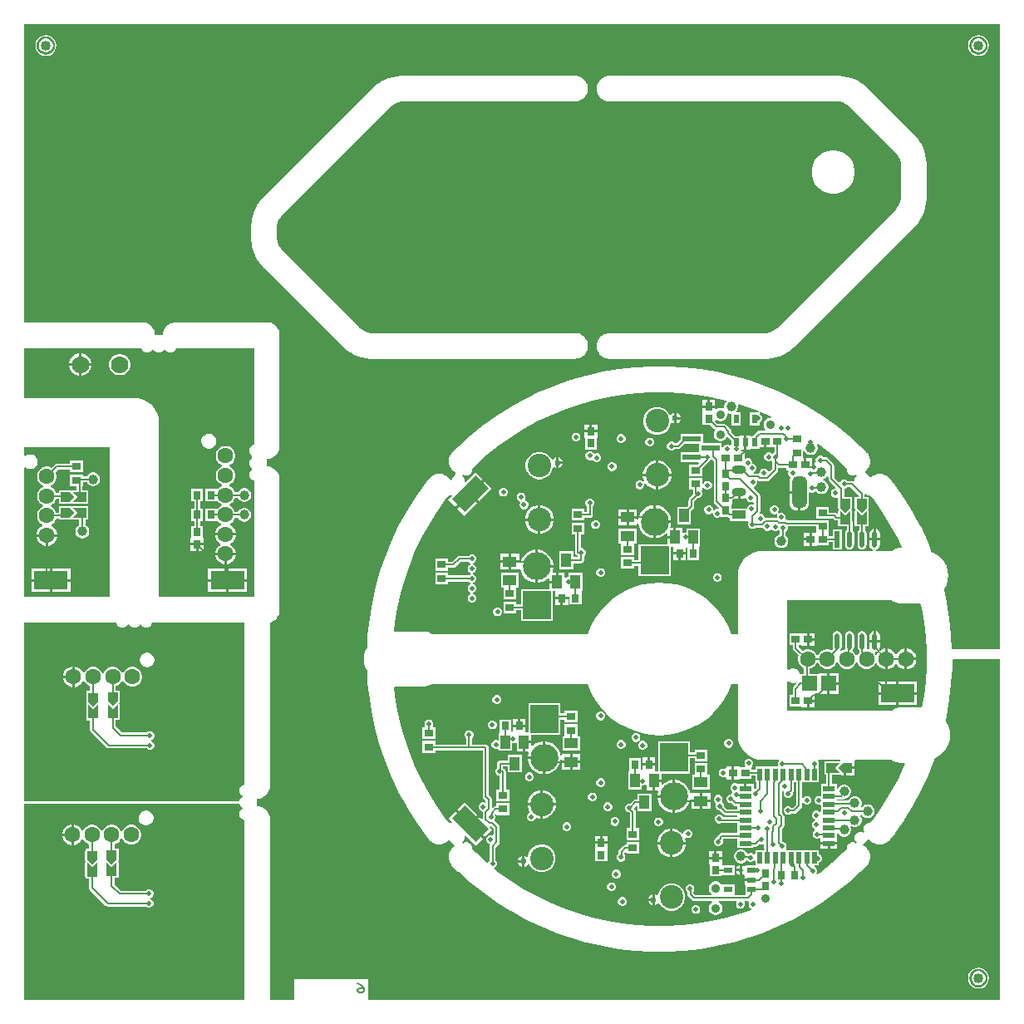
<source format=gbl>
G04*
G04 #@! TF.GenerationSoftware,Altium Limited,Altium Designer,25.8.1 (18)*
G04*
G04 Layer_Physical_Order=6*
G04 Layer_Color=16711680*
%FSLAX44Y44*%
%MOMM*%
G71*
G04*
G04 #@! TF.SameCoordinates,668C74B0-1D1B-4F50-AB7C-E7AA2C44617E*
G04*
G04*
G04 #@! TF.FilePolarity,Positive*
G04*
G01*
G75*
%ADD15C,0.2000*%
%ADD22R,0.8000X0.8500*%
%ADD27R,0.9000X0.8000*%
%ADD28R,0.8500X0.8000*%
%ADD29R,0.5421X1.6539*%
%ADD30R,0.8000X0.9000*%
G04:AMPARAMS|DCode=31|XSize=1.4542mm|YSize=0.8821mm|CornerRadius=0.4411mm|HoleSize=0mm|Usage=FLASHONLY|Rotation=0.000|XOffset=0mm|YOffset=0mm|HoleType=Round|Shape=RoundedRectangle|*
%AMROUNDEDRECTD31*
21,1,1.4542,0.0000,0,0,0.0*
21,1,0.5720,0.8821,0,0,0.0*
1,1,0.8821,0.2860,0.0000*
1,1,0.8821,-0.2860,0.0000*
1,1,0.8821,-0.2860,0.0000*
1,1,0.8821,0.2860,0.0000*
%
%ADD31ROUNDEDRECTD31*%
G04:AMPARAMS|DCode=35|XSize=1.6539mm|YSize=0.5421mm|CornerRadius=0.2711mm|HoleSize=0mm|Usage=FLASHONLY|Rotation=90.000|XOffset=0mm|YOffset=0mm|HoleType=Round|Shape=RoundedRectangle|*
%AMROUNDEDRECTD35*
21,1,1.6539,0.0000,0,0,90.0*
21,1,1.1118,0.5421,0,0,90.0*
1,1,0.5421,0.0000,0.5559*
1,1,0.5421,0.0000,-0.5559*
1,1,0.5421,0.0000,-0.5559*
1,1,0.5421,0.0000,0.5559*
%
%ADD35ROUNDEDRECTD35*%
G04:AMPARAMS|DCode=37|XSize=3.45mm|YSize=1.85mm|CornerRadius=0mm|HoleSize=0mm|Usage=FLASHONLY|Rotation=135.000|XOffset=0mm|YOffset=0mm|HoleType=Round|Shape=Rectangle|*
%AMROTATEDRECTD37*
4,1,4,1.8738,-0.5657,0.5657,-1.8738,-1.8738,0.5657,-0.5657,1.8738,1.8738,-0.5657,0.0*
%
%ADD37ROTATEDRECTD37*%

G04:AMPARAMS|DCode=38|XSize=1.4542mm|YSize=3.1821mm|CornerRadius=0.4435mm|HoleSize=0mm|Usage=FLASHONLY|Rotation=0.000|XOffset=0mm|YOffset=0mm|HoleType=Round|Shape=RoundedRectangle|*
%AMROUNDEDRECTD38*
21,1,1.4542,2.2951,0,0,0.0*
21,1,0.5671,3.1821,0,0,0.0*
1,1,0.8870,0.2836,-1.1476*
1,1,0.8870,-0.2836,-1.1476*
1,1,0.8870,-0.2836,1.1476*
1,1,0.8870,0.2836,1.1476*
%
%ADD38ROUNDEDRECTD38*%
%ADD41R,3.4500X1.8500*%
%ADD42R,1.5500X1.6000*%
%ADD43R,1.2000X0.5000*%
%ADD44R,0.5000X1.2000*%
G04:AMPARAMS|DCode=45|XSize=3.45mm|YSize=1.85mm|CornerRadius=0mm|HoleSize=0mm|Usage=FLASHONLY|Rotation=45.000|XOffset=0mm|YOffset=0mm|HoleType=Round|Shape=Rectangle|*
%AMROTATEDRECTD45*
4,1,4,-0.5657,-1.8738,-1.8738,-0.5657,0.5657,1.8738,1.8738,0.5657,-0.5657,-1.8738,0.0*
%
%ADD45ROTATEDRECTD45*%

%ADD46R,1.4542X0.8821*%
%ADD48R,1.9000X0.6000*%
%ADD78C,1.0000*%
%ADD82R,0.5000X1.0000*%
%ADD85C,1.0160*%
%ADD89C,1.7780*%
%ADD90R,2.8448X2.8448*%
%ADD91C,2.8448*%
%ADD92C,2.4000*%
%ADD93C,1.6000*%
%ADD94C,0.9000*%
%ADD95C,0.5000*%
%ADD96C,0.8000*%
%ADD97C,0.6000*%
%AMCUSTOMSHAPE98*
4,1,5,-0.7125,-0.5000,0.2125,-0.5000,0.7125,-0.0000,0.2125,0.5000,-0.7125,0.5000,-0.7125,-0.5000,0.0*%
%ADD98CUSTOMSHAPE98*%

%AMCUSTOMSHAPE99*
4,1,5,0.6875,0.5000,-0.6875,0.5000,-0.1875,0.0000,-0.6875,-0.5000,0.6875,-0.5000,0.6875,0.5000,0.0*%
%ADD99CUSTOMSHAPE99*%

%ADD100R,0.9000X0.6000*%
%AMCUSTOMSHAPE101*
4,1,5,0.7125,0.5000,-0.2125,0.5000,-0.7125,0.0000,-0.2125,-0.5000,0.7125,-0.5000,0.7125,0.5000,0.0*%
%ADD101CUSTOMSHAPE101*%

%ADD102R,1.0000X1.4000*%
%ADD103R,1.4000X1.1000*%
%AMCUSTOMSHAPE104*
4,1,5,-0.6875,-0.5000,0.6875,-0.5000,0.1875,0.0000,0.6875,0.5000,-0.6875,0.5000,-0.6875,-0.5000,0.0*%
%ADD104CUSTOMSHAPE104*%

%ADD105R,1.0000X0.5000*%
%AMCUSTOMSHAPE106*
4,1,5,-0.5000,0.7125,-0.5000,-0.2125,-0.0000,-0.7125,0.5000,-0.2125,0.5000,0.7125,-0.5000,0.7125,0.0*%
%ADD106CUSTOMSHAPE106*%

%AMCUSTOMSHAPE107*
4,1,5,0.5000,-0.6875,0.5000,0.6875,0.0000,0.1875,-0.5000,0.6875,-0.5000,-0.6875,0.5000,-0.6875,0.0*%
%ADD107CUSTOMSHAPE107*%

%ADD108R,0.6000X0.9000*%
G36*
X-413063Y218000D02*
X-413194D01*
X-415399Y217087D01*
X-417086Y215399D01*
X-418000Y213193D01*
Y210807D01*
X-417086Y208601D01*
X-415399Y206914D01*
X-414853Y206687D01*
Y205313D01*
X-415399Y205087D01*
X-417086Y203399D01*
X-418000Y201194D01*
Y198806D01*
X-417086Y196601D01*
X-415399Y194914D01*
X-414853Y194687D01*
Y193313D01*
X-415399Y193087D01*
X-417086Y191399D01*
X-418000Y189193D01*
Y186807D01*
X-417086Y184601D01*
X-415399Y182913D01*
X-413194Y182000D01*
X-413063D01*
Y63063D01*
X-509879D01*
Y241000D01*
X-510362Y245901D01*
X-511791Y250613D01*
X-514113Y254956D01*
X-517237Y258763D01*
X-521044Y261887D01*
X-525387Y264209D01*
X-530099Y265638D01*
X-535000Y266121D01*
X-646941D01*
Y316937D01*
X-528000D01*
Y316807D01*
X-527087Y314601D01*
X-525399Y312913D01*
X-523194Y312000D01*
X-520807D01*
X-518601Y312913D01*
X-516913Y314601D01*
X-516687Y315147D01*
X-515313D01*
X-515087Y314601D01*
X-513399Y312913D01*
X-511194Y312000D01*
X-508806D01*
X-506601Y312913D01*
X-504913Y314601D01*
X-504687Y315147D01*
X-503313D01*
X-503087Y314601D01*
X-501399Y312913D01*
X-499193Y312000D01*
X-496806D01*
X-494601Y312913D01*
X-492913Y314601D01*
X-492000Y316807D01*
Y316937D01*
X-413063D01*
Y218000D01*
D02*
G37*
G36*
X22860Y271018D02*
X38021Y269310D01*
X53061Y266754D01*
X67714Y263410D01*
X67988Y262895D01*
X68092Y261992D01*
X67399Y261298D01*
X66477Y259702D01*
X66000Y257922D01*
Y256279D01*
X65498Y255818D01*
X64846Y255479D01*
X64792Y255510D01*
X63018Y255985D01*
X61182D01*
X59408Y255510D01*
X57817Y254591D01*
X57713Y254487D01*
X56540Y254974D01*
Y255980D01*
X43460D01*
Y250460D01*
X44000D01*
Y238500D01*
X51674D01*
X55590Y234584D01*
X55591Y234584D01*
X56036Y234286D01*
X56442Y233181D01*
X56346Y232673D01*
X55600Y231382D01*
X55125Y229608D01*
Y227772D01*
X55600Y225998D01*
X56519Y224407D01*
X57817Y223109D01*
X59408Y222190D01*
X61182Y221715D01*
X63018D01*
X64792Y222190D01*
X66383Y223109D01*
X67681Y224407D01*
X68336Y225542D01*
X69771Y225903D01*
X73000Y222674D01*
Y218160D01*
X71730Y217634D01*
X71549Y217815D01*
X69895Y218500D01*
X68105D01*
X66451Y217815D01*
X65185Y216549D01*
X64770Y215547D01*
X63500Y215799D01*
Y220000D01*
X44500D01*
Y229500D01*
X21500D01*
Y223826D01*
X17750Y220075D01*
X15276D01*
X14520Y220832D01*
X12866Y221517D01*
X11076D01*
X9422Y220832D01*
X8156Y219566D01*
X7471Y217912D01*
Y216122D01*
X8156Y214468D01*
X9422Y213202D01*
X11076Y212517D01*
X12866D01*
X14520Y213202D01*
X15276Y213958D01*
X19016D01*
X19017Y213958D01*
X20187Y214191D01*
X21179Y214854D01*
X25826Y219500D01*
X40500D01*
Y210500D01*
X21500D01*
Y200500D01*
X39615D01*
X40101Y199327D01*
X39174Y198400D01*
X30500D01*
Y186400D01*
X43500D01*
Y194074D01*
X50589Y201163D01*
X51081Y201900D01*
X51549Y202094D01*
X52815Y203360D01*
X53380Y203472D01*
X55070Y201782D01*
Y160629D01*
X55070Y160629D01*
X55303Y159458D01*
X55966Y158466D01*
X60545Y153886D01*
X59963Y152897D01*
X59854Y152781D01*
X58105D01*
X56451Y152096D01*
X55770Y151415D01*
X54500Y151941D01*
Y152895D01*
X53815Y154549D01*
X52549Y155815D01*
X50895Y156500D01*
X49105D01*
X47451Y155815D01*
X46185Y154549D01*
X45500Y152895D01*
Y151105D01*
X46185Y149451D01*
X47451Y148185D01*
X49105Y147500D01*
X50895D01*
X52549Y148185D01*
X53230Y148866D01*
X54500Y148340D01*
Y147386D01*
X55185Y145732D01*
X56451Y144466D01*
X58105Y143781D01*
X59895D01*
X61549Y144466D01*
X62083Y145000D01*
X69174D01*
X69337Y144837D01*
X69337Y144837D01*
X70329Y144174D01*
X71500Y143941D01*
X71729Y142699D01*
Y140589D01*
X89929D01*
X90438Y139889D01*
X90656Y139479D01*
X90000Y137895D01*
Y136105D01*
X90685Y134451D01*
X91951Y133185D01*
X93605Y132500D01*
X95395D01*
X97049Y133185D01*
X97805Y133941D01*
X104267D01*
X104267Y133941D01*
X104307Y133949D01*
X105481Y134078D01*
X105939Y133077D01*
X106208Y132429D01*
X107473Y131163D01*
X109127Y130478D01*
X110918D01*
X112571Y131163D01*
X112951Y131543D01*
X113977Y132176D01*
X115243Y130910D01*
X116897Y130225D01*
X118687D01*
X120341Y130910D01*
X120717Y131287D01*
X122185Y131062D01*
X122367Y130880D01*
Y126809D01*
X121298Y126523D01*
X119702Y125601D01*
X118399Y124298D01*
X117477Y122702D01*
X117000Y120922D01*
Y119078D01*
X117477Y117298D01*
X118399Y115702D01*
X119702Y114399D01*
X121298Y113477D01*
X123078Y113000D01*
X124922D01*
X126702Y113477D01*
X128298Y114399D01*
X129601Y115702D01*
X130523Y117298D01*
X131000Y119078D01*
Y120922D01*
X130523Y122702D01*
X129601Y124298D01*
X128485Y125415D01*
Y129769D01*
X128549Y129796D01*
X129815Y131062D01*
X130500Y132716D01*
Y134506D01*
X130791Y134941D01*
X159500D01*
Y129095D01*
X159500Y129095D01*
X159500D01*
X158431Y128545D01*
X158420Y128540D01*
X155020D01*
Y122000D01*
Y115460D01*
X160540D01*
Y116000D01*
X172500D01*
Y118941D01*
X176239D01*
Y111736D01*
X185661D01*
Y132275D01*
X176239D01*
Y125059D01*
X172500D01*
Y128000D01*
X172500D01*
X172500Y129000D01*
X172500D01*
Y141000D01*
X163296D01*
X163000Y141059D01*
X163000Y141059D01*
X130656D01*
X130441Y141274D01*
X129449Y141937D01*
X129161Y141994D01*
X128362Y143383D01*
X128500Y143716D01*
Y145506D01*
X127815Y147160D01*
X126549Y148426D01*
X124895Y149111D01*
X123105D01*
X121451Y148426D01*
X120783Y149419D01*
X120815Y149451D01*
X121500Y151105D01*
Y152895D01*
X120815Y154549D01*
X119549Y155815D01*
X117895Y156500D01*
X116105D01*
X114451Y155815D01*
X113185Y154549D01*
X112500Y152895D01*
Y151105D01*
X113185Y149451D01*
X114451Y148185D01*
X116105Y147500D01*
X117895D01*
X119549Y148185D01*
X120217Y147192D01*
X120185Y147160D01*
X119500Y145506D01*
Y143716D01*
X119380Y143536D01*
X107744D01*
X107744Y143536D01*
X107244Y143947D01*
Y144151D01*
X106559Y145805D01*
X105293Y147071D01*
X103639Y147756D01*
X102600D01*
X102554Y147795D01*
X101975Y149026D01*
X102326Y149551D01*
X102559Y150722D01*
X102559Y150722D01*
Y165985D01*
X102559Y165985D01*
X102326Y167156D01*
X101663Y168148D01*
X95484Y174327D01*
X96045Y175562D01*
X97549Y176185D01*
X98815Y177451D01*
X99500Y179105D01*
Y180895D01*
X99429Y181066D01*
X99870Y181542D01*
X100479Y181851D01*
X101272Y181320D01*
X102443Y181088D01*
X109552D01*
X109552Y181088D01*
X110723Y181320D01*
X111715Y181984D01*
X120163Y190432D01*
X120826Y191424D01*
X121059Y192595D01*
X121059Y192595D01*
Y194545D01*
X121541Y194941D01*
X121541Y194941D01*
X129500D01*
Y192000D01*
X130756D01*
X131462Y190944D01*
X131235Y190395D01*
Y188605D01*
X131919Y186951D01*
X133185Y185685D01*
X133274Y184274D01*
X132869Y183296D01*
X132629Y181476D01*
Y171270D01*
X142500D01*
Y170000D01*
X143770D01*
Y151489D01*
X145336D01*
X147156Y151729D01*
X148853Y152432D01*
X150310Y153550D01*
X151428Y155007D01*
X152131Y156704D01*
X152371Y158525D01*
Y169252D01*
X153641Y169960D01*
X154751Y169500D01*
X156541D01*
X158195Y170185D01*
X158792Y170782D01*
X159399Y170702D01*
X160702Y169399D01*
X162298Y168477D01*
X164078Y168000D01*
X165922D01*
X167702Y168477D01*
X169298Y169399D01*
X170601Y170702D01*
X171523Y172298D01*
X172000Y174078D01*
Y175922D01*
X171523Y177702D01*
X170601Y179298D01*
X169298Y180601D01*
X167702Y181523D01*
X166509Y181843D01*
Y183157D01*
X167702Y183477D01*
X169298Y184399D01*
X170601Y185702D01*
X170671Y185823D01*
X171941Y185483D01*
Y183576D01*
X171941Y183576D01*
X172174Y182405D01*
X172837Y181413D01*
X179480Y174770D01*
X178954Y173500D01*
X178105D01*
X176451Y172815D01*
X175185Y171549D01*
X174500Y169895D01*
Y168105D01*
X175185Y166451D01*
X176451Y165185D01*
X178105Y164500D01*
X179895D01*
X180671Y164821D01*
X181941Y163973D01*
Y162125D01*
X181941Y162125D01*
X181961Y162027D01*
Y153875D01*
X182116Y153094D01*
X182525Y152375D01*
X182116Y151655D01*
X181961Y150875D01*
X181961Y150875D01*
Y148411D01*
X180691Y147885D01*
X180413Y148163D01*
X179421Y148826D01*
X178250Y149059D01*
X178250Y149059D01*
X172500D01*
Y155000D01*
X159500D01*
Y143000D01*
X168704D01*
X169000Y142941D01*
X176983D01*
X178087Y141837D01*
X178087Y141837D01*
X179079Y141174D01*
X180250Y140941D01*
X180250Y140941D01*
X181961D01*
Y137125D01*
X182000Y136928D01*
Y135125D01*
X183803D01*
X184000Y135086D01*
X190591D01*
Y131186D01*
X190254Y130960D01*
X189213Y129402D01*
X188847Y127564D01*
Y116446D01*
X189213Y114608D01*
X190254Y113050D01*
X191812Y112009D01*
X193650Y111643D01*
X195488Y112009D01*
X197046Y113050D01*
X198087Y114608D01*
X198453Y116446D01*
Y127564D01*
X198087Y129402D01*
X197046Y130960D01*
X196709Y131186D01*
Y139350D01*
X196709Y139350D01*
X196476Y140520D01*
X196039Y141174D01*
Y150875D01*
X195884Y151655D01*
X195442Y152317D01*
X195884Y153094D01*
X196039Y153875D01*
X196039Y163125D01*
X196000Y163322D01*
Y165125D01*
X194197D01*
X194000Y165164D01*
X188059D01*
Y173576D01*
X188287Y173854D01*
X188895D01*
X190549Y174539D01*
X191305Y175295D01*
X194379D01*
X202941Y166733D01*
Y165164D01*
X201000D01*
X200803Y165125D01*
X199000D01*
Y163322D01*
X198961Y163125D01*
Y153875D01*
X199116Y153094D01*
X199525Y152375D01*
X199116Y151655D01*
X198961Y150875D01*
X198961Y150875D01*
Y137125D01*
X199000Y136928D01*
Y135125D01*
X200803D01*
X201000Y135086D01*
X203291D01*
Y131186D01*
X202954Y130960D01*
X201913Y129402D01*
X201547Y127564D01*
Y116446D01*
X201913Y114608D01*
X202954Y113050D01*
X204512Y112009D01*
X206350Y111643D01*
X208188Y112009D01*
X209746Y113050D01*
X210787Y114608D01*
X211153Y116446D01*
Y127564D01*
X210787Y129402D01*
X209746Y130960D01*
X209409Y131186D01*
Y135086D01*
X211000D01*
X211197Y135125D01*
X213000D01*
Y136928D01*
X213039Y137125D01*
Y150875D01*
X212884Y151655D01*
X212442Y152317D01*
X212884Y153094D01*
X213039Y153875D01*
X213039Y163125D01*
X213000Y163322D01*
Y165125D01*
X211197D01*
X211000Y165164D01*
X209059D01*
Y167660D01*
X209903Y168148D01*
X210298Y168217D01*
X210601Y167913D01*
X212806Y167000D01*
X214662D01*
X218766Y161601D01*
X227377Y149241D01*
X235281Y136441D01*
X242465Y123223D01*
X246771Y114136D01*
X246092Y113063D01*
X244015D01*
X243719Y113004D01*
X243418D01*
X241485Y112619D01*
X241207Y112504D01*
X240911Y112445D01*
X239091Y111691D01*
X238840Y111524D01*
X238562Y111409D01*
X236924Y110314D01*
X236731Y110121D01*
X220674D01*
X220549Y111391D01*
X221099Y111500D01*
X222836Y112661D01*
X223996Y114398D01*
X224403Y116446D01*
Y120735D01*
X219050D01*
X213696D01*
Y116446D01*
X214104Y114398D01*
X215264Y112661D01*
X217001Y111500D01*
X217551Y111391D01*
X217426Y110121D01*
X105000D01*
X100099Y109638D01*
X95387Y108209D01*
X91044Y105887D01*
X87237Y102763D01*
X84113Y98956D01*
X81791Y94613D01*
X80362Y89901D01*
X79879Y85000D01*
Y25121D01*
X73415D01*
X73266Y25637D01*
X69935Y33679D01*
X65725Y41297D01*
X60687Y48397D01*
X54887Y54887D01*
X48397Y60687D01*
X41297Y65725D01*
X33679Y69935D01*
X25637Y73266D01*
X17273Y75676D01*
X8691Y77134D01*
X0Y77622D01*
X-8691Y77134D01*
X-17273Y75676D01*
X-25637Y73266D01*
X-33679Y69935D01*
X-41297Y65725D01*
X-48397Y60687D01*
X-54887Y54887D01*
X-60687Y48397D01*
X-65725Y41297D01*
X-69935Y33679D01*
X-73266Y25637D01*
X-73415Y25121D01*
X-231731Y25121D01*
X-231924Y25314D01*
X-233562Y26409D01*
X-233840Y26524D01*
X-234091Y26691D01*
X-235912Y27445D01*
X-236207Y27504D01*
X-236485Y27619D01*
X-238418Y28004D01*
X-238719D01*
X-239015Y28063D01*
X-269479D01*
X-270326Y29009D01*
X-269385Y37485D01*
X-266901Y52318D01*
X-263601Y66991D01*
X-259495Y81460D01*
X-254595Y95679D01*
X-248917Y109606D01*
X-242478Y123198D01*
X-235297Y136413D01*
X-227397Y149210D01*
X-218789Y161569D01*
X-214662Y167000D01*
X-212806D01*
X-212231Y167238D01*
X-211512Y166162D01*
X-215330Y162343D01*
X-207892Y154904D01*
X-193898Y168898D01*
X-179904Y182892D01*
X-187343Y190330D01*
X-197735Y179939D01*
X-198811Y180658D01*
X-198750Y180807D01*
Y183193D01*
X-199664Y185399D01*
X-200927Y186662D01*
X-200239Y187647D01*
X-198034Y186734D01*
X-195647D01*
X-193442Y187647D01*
X-191754Y189335D01*
X-190841Y191540D01*
Y193758D01*
X-186865Y197623D01*
X-175474Y207803D01*
X-163546Y217315D01*
X-151104Y226143D01*
X-138187Y234260D01*
X-124834Y241639D01*
X-111089Y248259D01*
X-96994Y254097D01*
X-82594Y259136D01*
X-67934Y263359D01*
X-53061Y266754D01*
X-38020Y269310D01*
X-22860Y271018D01*
X-7628Y271873D01*
X7628D01*
X22860Y271018D01*
D02*
G37*
G36*
X82594Y259136D02*
X96994Y254097D01*
X100541Y252628D01*
X101298Y251730D01*
X101152Y251000D01*
X100886Y251000D01*
X92000D01*
Y238000D01*
X102000D01*
Y241149D01*
X102871Y241510D01*
X104137Y242776D01*
X104822Y244430D01*
Y246220D01*
X104137Y247874D01*
X102871Y249140D01*
X102132Y249446D01*
X102027Y250674D01*
X102463Y251080D01*
X103674Y251330D01*
X111089Y248259D01*
X113505Y247095D01*
X113216Y245825D01*
X111982D01*
X110208Y245350D01*
X108617Y244431D01*
X107319Y243133D01*
X106400Y241542D01*
X105925Y239768D01*
Y237932D01*
X106400Y236158D01*
X107319Y234567D01*
X108057Y233829D01*
X107531Y232559D01*
X102050D01*
X100880Y232326D01*
X99888Y231663D01*
X99888Y231663D01*
X96337Y228113D01*
X95674Y227120D01*
X95650Y227000D01*
X93040D01*
Y227540D01*
X88770D01*
Y220500D01*
Y213460D01*
X93040D01*
Y214000D01*
X102000D01*
Y215460D01*
X106480D01*
Y222000D01*
X109020D01*
Y215460D01*
X114540D01*
Y216000D01*
X117191D01*
Y210408D01*
X117105D01*
X115451Y209723D01*
X114500Y208773D01*
X113549Y209723D01*
X111895Y210408D01*
X110105D01*
X108451Y209723D01*
X107185Y208458D01*
X106500Y206804D01*
Y205014D01*
X107185Y203360D01*
X108451Y202094D01*
X110105Y201409D01*
X111895D01*
X113549Y202094D01*
X113671Y202216D01*
X114941Y201690D01*
Y193862D01*
X112201Y191121D01*
X110703Y191419D01*
X110382Y192195D01*
X109116Y193461D01*
X107462Y194146D01*
X105672D01*
X104018Y193461D01*
X102752Y192195D01*
X102067Y190541D01*
Y190032D01*
X100797Y189018D01*
X100589Y189059D01*
X100589Y189059D01*
X96486D01*
X96233Y190329D01*
X96932Y190618D01*
X98198Y191884D01*
X98883Y193538D01*
Y195328D01*
X98198Y196982D01*
X96932Y198248D01*
X95278Y198933D01*
X94635D01*
X94561Y199044D01*
Y200834D01*
X93876Y202488D01*
X92610Y203754D01*
X90956Y204439D01*
X89166D01*
X88060Y203981D01*
X86790Y204692D01*
Y211540D01*
X83575D01*
X82792Y212726D01*
X83108Y213460D01*
X86230D01*
Y220500D01*
Y227540D01*
X81960D01*
Y227000D01*
X77326D01*
X73134Y231192D01*
Y231993D01*
X73134Y231993D01*
X72901Y233164D01*
X72238Y234156D01*
X67484Y238910D01*
X66492Y239573D01*
X65322Y239806D01*
X65321Y239805D01*
X59020D01*
X56531Y242295D01*
X56621Y242829D01*
X57294Y243167D01*
X57993Y243327D01*
X59408Y242510D01*
X61182Y242035D01*
X63018D01*
X64792Y242510D01*
X66383Y243429D01*
X67681Y244727D01*
X68600Y246318D01*
X69075Y248092D01*
Y249717D01*
X69600Y250194D01*
X70233Y250515D01*
X70298Y250477D01*
X72078Y250000D01*
X73000D01*
Y238000D01*
X83000D01*
Y251000D01*
X78696D01*
X78169Y252270D01*
X78601Y252702D01*
X79523Y254298D01*
X80000Y256078D01*
Y257922D01*
X79814Y258615D01*
X80855Y259637D01*
X82594Y259136D01*
D02*
G37*
G36*
X163546Y217315D02*
X175474Y207803D01*
X186866Y197623D01*
X190841Y193758D01*
Y191540D01*
X191754Y189335D01*
X193442Y187647D01*
X195647Y186734D01*
X198034D01*
X200239Y187647D01*
X200927Y186662D01*
X199664Y185399D01*
X198750Y183193D01*
Y181372D01*
X198443Y181093D01*
X197520Y180710D01*
X196817Y181180D01*
X195646Y181413D01*
X195646Y181413D01*
X191305D01*
X190549Y182169D01*
X188895Y182854D01*
X187105D01*
X185451Y182169D01*
X184185Y180903D01*
X183982Y180413D01*
X182736Y180165D01*
X178059Y184843D01*
Y197000D01*
X177826Y198171D01*
X177163Y199163D01*
X177163Y199163D01*
X171663Y204663D01*
X170671Y205326D01*
X169500Y205559D01*
X169500Y205559D01*
X166977D01*
X166221Y206315D01*
X164567Y207000D01*
X162777D01*
X161123Y206315D01*
X159857Y205049D01*
X159172Y203395D01*
Y201605D01*
X159348Y201179D01*
X158376Y200207D01*
X158309Y200235D01*
Y195306D01*
X155769D01*
Y200525D01*
X155040Y201012D01*
Y204540D01*
X149520D01*
Y198000D01*
X146980D01*
Y204540D01*
X146500D01*
Y211450D01*
X147770Y211791D01*
X148399Y210702D01*
X149702Y209399D01*
X151298Y208477D01*
X153078Y208000D01*
X154922D01*
X156702Y208477D01*
X158298Y209399D01*
X159601Y210702D01*
X160523Y212298D01*
X161000Y214078D01*
Y215922D01*
X160523Y217702D01*
X160326Y218042D01*
X161288Y218918D01*
X163546Y217315D01*
D02*
G37*
G36*
X-560121Y63063D02*
X-646941D01*
Y194675D01*
X-645768Y195161D01*
X-645605Y194998D01*
X-643895Y194011D01*
X-641987Y193500D01*
X-640013D01*
X-638105Y194011D01*
X-636395Y194998D01*
X-634999Y196395D01*
X-634011Y198105D01*
X-633500Y200013D01*
Y201987D01*
X-634011Y203895D01*
X-634999Y205605D01*
X-636395Y207001D01*
X-638105Y207989D01*
X-640013Y208500D01*
X-641987D01*
X-643895Y207989D01*
X-645605Y207001D01*
X-645768Y206838D01*
X-646941Y207325D01*
Y215879D01*
X-560121D01*
Y63063D01*
D02*
G37*
G36*
X82270Y162989D02*
X83860D01*
X85675Y163228D01*
X87230Y163873D01*
X88219Y163507D01*
X88500Y163369D01*
Y163105D01*
X89185Y161451D01*
X90451Y160185D01*
X92105Y159500D01*
X93895D01*
X95171Y160029D01*
X96441Y159418D01*
Y158003D01*
X95385Y157297D01*
X94895Y157500D01*
X93105D01*
X91451Y156815D01*
X90185Y155549D01*
X89500Y153895D01*
Y153411D01*
X73500D01*
Y156960D01*
X74040D01*
Y162864D01*
X75310Y163649D01*
X76325Y163228D01*
X78140Y162989D01*
X79730D01*
Y170000D01*
X82270D01*
Y162989D01*
D02*
G37*
G36*
X-423063Y-128000D02*
X-423194D01*
X-425399Y-128913D01*
X-427086Y-130601D01*
X-428000Y-132807D01*
Y-135194D01*
X-427086Y-137399D01*
X-425399Y-139087D01*
X-424853Y-139313D01*
Y-140687D01*
X-425399Y-140913D01*
X-427086Y-142601D01*
X-428000Y-144806D01*
Y-145000D01*
X-646941D01*
Y36937D01*
X-553000D01*
Y36806D01*
X-552087Y34601D01*
X-550399Y32913D01*
X-548194Y32000D01*
X-545807D01*
X-543601Y32913D01*
X-541913Y34601D01*
X-541687Y35147D01*
X-540313D01*
X-540087Y34601D01*
X-538399Y32913D01*
X-536194Y32000D01*
X-533806D01*
X-531601Y32913D01*
X-529913Y34601D01*
X-529687Y35147D01*
X-528313D01*
X-528087Y34601D01*
X-526399Y32913D01*
X-524193Y32000D01*
X-521806D01*
X-519601Y32913D01*
X-517913Y34601D01*
X-517000Y36806D01*
Y36937D01*
X-423063D01*
Y-128000D01*
D02*
G37*
G36*
X346941Y10000D02*
X298009D01*
X297199Y24632D01*
X297178Y24715D01*
X297185Y24801D01*
X295383Y41026D01*
X295357Y41108D01*
X295359Y41194D01*
X292663Y57295D01*
X292632Y57375D01*
X292630Y57461D01*
X289642Y70744D01*
X289887Y71044D01*
X292209Y75387D01*
X293638Y80099D01*
X294121Y85000D01*
X293638Y89901D01*
X292209Y94613D01*
X289887Y98956D01*
X286763Y102763D01*
X282957Y105887D01*
X278613Y108209D01*
X277701Y108486D01*
X272953Y120128D01*
X272906Y120200D01*
X272885Y120283D01*
X265894Y135036D01*
X265842Y135105D01*
X265817Y135186D01*
X258021Y149530D01*
X257966Y149596D01*
X257936Y149676D01*
X249359Y163567D01*
X249300Y163630D01*
X249266Y163708D01*
X239934Y177104D01*
X239872Y177163D01*
X239834Y177240D01*
X233993Y184706D01*
X233690Y184967D01*
X233423Y185266D01*
X231318Y186850D01*
X230958Y187024D01*
X230623Y187243D01*
X228180Y188228D01*
X227787Y188302D01*
X227407Y188427D01*
X224793Y188747D01*
X224394Y188717D01*
X223994Y188739D01*
X221386Y188371D01*
X221008Y188239D01*
X220617Y188158D01*
X218193Y187127D01*
X217862Y186901D01*
X217505Y186721D01*
X215430Y185098D01*
X214285Y185715D01*
X209797Y190203D01*
X209859Y191472D01*
X210990Y192400D01*
X211275Y192748D01*
X211593Y193065D01*
X213242Y195533D01*
X213414Y195948D01*
X213626Y196345D01*
X214487Y199185D01*
X214531Y199632D01*
X214619Y200072D01*
Y202542D01*
X214560Y202837D01*
Y203139D01*
X214176Y205071D01*
X214060Y205350D01*
X214002Y205645D01*
X213248Y207465D01*
X213080Y207716D01*
X212965Y207994D01*
X211870Y209633D01*
X211657Y209846D01*
X211490Y210096D01*
X210793Y210793D01*
X204939Y216647D01*
X204867Y216695D01*
X204815Y216765D01*
X192470Y227797D01*
X192395Y227841D01*
X192339Y227908D01*
X179394Y238230D01*
X179317Y238270D01*
X179257Y238334D01*
X165754Y247914D01*
X165675Y247950D01*
X165612Y248010D01*
X151593Y256818D01*
X151511Y256849D01*
X151445Y256905D01*
X136954Y264914D01*
X136872Y264940D01*
X136802Y264993D01*
X121885Y272176D01*
X121801Y272198D01*
X121728Y272246D01*
X106432Y278582D01*
X106347Y278599D01*
X106272Y278644D01*
X90645Y284112D01*
X90559Y284124D01*
X90481Y284164D01*
X74572Y288747D01*
X74485Y288755D01*
X74406Y288790D01*
X58264Y292474D01*
X58177Y292477D01*
X58096Y292508D01*
X41773Y295281D01*
X41686Y295279D01*
X41603Y295305D01*
X25151Y297159D01*
X25064Y297152D01*
X24980Y297173D01*
X8450Y298102D01*
X8364Y298090D01*
X8278Y298106D01*
X-8278D01*
X-8364Y298090D01*
X-8450Y298102D01*
X-24980Y297173D01*
X-25064Y297152D01*
X-25151Y297159D01*
X-41603Y295305D01*
X-41686Y295279D01*
X-41773Y295281D01*
X-58096Y292508D01*
X-58177Y292477D01*
X-58264Y292474D01*
X-74406Y288790D01*
X-74485Y288755D01*
X-74572Y288747D01*
X-90481Y284164D01*
X-90559Y284124D01*
X-90645Y284112D01*
X-106272Y278644D01*
X-106347Y278599D01*
X-106432Y278582D01*
X-121728Y272246D01*
X-121801Y272198D01*
X-121885Y272176D01*
X-136802Y264993D01*
X-136872Y264940D01*
X-136954Y264914D01*
X-151445Y256905D01*
X-151511Y256849D01*
X-151593Y256818D01*
X-165612Y248010D01*
X-165675Y247950D01*
X-165754Y247914D01*
X-179257Y238334D01*
X-179317Y238270D01*
X-179394Y238230D01*
X-192339Y227908D01*
X-192395Y227841D01*
X-192470Y227797D01*
X-204815Y216765D01*
X-204867Y216695D01*
X-204939Y216647D01*
X-210793Y210793D01*
X-211724Y209862D01*
X-211947Y209529D01*
X-212211Y209228D01*
X-213528Y206947D01*
X-213656Y206568D01*
X-213833Y206209D01*
X-214515Y203665D01*
X-214541Y203266D01*
X-214619Y202873D01*
Y200239D01*
X-214541Y199847D01*
X-214515Y199448D01*
X-213833Y196903D01*
X-213656Y196545D01*
X-213528Y196166D01*
X-212211Y193885D01*
X-211947Y193584D01*
X-211724Y193251D01*
X-209862Y191388D01*
X-209529Y191166D01*
X-209228Y190902D01*
X-208046Y190220D01*
X-207650Y188525D01*
X-209529Y185706D01*
X-209837Y185399D01*
X-210005Y184993D01*
X-211792Y182311D01*
X-212063Y182219D01*
X-213306Y182330D01*
X-214813Y184443D01*
X-215157Y184767D01*
X-215473Y185118D01*
X-217976Y186987D01*
X-218402Y187191D01*
X-218810Y187428D01*
X-221763Y188446D01*
X-222231Y188510D01*
X-222692Y188612D01*
X-225815Y188681D01*
X-226280Y188599D01*
X-226750Y188556D01*
X-229746Y187670D01*
X-230163Y187450D01*
X-230598Y187266D01*
X-233181Y185509D01*
X-233512Y185172D01*
X-233870Y184864D01*
X-234832Y183634D01*
X-234832Y183634D01*
X-239859Y177205D01*
X-239898Y177129D01*
X-239960Y177069D01*
X-249288Y163676D01*
X-249322Y163597D01*
X-249380Y163534D01*
X-257954Y149646D01*
X-257984Y149565D01*
X-258039Y149499D01*
X-265831Y135158D01*
X-265857Y135076D01*
X-265908Y135007D01*
X-272896Y120257D01*
X-272917Y120174D01*
X-272964Y120103D01*
X-279126Y104989D01*
X-279142Y104904D01*
X-279186Y104830D01*
X-284503Y89399D01*
X-284514Y89314D01*
X-284554Y89238D01*
X-289009Y73536D01*
X-289016Y73450D01*
X-289051Y73372D01*
X-292633Y57448D01*
X-292635Y57362D01*
X-292665Y57282D01*
X-295361Y41185D01*
X-295358Y41099D01*
X-295384Y41017D01*
X-297186Y24795D01*
X-297178Y24710D01*
X-297200Y24627D01*
X-297895Y12072D01*
X-299209Y9613D01*
X-300638Y4901D01*
X-301121Y-0D01*
X-300638Y-4901D01*
X-299209Y-9613D01*
X-297895Y-12072D01*
X-297200Y-24627D01*
X-297178Y-24710D01*
X-297186Y-24795D01*
X-295384Y-41017D01*
X-295358Y-41099D01*
X-295361Y-41185D01*
X-292665Y-57282D01*
X-292635Y-57362D01*
X-292633Y-57448D01*
X-289051Y-73372D01*
X-289016Y-73450D01*
X-289009Y-73536D01*
X-284554Y-89238D01*
X-284514Y-89314D01*
X-284503Y-89399D01*
X-279186Y-104830D01*
X-279142Y-104904D01*
X-279126Y-104989D01*
X-272964Y-120103D01*
X-272917Y-120174D01*
X-272896Y-120257D01*
X-265908Y-135007D01*
X-265857Y-135076D01*
X-265831Y-135158D01*
X-258039Y-149499D01*
X-257984Y-149565D01*
X-257954Y-149646D01*
X-249380Y-163534D01*
X-249322Y-163597D01*
X-249288Y-163676D01*
X-239960Y-177069D01*
X-239898Y-177129D01*
X-239859Y-177205D01*
X-234832Y-183634D01*
X-234832Y-183634D01*
X-233870Y-184864D01*
X-233512Y-185172D01*
X-233181Y-185509D01*
X-230598Y-187266D01*
X-230163Y-187450D01*
X-229746Y-187670D01*
X-226750Y-188556D01*
X-226280Y-188599D01*
X-225815Y-188681D01*
X-222692Y-188612D01*
X-222231Y-188510D01*
X-221763Y-188446D01*
X-218810Y-187428D01*
X-218402Y-187191D01*
X-217976Y-186987D01*
X-215473Y-185118D01*
X-215157Y-184767D01*
X-214815Y-184444D01*
X-208899Y-189515D01*
X-209016Y-190780D01*
X-209228Y-190902D01*
X-209529Y-191166D01*
X-209862Y-191388D01*
X-211724Y-193251D01*
X-211947Y-193584D01*
X-212211Y-193885D01*
X-213528Y-196166D01*
X-213656Y-196545D01*
X-213833Y-196903D01*
X-214515Y-199448D01*
X-214541Y-199847D01*
X-214619Y-200239D01*
Y-202873D01*
X-214541Y-203266D01*
X-214515Y-203665D01*
X-213833Y-206209D01*
X-213656Y-206568D01*
X-213528Y-206947D01*
X-212211Y-209228D01*
X-211947Y-209529D01*
X-211724Y-209862D01*
X-210793Y-210793D01*
X-204939Y-216647D01*
X-204867Y-216695D01*
X-204815Y-216765D01*
X-192470Y-227797D01*
X-192395Y-227841D01*
X-192339Y-227908D01*
X-179394Y-238230D01*
X-179317Y-238270D01*
X-179257Y-238334D01*
X-165754Y-247914D01*
X-165675Y-247950D01*
X-165612Y-248010D01*
X-151593Y-256818D01*
X-151511Y-256849D01*
X-151445Y-256905D01*
X-136954Y-264914D01*
X-136872Y-264940D01*
X-136802Y-264993D01*
X-121885Y-272176D01*
X-121801Y-272198D01*
X-121728Y-272246D01*
X-106432Y-278582D01*
X-106347Y-278599D01*
X-106272Y-278644D01*
X-90645Y-284112D01*
X-90559Y-284124D01*
X-90481Y-284164D01*
X-74572Y-288747D01*
X-74485Y-288755D01*
X-74406Y-288790D01*
X-58264Y-292474D01*
X-58177Y-292477D01*
X-58096Y-292508D01*
X-41773Y-295281D01*
X-41686Y-295279D01*
X-41603Y-295305D01*
X-25151Y-297159D01*
X-25064Y-297152D01*
X-24980Y-297173D01*
X-8450Y-298102D01*
X-8364Y-298090D01*
X-8278Y-298106D01*
X8278D01*
X8364Y-298090D01*
X8450Y-298102D01*
X24980Y-297173D01*
X25064Y-297152D01*
X25151Y-297159D01*
X41603Y-295305D01*
X41686Y-295279D01*
X41773Y-295281D01*
X58096Y-292508D01*
X58177Y-292477D01*
X58264Y-292474D01*
X74406Y-288790D01*
X74485Y-288755D01*
X74572Y-288747D01*
X90481Y-284164D01*
X90558Y-284124D01*
X90645Y-284112D01*
X106272Y-278644D01*
X106347Y-278599D01*
X106432Y-278582D01*
X121728Y-272246D01*
X121801Y-272198D01*
X121885Y-272176D01*
X136802Y-264993D01*
X136872Y-264940D01*
X136954Y-264914D01*
X151445Y-256905D01*
X151511Y-256849D01*
X151593Y-256818D01*
X165612Y-248010D01*
X165675Y-247950D01*
X165754Y-247914D01*
X179257Y-238334D01*
X179317Y-238270D01*
X179394Y-238230D01*
X192339Y-227908D01*
X192395Y-227841D01*
X192470Y-227797D01*
X204815Y-216765D01*
X204867Y-216695D01*
X204939Y-216647D01*
X210793Y-210793D01*
X211490Y-210096D01*
X211657Y-209846D01*
X211870Y-209633D01*
X212965Y-207994D01*
X213080Y-207716D01*
X213248Y-207466D01*
X214002Y-205645D01*
X214060Y-205350D01*
X214176Y-205071D01*
X214560Y-203139D01*
Y-202837D01*
X214619Y-202542D01*
Y-200072D01*
X214531Y-199632D01*
X214487Y-199185D01*
X213626Y-196345D01*
X213414Y-195948D01*
X213242Y-195533D01*
X211593Y-193065D01*
X211275Y-192748D01*
X210990Y-192400D01*
X208696Y-190518D01*
X208300Y-190306D01*
X207926Y-190056D01*
X207493Y-189877D01*
X207287Y-188624D01*
X212791Y-183808D01*
X214055Y-183939D01*
X214671Y-184760D01*
X214969Y-185028D01*
X215230Y-185331D01*
X217303Y-186956D01*
X217660Y-187137D01*
X217990Y-187362D01*
X220413Y-188396D01*
X220805Y-188478D01*
X221182Y-188610D01*
X223790Y-188981D01*
X224190Y-188959D01*
X224589Y-188990D01*
X227204Y-188673D01*
X227584Y-188548D01*
X227977Y-188474D01*
X230421Y-187492D01*
X230756Y-187273D01*
X231117Y-187100D01*
X233223Y-185518D01*
X233490Y-185220D01*
X233793Y-184959D01*
X234606Y-183923D01*
X234606Y-183923D01*
X239650Y-177488D01*
X239689Y-177412D01*
X239751Y-177352D01*
X249111Y-163944D01*
X249146Y-163866D01*
X249205Y-163803D01*
X257808Y-149897D01*
X257838Y-149817D01*
X257893Y-149751D01*
X265714Y-135390D01*
X265739Y-135308D01*
X265791Y-135239D01*
X272804Y-120467D01*
X272825Y-120384D01*
X272872Y-120312D01*
X279056Y-105175D01*
X279073Y-105091D01*
X279116Y-105016D01*
X280602Y-100712D01*
X280613Y-100709D01*
X284956Y-98387D01*
X288763Y-95263D01*
X291887Y-91456D01*
X294209Y-87113D01*
X295638Y-82401D01*
X296121Y-77500D01*
X295638Y-72599D01*
X294209Y-67887D01*
X291887Y-63544D01*
X291397Y-62946D01*
X292612Y-57554D01*
X292614Y-57468D01*
X292645Y-57387D01*
X295350Y-41261D01*
X295348Y-41175D01*
X295374Y-41093D01*
X297182Y-24841D01*
X297175Y-24755D01*
X297196Y-24672D01*
X298102Y-8345D01*
X298090Y-8260D01*
X298106Y-8176D01*
X298106Y-1270D01*
X299376Y0D01*
X346941D01*
Y-346941D01*
X-297000D01*
Y-326000D01*
X-372000D01*
Y-346941D01*
X-396937D01*
Y-163000D01*
Y-161683D01*
X-397015Y-161290D01*
X-397042Y-160891D01*
X-397723Y-158347D01*
X-397900Y-157988D01*
X-398029Y-157609D01*
X-399346Y-155328D01*
X-399610Y-155027D01*
X-399832Y-154695D01*
X-401695Y-152832D01*
X-402027Y-152610D01*
X-402328Y-152346D01*
X-404609Y-151029D01*
X-404988Y-150900D01*
X-405347Y-150723D01*
X-407891Y-150042D01*
X-408290Y-150015D01*
X-408683Y-149937D01*
X-410000D01*
Y-142063D01*
X-408683D01*
X-408291Y-141985D01*
X-407891Y-141958D01*
X-405347Y-141277D01*
X-404988Y-141100D01*
X-404609Y-140971D01*
X-402328Y-139654D01*
X-402027Y-139390D01*
X-401695Y-139168D01*
X-399832Y-137305D01*
X-399610Y-136973D01*
X-399346Y-136672D01*
X-398029Y-134391D01*
X-397900Y-134012D01*
X-397723Y-133653D01*
X-397042Y-131109D01*
X-397015Y-130709D01*
X-396937Y-130317D01*
Y-129000D01*
Y37291D01*
X-396485Y37381D01*
X-396207Y37496D01*
X-395911Y37555D01*
X-394091Y38309D01*
X-393840Y38476D01*
X-393562Y38591D01*
X-391924Y39686D01*
X-391711Y39899D01*
X-391460Y40067D01*
X-390067Y41460D01*
X-389899Y41711D01*
X-389686Y41924D01*
X-388591Y43562D01*
X-388476Y43840D01*
X-388309Y44091D01*
X-387555Y45911D01*
X-387496Y46207D01*
X-387381Y46485D01*
X-386996Y48418D01*
Y48719D01*
X-386937Y49015D01*
Y50000D01*
Y183000D01*
Y184317D01*
X-387015Y184709D01*
X-387042Y185109D01*
X-387723Y187653D01*
X-387900Y188012D01*
X-388029Y188391D01*
X-389346Y190672D01*
X-389610Y190973D01*
X-389832Y191305D01*
X-391695Y193168D01*
X-392027Y193390D01*
X-392328Y193654D01*
X-394609Y194971D01*
X-394988Y195100D01*
X-395347Y195277D01*
X-397891Y195958D01*
X-398290Y195984D01*
X-398683Y196063D01*
X-400000D01*
Y203937D01*
X-398683D01*
X-398291Y204016D01*
X-397891Y204042D01*
X-395347Y204723D01*
X-394988Y204900D01*
X-394609Y205029D01*
X-392328Y206346D01*
X-392027Y206610D01*
X-391695Y206832D01*
X-389832Y208695D01*
X-389610Y209027D01*
X-389346Y209328D01*
X-388029Y211609D01*
X-387900Y211988D01*
X-387723Y212347D01*
X-387042Y214891D01*
X-387015Y215291D01*
X-386937Y215683D01*
Y217000D01*
Y330000D01*
Y330985D01*
X-386996Y331281D01*
Y331582D01*
X-387381Y333515D01*
X-387496Y333793D01*
X-387555Y334089D01*
X-388309Y335909D01*
X-388476Y336160D01*
X-388591Y336438D01*
X-389686Y338076D01*
X-389899Y338289D01*
X-390067Y338540D01*
X-391460Y339933D01*
X-391711Y340101D01*
X-391924Y340314D01*
X-393562Y341409D01*
X-393840Y341524D01*
X-394091Y341691D01*
X-395911Y342445D01*
X-396207Y342504D01*
X-396485Y342619D01*
X-398418Y343004D01*
X-398719D01*
X-399015Y343063D01*
X-494317D01*
X-494710Y342985D01*
X-495109Y342958D01*
X-497653Y342277D01*
X-498012Y342100D01*
X-498391Y341971D01*
X-500672Y340654D01*
X-500973Y340390D01*
X-501305Y340168D01*
X-503168Y338305D01*
X-503390Y337973D01*
X-503654Y337672D01*
X-504971Y335391D01*
X-505100Y335012D01*
X-505277Y334653D01*
X-505958Y332109D01*
X-505984Y331709D01*
X-506063Y331317D01*
Y330000D01*
X-513937D01*
Y330985D01*
X-513996Y331281D01*
Y331582D01*
X-514381Y333515D01*
X-514496Y333793D01*
X-514555Y334089D01*
X-515309Y335909D01*
X-515476Y336160D01*
X-515592Y336438D01*
X-516686Y338076D01*
X-516899Y338289D01*
X-517067Y338540D01*
X-518460Y339933D01*
X-518711Y340101D01*
X-518924Y340314D01*
X-520562Y341409D01*
X-520840Y341524D01*
X-521091Y341691D01*
X-522911Y342445D01*
X-523207Y342504D01*
X-523485Y342619D01*
X-525418Y343004D01*
X-525719D01*
X-526015Y343063D01*
X-646941D01*
Y646941D01*
X346941D01*
X346941Y10000D01*
D02*
G37*
G36*
X236924Y59686D02*
X238562Y58591D01*
X238840Y58476D01*
X239091Y58309D01*
X240911Y57555D01*
X241207Y57496D01*
X241485Y57381D01*
X243418Y56996D01*
X243719D01*
X244015Y56937D01*
X265862D01*
X266898Y52330D01*
X269383Y37493D01*
X271044Y22542D01*
X271877Y7500D01*
X271981Y0D01*
X271877Y-7513D01*
X271041Y-22578D01*
X269375Y-37554D01*
X267381Y-49437D01*
X244015D01*
X243719Y-49496D01*
X243418D01*
X241485Y-49881D01*
X241207Y-49996D01*
X240911Y-50055D01*
X239091Y-50809D01*
X238840Y-50976D01*
X238562Y-51091D01*
X236924Y-52186D01*
X236731Y-52379D01*
X130121D01*
Y-23387D01*
X131294Y-22901D01*
X131395Y-23001D01*
X133105Y-23989D01*
X135013Y-24500D01*
X136987D01*
X138895Y-23989D01*
X139574Y-25063D01*
X136587Y-28050D01*
X135924Y-29042D01*
X135691Y-30213D01*
X135691Y-30213D01*
Y-36500D01*
X132500D01*
Y-48500D01*
X144460D01*
Y-49040D01*
X149980D01*
Y-42500D01*
X151250D01*
Y-41230D01*
X158040D01*
Y-35960D01*
X158788Y-35000D01*
X161960D01*
Y-35540D01*
X170980D01*
Y-25000D01*
Y-14460D01*
X161960D01*
Y-15000D01*
X153059D01*
Y-9801D01*
X154860Y-9319D01*
X157140Y-8002D01*
X159002Y-6140D01*
X160319Y-3860D01*
X160343Y-3770D01*
X161657D01*
X161681Y-3860D01*
X162998Y-6140D01*
X164860Y-8002D01*
X167140Y-9319D01*
X169683Y-10000D01*
X172316D01*
X174860Y-9319D01*
X177140Y-8002D01*
X179002Y-6140D01*
X180319Y-3860D01*
X180343Y-3770D01*
X181657D01*
X181681Y-3860D01*
X182998Y-6140D01*
X184860Y-8002D01*
X187140Y-9319D01*
X189683Y-10000D01*
X192317D01*
X194860Y-9319D01*
X197140Y-8002D01*
X199002Y-6140D01*
X200319Y-3860D01*
X200343Y-3770D01*
X201657D01*
X201681Y-3860D01*
X202998Y-6140D01*
X204860Y-8002D01*
X207140Y-9319D01*
X209683Y-10000D01*
X212316D01*
X214860Y-9319D01*
X217140Y-8002D01*
X219002Y-6140D01*
X219984Y-4439D01*
X220203Y-4371D01*
X221420Y-4486D01*
X222566Y-6472D01*
X224528Y-8434D01*
X226932Y-9822D01*
X229612Y-10540D01*
X229730D01*
Y0D01*
Y10540D01*
X229612D01*
X226932Y9822D01*
X224528Y8434D01*
X222566Y6472D01*
X221420Y4486D01*
X220203Y4371D01*
X219984Y4439D01*
X219161Y5864D01*
X219454Y6815D01*
X219722Y7216D01*
X221099Y7490D01*
X222836Y8650D01*
X223996Y10387D01*
X224403Y12436D01*
Y16725D01*
X219050D01*
X213696D01*
Y12436D01*
X214010Y10861D01*
X213090Y9793D01*
X212316Y10000D01*
X211799D01*
X210921Y11270D01*
X211153Y12436D01*
Y23554D01*
X210787Y25392D01*
X209746Y26950D01*
X208188Y27991D01*
X206350Y28357D01*
X204512Y27991D01*
X202954Y26950D01*
X201913Y25392D01*
X201547Y23554D01*
Y12436D01*
X201913Y10598D01*
X202954Y9040D01*
X203291Y8814D01*
Y7639D01*
X203291Y7639D01*
X203491Y6633D01*
X202998Y6140D01*
X201681Y3860D01*
X201657Y3770D01*
X200343D01*
X200319Y3860D01*
X199002Y6140D01*
X197396Y7746D01*
X197191Y8506D01*
X197279Y9388D01*
X198087Y10598D01*
X198453Y12436D01*
Y23554D01*
X198087Y25392D01*
X197046Y26950D01*
X195488Y27991D01*
X193650Y28357D01*
X191812Y27991D01*
X190254Y26950D01*
X189213Y25392D01*
X188847Y23554D01*
Y12436D01*
X189213Y10598D01*
X188910Y9793D01*
X187140Y9319D01*
X185193Y8194D01*
X184490Y9255D01*
X185387Y10598D01*
X185753Y12436D01*
Y23554D01*
X185387Y25392D01*
X184346Y26950D01*
X182788Y27991D01*
X180950Y28357D01*
X179112Y27991D01*
X177554Y26950D01*
X176513Y25392D01*
X176147Y23554D01*
Y12436D01*
X176513Y10598D01*
X176817Y10143D01*
X175578Y8904D01*
X174860Y9319D01*
X172316Y10000D01*
X169683D01*
X167140Y9319D01*
X164860Y8002D01*
X162998Y6140D01*
X161681Y3860D01*
X161657Y3770D01*
X160343D01*
X160319Y3860D01*
X159002Y6140D01*
X157140Y8002D01*
X154860Y9319D01*
X152317Y10000D01*
X149684D01*
X147140Y9319D01*
X145788Y8538D01*
X141809Y12517D01*
Y14000D01*
X144460D01*
Y13460D01*
X149980D01*
Y20000D01*
Y26540D01*
X144460D01*
Y26000D01*
X132500D01*
Y14000D01*
X135691D01*
Y11250D01*
X135691Y11250D01*
X135924Y10079D01*
X136587Y9087D01*
X141730Y3944D01*
X141681Y3860D01*
X141000Y1317D01*
Y-1317D01*
X141681Y-3860D01*
X142998Y-6140D01*
X144860Y-8002D01*
X146941Y-9204D01*
Y-15000D01*
X143229D01*
X142989Y-14105D01*
X142001Y-12395D01*
X140605Y-10999D01*
X138895Y-10011D01*
X136987Y-9500D01*
X135013D01*
X133105Y-10011D01*
X131395Y-10999D01*
X131294Y-11099D01*
X130121Y-10613D01*
Y59879D01*
X236731D01*
X236924Y59686D01*
D02*
G37*
G36*
X79879Y-77500D02*
X80362Y-82401D01*
X81791Y-87113D01*
X84113Y-91456D01*
X87237Y-95263D01*
X91044Y-98387D01*
X95387Y-100709D01*
X100099Y-102138D01*
X105000Y-102621D01*
X121219D01*
X121745Y-103891D01*
X121185Y-104451D01*
X120500Y-106105D01*
Y-107895D01*
X120727Y-108444D01*
X120022Y-109500D01*
X97500D01*
Y-112941D01*
X93500D01*
Y-110000D01*
X94302Y-109062D01*
X94815Y-108549D01*
X95500Y-106895D01*
Y-105105D01*
X94815Y-103451D01*
X93549Y-102185D01*
X91895Y-101500D01*
X90105D01*
X88451Y-102185D01*
X87185Y-103451D01*
X86500Y-105105D01*
Y-106895D01*
X87185Y-108549D01*
X87366Y-108730D01*
X86840Y-110000D01*
X81540D01*
Y-109460D01*
X76020D01*
Y-116000D01*
Y-122540D01*
X81540D01*
Y-122000D01*
X93500D01*
Y-119059D01*
X97500D01*
Y-125500D01*
X98941D01*
Y-131243D01*
X97613Y-132572D01*
X97085D01*
X96040Y-131874D01*
Y-126960D01*
X88770D01*
Y-132000D01*
X86230D01*
Y-126960D01*
X78960D01*
Y-126960D01*
X78911Y-126993D01*
X77895Y-126572D01*
X76105D01*
X74451Y-127257D01*
X73185Y-128523D01*
X72500Y-130177D01*
Y-131967D01*
X73185Y-133621D01*
X74451Y-134887D01*
X74214Y-135422D01*
X74185Y-135451D01*
X73500Y-137105D01*
Y-138000D01*
X71743D01*
X70089Y-138685D01*
X68823Y-139951D01*
X68138Y-141605D01*
Y-143395D01*
X68823Y-145049D01*
X70089Y-146315D01*
X71743Y-147000D01*
X73354D01*
X75516Y-149163D01*
X75516Y-149163D01*
X76509Y-149826D01*
X77679Y-150059D01*
X77679Y-150059D01*
X79500D01*
Y-152941D01*
X68906D01*
X66000Y-150036D01*
Y-148966D01*
X65315Y-147312D01*
X64049Y-146047D01*
X63946Y-144629D01*
X64250Y-143895D01*
Y-142105D01*
X63565Y-140451D01*
X62299Y-139185D01*
X60645Y-138500D01*
X58855D01*
X57201Y-139185D01*
X55935Y-140451D01*
X55250Y-142105D01*
Y-143895D01*
X55935Y-145549D01*
X57201Y-146815D01*
X57304Y-148232D01*
X57000Y-148966D01*
Y-150757D01*
X57685Y-152410D01*
X58951Y-153676D01*
X60605Y-154361D01*
X61674D01*
X65476Y-158163D01*
X66468Y-158826D01*
X67639Y-159059D01*
X79500D01*
Y-160941D01*
X64742D01*
X64539Y-160451D01*
X63273Y-159185D01*
X61619Y-158500D01*
X59829D01*
X58175Y-159185D01*
X56909Y-160451D01*
X56224Y-162105D01*
Y-163895D01*
X56909Y-165549D01*
X58175Y-166815D01*
X59829Y-167500D01*
X61619D01*
X62684Y-167059D01*
X79500D01*
Y-177200D01*
X63451D01*
X63451Y-177200D01*
X62281Y-177433D01*
X61288Y-178096D01*
X61288Y-178096D01*
X59874Y-179510D01*
X59211Y-180502D01*
X59004Y-181542D01*
X57451Y-182185D01*
X56185Y-183451D01*
X55500Y-185105D01*
Y-186895D01*
X56185Y-188549D01*
X57451Y-189815D01*
X59105Y-190500D01*
X60895D01*
X62549Y-189815D01*
X63815Y-188549D01*
X64500Y-186895D01*
Y-185105D01*
X64439Y-184957D01*
X64863Y-184322D01*
X65063Y-183318D01*
X79500D01*
Y-192500D01*
X95500D01*
Y-191059D01*
X98000D01*
X98000Y-191059D01*
X99171Y-190826D01*
X100163Y-190163D01*
X102200Y-188125D01*
X103105Y-188500D01*
X104895D01*
X105246Y-188355D01*
X106301Y-189060D01*
Y-191666D01*
X106301Y-191666D01*
X106534Y-192837D01*
X106797Y-193230D01*
X106407Y-194500D01*
X97500D01*
Y-198526D01*
X96230Y-199053D01*
X95549Y-198372D01*
X93895Y-197687D01*
X92105D01*
X90817Y-198220D01*
X90208Y-198257D01*
X89232Y-197794D01*
X88601Y-196702D01*
X87298Y-195399D01*
X85702Y-194477D01*
X83922Y-194000D01*
X82078D01*
X80298Y-194477D01*
X78702Y-195399D01*
X77399Y-196702D01*
X76477Y-198298D01*
X76000Y-200078D01*
Y-201922D01*
X76477Y-203702D01*
X77399Y-205298D01*
X78702Y-206601D01*
X80298Y-207523D01*
X82078Y-208000D01*
X83922D01*
X85702Y-207523D01*
X87298Y-206601D01*
X88601Y-205298D01*
X89951Y-205501D01*
X90451Y-206001D01*
X92105Y-206686D01*
X93895D01*
X95549Y-206001D01*
X96230Y-205320D01*
X97500Y-205847D01*
Y-210500D01*
X96230Y-210500D01*
X87500D01*
Y-210576D01*
X86230Y-211102D01*
X85855Y-210727D01*
X84270Y-210071D01*
Y-215000D01*
Y-219929D01*
X85750Y-219316D01*
X86288Y-219544D01*
X86960Y-219964D01*
Y-223730D01*
X94000D01*
Y-226270D01*
X86960D01*
Y-230540D01*
X87500D01*
Y-239500D01*
X86638Y-240413D01*
X77362D01*
X76500Y-239500D01*
Y-229500D01*
X63500D01*
X62448Y-228974D01*
X61383Y-227909D01*
X59792Y-226990D01*
X58018Y-226515D01*
X56182D01*
X54408Y-226990D01*
X52817Y-227909D01*
X51519Y-229207D01*
X50600Y-230798D01*
X50125Y-232572D01*
Y-234408D01*
X50600Y-236182D01*
X51519Y-237773D01*
X52817Y-239071D01*
X52941Y-239143D01*
X52601Y-240413D01*
X36750D01*
X34571Y-238233D01*
Y-236793D01*
X34815Y-236549D01*
X35500Y-234895D01*
Y-233105D01*
X34815Y-231451D01*
X33549Y-230185D01*
X31895Y-229500D01*
X30105D01*
X28451Y-230185D01*
X27185Y-231451D01*
X26500Y-233105D01*
Y-234895D01*
X27185Y-236549D01*
X28451Y-237815D01*
X28453Y-237816D01*
Y-239500D01*
X28453Y-239500D01*
X28686Y-240671D01*
X29349Y-241663D01*
X33321Y-245634D01*
X34313Y-246298D01*
X35483Y-246530D01*
X53219D01*
X53559Y-247800D01*
X52817Y-248229D01*
X51519Y-249527D01*
X50600Y-251118D01*
X50125Y-252892D01*
Y-254728D01*
X50600Y-256502D01*
X51519Y-258093D01*
X52817Y-259391D01*
X54408Y-260310D01*
X56182Y-260785D01*
X58018D01*
X59792Y-260310D01*
X61383Y-259391D01*
X62681Y-258093D01*
X63600Y-256502D01*
X64075Y-254728D01*
Y-252892D01*
X63600Y-251118D01*
X62681Y-249527D01*
X61383Y-248229D01*
X60641Y-247800D01*
X60981Y-246530D01*
X77946D01*
X78540Y-247800D01*
X78000Y-249105D01*
Y-250895D01*
X78685Y-252549D01*
X79951Y-253815D01*
X81605Y-254500D01*
X83395D01*
X85049Y-253815D01*
X86315Y-252549D01*
X87000Y-250895D01*
Y-249105D01*
X86460Y-247800D01*
X87054Y-246530D01*
X90510D01*
X90906Y-246939D01*
X91293Y-247673D01*
X90700Y-249105D01*
Y-250895D01*
X91385Y-252549D01*
X92651Y-253815D01*
X93248Y-254062D01*
X93210Y-255421D01*
X82594Y-259136D01*
X67934Y-263359D01*
X53061Y-266754D01*
X38020Y-269310D01*
X22860Y-271018D01*
X7628Y-271873D01*
X-7628D01*
X-22860Y-271018D01*
X-38021Y-269310D01*
X-53061Y-266754D01*
X-67934Y-263359D01*
X-82594Y-259136D01*
X-96994Y-254097D01*
X-111089Y-248259D01*
X-124834Y-241639D01*
X-138186Y-234260D01*
X-151104Y-226143D01*
X-163546Y-217315D01*
X-168286Y-213535D01*
X-168080Y-212075D01*
X-167451Y-211815D01*
X-166185Y-210549D01*
X-165500Y-208895D01*
Y-207105D01*
X-166185Y-205451D01*
X-166941Y-204695D01*
Y-191937D01*
X-163837Y-188833D01*
X-163174Y-187840D01*
X-162941Y-186670D01*
X-162941Y-186670D01*
Y-171144D01*
X-162941Y-171144D01*
X-163174Y-169973D01*
X-163837Y-168981D01*
X-163837Y-168981D01*
X-167983Y-164835D01*
X-168072Y-163934D01*
X-167685Y-163547D01*
X-167000Y-161893D01*
Y-160102D01*
X-167628Y-158585D01*
X-167391Y-158159D01*
X-167270Y-158040D01*
X-166000Y-158572D01*
Y-158900D01*
X-153000D01*
Y-146900D01*
X-166000D01*
Y-149841D01*
X-167000D01*
X-168171Y-150074D01*
X-169163Y-150737D01*
X-169163Y-150737D01*
X-169768Y-151342D01*
X-170941Y-150856D01*
Y-142985D01*
X-171174Y-141815D01*
X-171837Y-140823D01*
X-173941Y-138718D01*
Y-90000D01*
X-174174Y-88829D01*
X-174837Y-87837D01*
X-175830Y-87174D01*
X-177000Y-86941D01*
X-190941D01*
Y-80305D01*
X-190185Y-79549D01*
X-189500Y-77895D01*
Y-76105D01*
X-190185Y-74451D01*
X-191451Y-73185D01*
X-193105Y-72500D01*
X-194895D01*
X-196549Y-73185D01*
X-197815Y-74451D01*
X-198500Y-76105D01*
Y-77895D01*
X-197815Y-79549D01*
X-197059Y-80305D01*
Y-86941D01*
X-228500D01*
Y-83500D01*
X-241500D01*
Y-95500D01*
X-228500D01*
Y-93059D01*
X-180059D01*
Y-139985D01*
X-180059Y-139985D01*
X-179826Y-141156D01*
X-179163Y-142148D01*
X-177059Y-144252D01*
Y-145498D01*
X-178115Y-146203D01*
X-178605Y-146000D01*
X-180395D01*
X-182049Y-146685D01*
X-183315Y-147951D01*
X-184000Y-149605D01*
Y-151395D01*
X-183315Y-153049D01*
X-182049Y-154315D01*
X-180395Y-155000D01*
X-180000Y-155482D01*
X-180059Y-155778D01*
X-180059Y-155778D01*
Y-162472D01*
X-181329Y-162998D01*
X-183765Y-160561D01*
X-191204Y-168000D01*
X-178108Y-181096D01*
X-170670Y-173657D01*
X-172885Y-171442D01*
X-172430Y-170292D01*
X-171301Y-170169D01*
X-169059Y-172411D01*
Y-178973D01*
X-170329Y-179821D01*
X-171105Y-179500D01*
X-172895D01*
X-174549Y-180185D01*
X-175815Y-181451D01*
X-176500Y-183105D01*
Y-184895D01*
X-175815Y-186549D01*
X-174549Y-187815D01*
X-173514Y-188244D01*
X-172884Y-189393D01*
X-172880Y-189770D01*
X-173059Y-190670D01*
X-173059Y-190670D01*
Y-204695D01*
X-173815Y-205451D01*
X-174453Y-206992D01*
X-174652Y-207171D01*
X-175770Y-207538D01*
X-186866Y-197623D01*
X-190841Y-193758D01*
Y-191540D01*
X-191754Y-189335D01*
X-193442Y-187647D01*
X-195647Y-186734D01*
X-198034D01*
X-200239Y-187647D01*
X-200927Y-186662D01*
X-199664Y-185399D01*
X-198750Y-183193D01*
Y-180807D01*
X-198811Y-180658D01*
X-197735Y-179939D01*
X-187343Y-190330D01*
X-179904Y-182892D01*
X-193898Y-168898D01*
X-207892Y-154904D01*
X-215330Y-162343D01*
X-211512Y-166162D01*
X-212231Y-167238D01*
X-212806Y-167000D01*
X-214663D01*
X-218789Y-161570D01*
X-227397Y-149211D01*
X-235297Y-136413D01*
X-242478Y-123198D01*
X-248917Y-109606D01*
X-254595Y-95680D01*
X-259495Y-81460D01*
X-263601Y-66991D01*
X-266901Y-52318D01*
X-269385Y-37485D01*
X-270326Y-29009D01*
X-269479Y-28063D01*
X-239015D01*
X-238719Y-28004D01*
X-238418D01*
X-236485Y-27619D01*
X-236207Y-27504D01*
X-235912Y-27445D01*
X-234091Y-26691D01*
X-233840Y-26524D01*
X-233562Y-26409D01*
X-231924Y-25314D01*
X-231731Y-25121D01*
X-73415Y-25121D01*
X-73266Y-25637D01*
X-69935Y-33679D01*
X-65725Y-41297D01*
X-60687Y-48397D01*
X-54887Y-54887D01*
X-48397Y-60687D01*
X-41297Y-65725D01*
X-33679Y-69935D01*
X-25637Y-73266D01*
X-17273Y-75676D01*
X-8691Y-77134D01*
X0Y-77622D01*
X8691Y-77134D01*
X17273Y-75676D01*
X25637Y-73266D01*
X33679Y-69935D01*
X41297Y-65725D01*
X48397Y-60687D01*
X54887Y-54887D01*
X60687Y-48397D01*
X65725Y-41297D01*
X69935Y-33679D01*
X73266Y-25637D01*
X73415Y-25121D01*
X79879D01*
Y-77500D01*
D02*
G37*
G36*
X236924Y-102814D02*
X238562Y-103909D01*
X238840Y-104024D01*
X239091Y-104191D01*
X240911Y-104945D01*
X241207Y-105004D01*
X241485Y-105119D01*
X243418Y-105504D01*
X243719D01*
X244015Y-105563D01*
X249424D01*
X250132Y-106617D01*
X248833Y-109797D01*
X242370Y-123409D01*
X235164Y-136642D01*
X227236Y-149455D01*
X218598Y-161828D01*
X214658Y-167000D01*
X212806D01*
X210601Y-167913D01*
X208913Y-169601D01*
X208000Y-171807D01*
Y-174193D01*
X208645Y-175750D01*
X207670Y-176715D01*
X205944Y-176000D01*
X203556D01*
X201351Y-176913D01*
X199664Y-178601D01*
X198750Y-180807D01*
Y-183193D01*
X199664Y-185399D01*
X200927Y-186662D01*
X200239Y-187647D01*
X198034Y-186734D01*
X195647D01*
X193442Y-187647D01*
X191754Y-189335D01*
X190841Y-191540D01*
Y-193758D01*
X186865Y-197623D01*
X175474Y-207803D01*
X163546Y-217315D01*
X160784Y-219275D01*
X160355Y-218953D01*
X159899Y-218345D01*
X160500Y-216895D01*
Y-215105D01*
X159815Y-213451D01*
X158549Y-212185D01*
X157547Y-211770D01*
X157800Y-210500D01*
X162500D01*
Y-207500D01*
X163549Y-207065D01*
X164815Y-205799D01*
X165500Y-204145D01*
Y-202355D01*
X164815Y-200701D01*
X163549Y-199435D01*
X162500Y-199001D01*
Y-194500D01*
X129523D01*
X128947Y-193230D01*
X129500Y-191895D01*
Y-190105D01*
X128815Y-188451D01*
X127549Y-187185D01*
X125895Y-186500D01*
X125367D01*
X124820Y-185954D01*
Y-173062D01*
X126163Y-171719D01*
X126163Y-171719D01*
X126826Y-170727D01*
X127059Y-169556D01*
X127059Y-169556D01*
Y-160444D01*
X127059Y-160444D01*
X126826Y-159273D01*
X126163Y-158281D01*
X126163Y-158281D01*
X124820Y-156938D01*
Y-134944D01*
X125899Y-134237D01*
X126932Y-134704D01*
X127024Y-135443D01*
X126750Y-136105D01*
Y-137895D01*
X127435Y-139549D01*
X128701Y-140815D01*
X130355Y-141500D01*
X132145D01*
X133799Y-140815D01*
X135065Y-139549D01*
X135750Y-137895D01*
Y-136285D01*
X136163Y-135872D01*
X136163Y-135872D01*
X136826Y-134879D01*
X137059Y-133709D01*
X137059Y-133709D01*
Y-125500D01*
X138941D01*
Y-148259D01*
X135918Y-151283D01*
X134316D01*
X133559Y-150526D01*
X131905Y-149841D01*
X130115D01*
X128461Y-150526D01*
X127196Y-151792D01*
X126510Y-153446D01*
Y-155236D01*
X127196Y-156890D01*
X128461Y-158156D01*
X130115Y-158841D01*
X131905D01*
X133559Y-158156D01*
X134316Y-157400D01*
X137184D01*
X137184Y-157400D01*
X138355Y-157167D01*
X139347Y-156504D01*
X144163Y-151689D01*
X144163Y-151689D01*
X144826Y-150696D01*
X145059Y-149526D01*
X145059Y-149526D01*
Y-147082D01*
X145653Y-146801D01*
X146329Y-146693D01*
X147451Y-147815D01*
X149105Y-148500D01*
X150895D01*
X152549Y-147815D01*
X153815Y-146549D01*
X154500Y-144895D01*
Y-143105D01*
X153815Y-141451D01*
X152549Y-140185D01*
X150895Y-139500D01*
X149105D01*
X147451Y-140185D01*
X146329Y-141307D01*
X145653Y-141199D01*
X145059Y-140918D01*
Y-125500D01*
X162500D01*
Y-109500D01*
X162500D01*
X162090Y-108886D01*
X162500Y-107895D01*
Y-106105D01*
X161815Y-104451D01*
X161255Y-103891D01*
X161781Y-102621D01*
X183883D01*
X184281Y-103619D01*
X184269Y-103653D01*
X183927Y-103996D01*
X183750Y-103961D01*
X183750Y-103961D01*
X170000D01*
X169803Y-104000D01*
X168000D01*
Y-105803D01*
X167961Y-106000D01*
Y-116000D01*
X168000Y-116197D01*
Y-118000D01*
X169441D01*
Y-127500D01*
X164500D01*
Y-138915D01*
X163444Y-139621D01*
X163152Y-139500D01*
X161362D01*
X159708Y-140185D01*
X158442Y-141451D01*
X157757Y-143105D01*
Y-144895D01*
X158442Y-146549D01*
X159708Y-147815D01*
X161362Y-148500D01*
X163152D01*
X163444Y-148379D01*
X164500Y-149085D01*
Y-155340D01*
X163230Y-155866D01*
X162549Y-155185D01*
X160895Y-154500D01*
X159105D01*
X157451Y-155185D01*
X156185Y-156451D01*
X155500Y-158105D01*
Y-159895D01*
X156185Y-161549D01*
X157451Y-162815D01*
X158686Y-163327D01*
Y-164673D01*
X157451Y-165185D01*
X156185Y-166451D01*
X155500Y-168105D01*
Y-169895D01*
X156185Y-171549D01*
X157451Y-172815D01*
X158255Y-173148D01*
Y-174522D01*
X157925Y-174659D01*
X156659Y-175925D01*
X155974Y-177579D01*
Y-179369D01*
X156659Y-181023D01*
X157925Y-182289D01*
X159579Y-182974D01*
X161369D01*
X162957Y-182316D01*
X163351Y-182589D01*
X163960Y-183148D01*
Y-186730D01*
X172500D01*
X181040D01*
Y-182960D01*
X180500D01*
Y-177550D01*
X181770Y-177209D01*
X182399Y-178298D01*
X183702Y-179601D01*
X185298Y-180523D01*
X187078Y-181000D01*
X188922D01*
X190702Y-180523D01*
X192298Y-179601D01*
X193601Y-178298D01*
X194523Y-176702D01*
X195000Y-174922D01*
Y-173078D01*
X194523Y-171298D01*
X194234Y-170798D01*
X195164Y-169868D01*
X196298Y-170523D01*
X198078Y-171000D01*
X199922D01*
X201702Y-170523D01*
X203298Y-169601D01*
X204601Y-168298D01*
X205523Y-166702D01*
X206000Y-164922D01*
Y-163078D01*
X205523Y-161298D01*
X204654Y-159793D01*
X204755Y-159396D01*
X205201Y-158505D01*
X205928Y-158482D01*
X206399Y-159298D01*
X207702Y-160601D01*
X209298Y-161523D01*
X211078Y-162000D01*
X212922D01*
X214702Y-161523D01*
X216298Y-160601D01*
X217601Y-159298D01*
X218523Y-157702D01*
X219000Y-155922D01*
Y-154078D01*
X218523Y-152298D01*
X217601Y-150702D01*
X216298Y-149399D01*
X214702Y-148477D01*
X212922Y-148000D01*
X211078D01*
X209298Y-148477D01*
X207702Y-149399D01*
X206399Y-150702D01*
X205323Y-150048D01*
X205523Y-149702D01*
X206000Y-147922D01*
Y-146078D01*
X205523Y-144298D01*
X204601Y-142702D01*
X203298Y-141399D01*
X201702Y-140477D01*
X199922Y-140000D01*
X198078D01*
X196298Y-140477D01*
X194702Y-141399D01*
X193399Y-142702D01*
X192477Y-144298D01*
X192439Y-144441D01*
X180500D01*
Y-143059D01*
X186000D01*
X187171Y-142826D01*
X188163Y-142163D01*
X188272Y-142000D01*
X188922D01*
X190702Y-141523D01*
X192298Y-140601D01*
X193601Y-139298D01*
X194523Y-137702D01*
X195000Y-135922D01*
Y-134078D01*
X194523Y-132298D01*
X193601Y-130702D01*
X192298Y-129399D01*
X190702Y-128477D01*
X188922Y-128000D01*
X187078D01*
X185298Y-128477D01*
X183702Y-129399D01*
X182399Y-130702D01*
X181770Y-131791D01*
X180500Y-131451D01*
Y-127500D01*
X175559D01*
Y-118039D01*
X183750D01*
X184530Y-117884D01*
X184795Y-117707D01*
X184918Y-117831D01*
X185759Y-118392D01*
X185759Y-118392D01*
X186750Y-118589D01*
X187605Y-118589D01*
Y-111000D01*
X188875D01*
Y-109730D01*
X198590D01*
Y-106000D01*
X198540Y-105750D01*
X198540Y-103460D01*
X199462Y-102621D01*
X236731D01*
X236924Y-102814D01*
D02*
G37*
G36*
X-427086Y-149399D02*
X-425399Y-151087D01*
X-424853Y-151313D01*
Y-152687D01*
X-425399Y-152913D01*
X-427086Y-154601D01*
X-428000Y-156806D01*
Y-159193D01*
X-427086Y-161399D01*
X-425399Y-163086D01*
X-423194Y-164000D01*
X-423063D01*
Y-346941D01*
X-646941D01*
Y-147500D01*
X-427873D01*
X-427086Y-149399D01*
D02*
G37*
%LPC*%
G36*
X-588495Y311430D02*
X-588730D01*
Y301270D01*
X-578570D01*
Y301505D01*
X-579349Y304412D01*
X-580854Y307018D01*
X-582982Y309146D01*
X-585588Y310651D01*
X-588495Y311430D01*
D02*
G37*
G36*
X-591270D02*
X-591505D01*
X-594412Y310651D01*
X-597018Y309146D01*
X-599146Y307018D01*
X-600651Y304412D01*
X-601430Y301505D01*
Y301270D01*
X-591270D01*
Y311430D01*
D02*
G37*
G36*
X-548566Y310890D02*
X-551434D01*
X-554203Y310148D01*
X-556687Y308714D01*
X-558714Y306687D01*
X-560148Y304203D01*
X-560890Y301434D01*
Y298566D01*
X-560148Y295797D01*
X-558714Y293313D01*
X-556687Y291286D01*
X-554203Y289852D01*
X-551434Y289110D01*
X-548566D01*
X-545797Y289852D01*
X-543313Y291286D01*
X-541286Y293313D01*
X-539852Y295797D01*
X-539110Y298566D01*
Y301434D01*
X-539852Y304203D01*
X-541286Y306687D01*
X-543313Y308714D01*
X-545797Y310148D01*
X-548566Y310890D01*
D02*
G37*
G36*
X-578570Y298730D02*
X-588730D01*
Y288570D01*
X-588495D01*
X-585588Y289349D01*
X-582982Y290854D01*
X-580854Y292982D01*
X-579349Y295588D01*
X-578570Y298495D01*
Y298730D01*
D02*
G37*
G36*
X-591270D02*
X-601430D01*
Y298495D01*
X-600651Y295588D01*
X-599146Y292982D01*
X-597018Y290854D01*
X-594412Y289349D01*
X-591505Y288570D01*
X-591270D01*
Y298730D01*
D02*
G37*
G36*
X-458013Y229500D02*
X-459987D01*
X-461895Y228989D01*
X-463605Y228001D01*
X-465001Y226605D01*
X-465989Y224895D01*
X-466500Y222987D01*
Y221013D01*
X-465989Y219105D01*
X-465001Y217395D01*
X-463605Y215998D01*
X-461895Y215011D01*
X-459987Y214500D01*
X-458013D01*
X-456105Y215011D01*
X-454395Y215998D01*
X-452999Y217395D01*
X-452011Y219105D01*
X-451500Y221013D01*
Y222987D01*
X-452011Y224895D01*
X-452999Y226605D01*
X-454395Y228001D01*
X-456105Y228989D01*
X-458013Y229500D01*
D02*
G37*
G36*
X-440684Y217000D02*
X-443316D01*
X-445860Y216318D01*
X-448140Y215002D01*
X-450002Y213140D01*
X-451319Y210860D01*
X-452000Y208316D01*
Y205683D01*
X-451319Y203140D01*
X-450002Y200860D01*
X-448140Y198998D01*
X-445860Y197682D01*
X-445770Y197657D01*
Y196343D01*
X-445860Y196318D01*
X-448140Y195002D01*
X-450002Y193140D01*
X-451319Y190860D01*
X-452000Y188316D01*
Y185683D01*
X-451319Y183140D01*
X-450002Y180860D01*
X-448140Y178998D01*
X-445860Y177682D01*
X-445770Y177657D01*
Y176343D01*
X-445860Y176318D01*
X-448140Y175002D01*
X-449730Y173412D01*
X-451000Y173500D01*
X-451000Y173500D01*
X-451000Y173500D01*
X-463000D01*
Y160500D01*
X-451000D01*
X-451000Y160500D01*
Y160500D01*
X-449730Y160588D01*
X-448140Y158998D01*
X-445860Y157682D01*
X-445770Y157657D01*
Y156343D01*
X-445860Y156319D01*
X-448140Y155002D01*
X-449730Y153412D01*
X-451000Y153500D01*
X-451000Y153500D01*
X-451000Y153500D01*
X-463000D01*
Y140500D01*
X-451000D01*
X-451000Y140500D01*
Y140500D01*
X-449730Y140588D01*
X-448140Y138998D01*
X-446439Y138016D01*
X-446371Y137797D01*
X-446486Y136580D01*
X-448472Y135434D01*
X-450434Y133472D01*
X-451822Y131068D01*
X-452540Y128388D01*
Y128270D01*
X-442000D01*
X-431460D01*
Y128388D01*
X-432178Y131068D01*
X-433566Y133472D01*
X-435528Y135434D01*
X-437514Y136580D01*
X-437629Y137797D01*
X-437561Y138016D01*
X-435860Y138998D01*
X-433998Y140860D01*
X-432682Y143140D01*
X-432467Y143941D01*
X-429317D01*
X-428601Y142702D01*
X-427298Y141399D01*
X-425702Y140477D01*
X-423922Y140000D01*
X-422078D01*
X-420298Y140477D01*
X-418702Y141399D01*
X-417399Y142702D01*
X-416477Y144298D01*
X-416000Y146078D01*
Y147922D01*
X-416477Y149702D01*
X-417399Y151298D01*
X-418702Y152601D01*
X-420298Y153523D01*
X-422078Y154000D01*
X-423922D01*
X-425702Y153523D01*
X-427298Y152601D01*
X-428601Y151298D01*
X-429317Y150059D01*
X-432467D01*
X-432682Y150860D01*
X-433998Y153140D01*
X-435860Y155002D01*
X-438140Y156319D01*
X-438230Y156343D01*
Y157657D01*
X-438140Y157682D01*
X-435860Y158998D01*
X-433998Y160860D01*
X-432682Y163140D01*
X-432467Y163941D01*
X-429317D01*
X-428601Y162702D01*
X-427298Y161399D01*
X-425702Y160477D01*
X-423922Y160000D01*
X-422078D01*
X-420298Y160477D01*
X-418702Y161399D01*
X-417399Y162702D01*
X-416477Y164298D01*
X-416000Y166078D01*
Y167922D01*
X-416477Y169702D01*
X-417399Y171298D01*
X-418702Y172601D01*
X-420298Y173523D01*
X-422078Y174000D01*
X-423922D01*
X-425702Y173523D01*
X-427298Y172601D01*
X-428601Y171298D01*
X-429317Y170059D01*
X-432467D01*
X-432682Y170860D01*
X-433998Y173140D01*
X-435860Y175002D01*
X-438140Y176318D01*
X-438230Y176343D01*
Y177657D01*
X-438140Y177682D01*
X-435860Y178998D01*
X-433998Y180860D01*
X-432682Y183140D01*
X-432000Y185683D01*
Y188316D01*
X-432682Y190860D01*
X-433998Y193140D01*
X-435860Y195002D01*
X-438140Y196318D01*
X-438230Y196343D01*
Y197657D01*
X-438140Y197682D01*
X-435860Y198998D01*
X-433998Y200860D01*
X-432682Y203140D01*
X-432000Y205683D01*
Y208316D01*
X-432682Y210860D01*
X-433998Y213140D01*
X-435860Y215002D01*
X-438140Y216318D01*
X-440684Y217000D01*
D02*
G37*
G36*
X-465000Y173500D02*
X-477000D01*
Y160500D01*
X-474059D01*
Y153500D01*
X-477000D01*
Y140500D01*
X-474059D01*
Y135500D01*
X-477000D01*
Y123540D01*
X-477540D01*
Y118020D01*
X-471000D01*
X-464460D01*
Y123540D01*
X-465000D01*
Y135500D01*
X-467941D01*
Y140500D01*
X-465000D01*
Y153500D01*
X-467941D01*
Y160500D01*
X-465000D01*
Y173500D01*
D02*
G37*
G36*
X-464460Y115480D02*
X-469730D01*
Y109960D01*
X-464460D01*
Y115480D01*
D02*
G37*
G36*
X-472270D02*
X-477540D01*
Y109960D01*
X-472270D01*
Y115480D01*
D02*
G37*
G36*
X-431460Y125730D02*
X-442000D01*
X-452540D01*
Y125612D01*
X-451822Y122932D01*
X-450434Y120528D01*
X-448472Y118566D01*
X-447029Y117733D01*
Y116267D01*
X-448472Y115434D01*
X-450434Y113472D01*
X-451822Y111068D01*
X-452540Y108388D01*
Y108270D01*
X-442000D01*
X-431460D01*
Y108388D01*
X-432178Y111068D01*
X-433566Y113472D01*
X-435528Y115434D01*
X-436970Y116267D01*
Y117733D01*
X-435528Y118566D01*
X-433566Y120528D01*
X-432178Y122932D01*
X-431460Y125612D01*
Y125730D01*
D02*
G37*
G36*
Y105730D02*
X-440730D01*
Y96460D01*
X-440612D01*
X-437932Y97178D01*
X-435528Y98566D01*
X-433566Y100528D01*
X-432178Y102932D01*
X-431460Y105612D01*
Y105730D01*
D02*
G37*
G36*
X-443270D02*
X-452540D01*
Y105612D01*
X-451822Y102932D01*
X-450434Y100528D01*
X-448472Y98566D01*
X-446068Y97178D01*
X-443388Y96460D01*
X-443270D01*
Y105730D01*
D02*
G37*
G36*
X-420210Y91790D02*
X-438730D01*
Y81270D01*
X-420210D01*
Y91790D01*
D02*
G37*
G36*
X-441270D02*
X-459790D01*
Y81270D01*
X-441270D01*
Y91790D01*
D02*
G37*
G36*
X-420210Y78730D02*
X-438730D01*
Y68210D01*
X-420210D01*
Y78730D01*
D02*
G37*
G36*
X-441270D02*
X-459790D01*
Y68210D01*
X-441270D01*
Y78730D01*
D02*
G37*
G36*
X56540Y264040D02*
X51270D01*
Y258520D01*
X56540D01*
Y264040D01*
D02*
G37*
G36*
X48730D02*
X43460D01*
Y258520D01*
X48730D01*
Y264040D01*
D02*
G37*
G36*
X17270Y250870D02*
Y246670D01*
X21470D01*
X20697Y248538D01*
X19138Y250097D01*
X17270Y250870D01*
D02*
G37*
G36*
X21470Y244130D02*
X17270D01*
Y239930D01*
X19138Y240704D01*
X20697Y242262D01*
X21470Y244130D01*
D02*
G37*
G36*
X-657Y256500D02*
X-4343D01*
X-7904Y255546D01*
X-11096Y253703D01*
X-13703Y251096D01*
X-15546Y247904D01*
X-16500Y244343D01*
Y240657D01*
X-15546Y237096D01*
X-13703Y233904D01*
X-11096Y231297D01*
X-7904Y229454D01*
X-4343Y228500D01*
X-657D01*
X2904Y229454D01*
X6096Y231297D01*
X8703Y233904D01*
X10546Y237096D01*
X11418Y240351D01*
X12649Y240916D01*
X12862Y240704D01*
X14730Y239930D01*
Y245400D01*
Y250870D01*
X12862Y250097D01*
X11521Y248755D01*
X10471Y248704D01*
X10034Y248791D01*
X8703Y251096D01*
X6096Y253703D01*
X2904Y255546D01*
X-657Y256500D01*
D02*
G37*
G36*
X-63460Y239040D02*
X-68730D01*
Y233520D01*
X-63460D01*
Y239040D01*
D02*
G37*
G36*
X-71270D02*
X-76540D01*
Y233520D01*
X-71270D01*
Y239040D01*
D02*
G37*
G36*
X-84105Y230500D02*
X-85895D01*
X-87549Y229815D01*
X-88815Y228549D01*
X-89500Y226895D01*
Y225105D01*
X-88815Y223451D01*
X-87549Y222185D01*
X-85895Y221500D01*
X-84105D01*
X-82451Y222185D01*
X-81185Y223451D01*
X-80500Y225105D01*
Y226895D01*
X-81185Y228549D01*
X-82451Y229815D01*
X-84105Y230500D01*
D02*
G37*
G36*
X-38105Y229017D02*
X-39895D01*
X-41549Y228332D01*
X-42815Y227066D01*
X-43500Y225412D01*
Y223622D01*
X-42815Y221968D01*
X-41549Y220702D01*
X-39895Y220017D01*
X-38105D01*
X-36451Y220702D01*
X-35185Y221968D01*
X-34500Y223622D01*
Y225412D01*
X-35185Y227066D01*
X-36451Y228332D01*
X-38105Y229017D01*
D02*
G37*
G36*
X-9105Y225500D02*
X-10895D01*
X-12549Y224815D01*
X-13815Y223549D01*
X-14500Y221895D01*
Y220105D01*
X-13815Y218451D01*
X-12549Y217185D01*
X-10895Y216500D01*
X-9105D01*
X-7451Y217185D01*
X-6185Y218451D01*
X-5500Y220105D01*
Y221895D01*
X-6185Y223549D01*
X-7451Y224815D01*
X-9105Y225500D01*
D02*
G37*
G36*
X-63460Y230980D02*
X-76540D01*
Y225460D01*
X-76000D01*
Y213500D01*
X-64000D01*
Y225460D01*
X-63460D01*
Y230980D01*
D02*
G37*
G36*
X-102730Y205470D02*
Y201270D01*
X-98530D01*
X-99303Y203138D01*
X-100862Y204697D01*
X-102730Y205470D01*
D02*
G37*
G36*
X-70105Y211500D02*
X-71895D01*
X-73549Y210815D01*
X-74815Y209549D01*
X-75500Y207895D01*
Y206105D01*
X-74815Y204451D01*
X-73549Y203185D01*
X-71895Y202500D01*
X-70105D01*
X-69341Y202817D01*
X-67815Y202451D01*
X-66549Y201185D01*
X-64895Y200500D01*
X-63105D01*
X-61451Y201185D01*
X-60185Y202451D01*
X-59500Y204105D01*
Y205895D01*
X-60185Y207549D01*
X-61451Y208815D01*
X-63105Y209500D01*
X-64895D01*
X-65659Y209184D01*
X-67185Y209549D01*
X-68451Y210815D01*
X-70105Y211500D01*
D02*
G37*
G36*
X-98530Y198730D02*
X-102730D01*
Y194530D01*
X-100862Y195303D01*
X-99303Y196862D01*
X-98530Y198730D01*
D02*
G37*
G36*
X-120657Y211100D02*
X-124343D01*
X-127904Y210146D01*
X-131096Y208303D01*
X-133703Y205696D01*
X-135546Y202504D01*
X-136500Y198943D01*
Y195257D01*
X-135546Y191696D01*
X-133703Y188504D01*
X-131096Y185897D01*
X-127904Y184054D01*
X-124343Y183100D01*
X-120657D01*
X-117096Y184054D01*
X-113904Y185897D01*
X-111297Y188504D01*
X-109454Y191696D01*
X-108582Y194951D01*
X-107351Y195516D01*
X-107138Y195303D01*
X-105270Y194530D01*
Y200000D01*
Y205470D01*
X-107138Y204697D01*
X-108479Y203355D01*
X-109529Y203304D01*
X-109966Y203391D01*
X-111297Y205696D01*
X-113904Y208303D01*
X-117096Y210146D01*
X-120657Y211100D01*
D02*
G37*
G36*
X-47471Y200409D02*
X-49261D01*
X-50915Y199723D01*
X-52181Y198458D01*
X-52866Y196804D01*
Y195014D01*
X-52181Y193360D01*
X-50915Y192094D01*
X-49261Y191409D01*
X-47471D01*
X-45817Y192094D01*
X-44551Y193360D01*
X-43866Y195014D01*
Y196804D01*
X-44551Y198458D01*
X-45817Y199723D01*
X-47471Y200409D01*
D02*
G37*
G36*
X-586Y202040D02*
X-1230D01*
Y188770D01*
X12040D01*
Y189414D01*
X11049Y193112D01*
X9135Y196428D01*
X6428Y199135D01*
X3112Y201049D01*
X-586Y202040D01*
D02*
G37*
G36*
X-3770D02*
X-4414D01*
X-8112Y201049D01*
X-11428Y199135D01*
X-14135Y196428D01*
X-16049Y193112D01*
X-17040Y189414D01*
Y188770D01*
X-3770D01*
Y202040D01*
D02*
G37*
G36*
Y186230D02*
X-17040D01*
Y185586D01*
X-16049Y181888D01*
X-15805Y181465D01*
X-16821Y180685D01*
X-17451Y181315D01*
X-19105Y182000D01*
X-20895D01*
X-22549Y181315D01*
X-23815Y180049D01*
X-24500Y178395D01*
Y176605D01*
X-23815Y174951D01*
X-22549Y173685D01*
X-20895Y173000D01*
X-19105D01*
X-17451Y173685D01*
X-16185Y174951D01*
X-15500Y176605D01*
Y178395D01*
X-15502Y178401D01*
X-14361Y178964D01*
X-14135Y178572D01*
X-11428Y175865D01*
X-8112Y173951D01*
X-4414Y172960D01*
X-3770D01*
Y186230D01*
D02*
G37*
G36*
X12040D02*
X-1230D01*
Y172960D01*
X-586D01*
X3112Y173951D01*
X6428Y175865D01*
X9135Y178572D01*
X11049Y181888D01*
X12040Y185586D01*
Y186230D01*
D02*
G37*
G36*
X43500Y184400D02*
X30500D01*
Y172400D01*
X33941D01*
Y168398D01*
X34108Y167558D01*
X30337Y163787D01*
X29674Y162795D01*
X29441Y161624D01*
X29441Y161624D01*
Y156767D01*
X27674Y155000D01*
X18000D01*
Y137000D01*
X32000D01*
Y150674D01*
X34663Y153337D01*
X35326Y154330D01*
X35559Y155500D01*
X35559Y155500D01*
Y160357D01*
X39100Y163898D01*
X40169D01*
X41823Y164583D01*
X43089Y165849D01*
X43774Y167503D01*
Y169293D01*
X43089Y170947D01*
X42906Y171130D01*
X43432Y172400D01*
X43500D01*
Y175201D01*
X44770Y175453D01*
X45185Y174451D01*
X46451Y173185D01*
X48105Y172500D01*
X49895D01*
X51549Y173185D01*
X52815Y174451D01*
X53500Y176105D01*
Y177895D01*
X52815Y179549D01*
X51549Y180815D01*
X49895Y181500D01*
X48105D01*
X46451Y180815D01*
X45185Y179549D01*
X44770Y178547D01*
X43500Y178799D01*
Y184400D01*
D02*
G37*
G36*
X-158105Y174500D02*
X-159895D01*
X-161549Y173815D01*
X-162815Y172549D01*
X-163500Y170895D01*
Y169105D01*
X-162815Y167451D01*
X-161549Y166185D01*
X-159895Y165500D01*
X-158105D01*
X-156451Y166185D01*
X-155185Y167451D01*
X-154500Y169105D01*
Y170895D01*
X-155185Y172549D01*
X-156451Y173815D01*
X-158105Y174500D01*
D02*
G37*
G36*
X-178108Y181096D02*
X-191204Y168000D01*
X-183765Y160561D01*
X-170670Y173657D01*
X-178108Y181096D01*
D02*
G37*
G36*
X-140105Y169500D02*
X-141895D01*
X-143549Y168815D01*
X-144815Y167549D01*
X-145500Y165895D01*
Y164105D01*
X-144815Y162451D01*
X-143549Y161185D01*
X-142436Y160724D01*
X-141922Y159751D01*
X-141939Y159248D01*
X-142500Y157895D01*
Y156105D01*
X-141815Y154451D01*
X-140549Y153185D01*
X-138895Y152500D01*
X-137105D01*
X-135451Y153185D01*
X-134185Y154451D01*
X-133500Y156105D01*
Y157895D01*
X-134185Y159549D01*
X-135451Y160815D01*
X-136564Y161276D01*
X-137078Y162249D01*
X-137061Y162752D01*
X-136500Y164105D01*
Y165895D01*
X-137185Y167549D01*
X-138451Y168815D01*
X-140105Y169500D01*
D02*
G37*
G36*
X141230Y168730D02*
X132629D01*
Y158525D01*
X132869Y156704D01*
X133572Y155007D01*
X134690Y153550D01*
X136147Y152432D01*
X137844Y151729D01*
X139664Y151489D01*
X141230D01*
Y168730D01*
D02*
G37*
G36*
X-70105Y163500D02*
X-71895D01*
X-73549Y162815D01*
X-74815Y161549D01*
X-75500Y159895D01*
Y158105D01*
X-74815Y156451D01*
X-74059Y155695D01*
Y150059D01*
X-76500D01*
Y153000D01*
X-89500D01*
Y141000D01*
X-76500D01*
Y143941D01*
X-71000D01*
X-69830Y144174D01*
X-68837Y144837D01*
X-68174Y145829D01*
X-67941Y147000D01*
Y155695D01*
X-67185Y156451D01*
X-66500Y158105D01*
Y159895D01*
X-67185Y161549D01*
X-68451Y162815D01*
X-70105Y163500D01*
D02*
G37*
G36*
X-22960Y152540D02*
X-31230D01*
Y145770D01*
X-22960D01*
Y152540D01*
D02*
G37*
G36*
X-33770D02*
X-42040D01*
Y145770D01*
X-33770D01*
Y152540D01*
D02*
G37*
G36*
X-193000Y166204D02*
X-206096Y153108D01*
X-198657Y145670D01*
X-185561Y158765D01*
X-193000Y166204D01*
D02*
G37*
G36*
X-120586Y156640D02*
X-121230D01*
Y143370D01*
X-107960D01*
Y144014D01*
X-108951Y147712D01*
X-110865Y151028D01*
X-113572Y153735D01*
X-116888Y155649D01*
X-120586Y156640D01*
D02*
G37*
G36*
X-123770D02*
X-124414D01*
X-128112Y155649D01*
X-131428Y153735D01*
X-134135Y151028D01*
X-136049Y147712D01*
X-137040Y144014D01*
Y143370D01*
X-123770D01*
Y156640D01*
D02*
G37*
G36*
X-6270Y156764D02*
X-6651D01*
X-9890Y156120D01*
X-12941Y154856D01*
X-15686Y153021D01*
X-18021Y150686D01*
X-19856Y147941D01*
X-21120Y144890D01*
X-21690Y142023D01*
X-22960Y142148D01*
Y143230D01*
X-31230D01*
Y136460D01*
X-22960D01*
Y137852D01*
X-21690Y137977D01*
X-21120Y135110D01*
X-19856Y132059D01*
X-18021Y129314D01*
X-15686Y126979D01*
X-12941Y125144D01*
X-9890Y123880D01*
X-6651Y123236D01*
X-6270D01*
Y140000D01*
Y156764D01*
D02*
G37*
G36*
X-3349D02*
X-3730D01*
Y141270D01*
X11764D01*
Y141651D01*
X11120Y144890D01*
X9856Y147941D01*
X8021Y150686D01*
X5686Y153021D01*
X2941Y154856D01*
X-110Y156120D01*
X-3349Y156764D01*
D02*
G37*
G36*
X-33770Y143230D02*
X-42040D01*
Y136460D01*
X-33770D01*
Y143230D01*
D02*
G37*
G36*
X-64105Y141500D02*
X-65895D01*
X-67549Y140815D01*
X-68815Y139549D01*
X-69500Y137895D01*
Y136105D01*
X-68815Y134451D01*
X-67549Y133185D01*
X-65895Y132500D01*
X-64105D01*
X-62451Y133185D01*
X-61185Y134451D01*
X-60500Y136105D01*
Y137895D01*
X-61185Y139549D01*
X-62451Y140815D01*
X-64105Y141500D01*
D02*
G37*
G36*
X-107960Y140830D02*
X-121230D01*
Y127560D01*
X-120586D01*
X-116888Y128551D01*
X-113572Y130465D01*
X-110865Y133172D01*
X-108951Y136488D01*
X-107960Y140186D01*
Y140830D01*
D02*
G37*
G36*
X-123770D02*
X-137040D01*
Y140186D01*
X-136049Y136488D01*
X-134135Y133172D01*
X-131428Y130465D01*
X-128112Y128551D01*
X-124414Y127560D01*
X-123770D01*
Y140830D01*
D02*
G37*
G36*
X11764Y138730D02*
X-3730D01*
Y123236D01*
X-3349D01*
X-110Y123880D01*
X2941Y125144D01*
X5686Y126979D01*
X6787Y128079D01*
X7960Y127593D01*
Y125270D01*
X14230D01*
Y133540D01*
X11612D01*
X10907Y134596D01*
X11120Y135110D01*
X11764Y138349D01*
Y138730D01*
D02*
G37*
G36*
X220320Y132665D02*
Y123275D01*
X224403D01*
Y127564D01*
X223996Y129613D01*
X222836Y131350D01*
X221099Y132510D01*
X220320Y132665D01*
D02*
G37*
G36*
X217780Y132665D02*
X217001Y132510D01*
X215264Y131350D01*
X214104Y129613D01*
X213696Y127564D01*
Y123275D01*
X217780D01*
Y132665D01*
D02*
G37*
G36*
X152480Y128540D02*
X146960D01*
Y123270D01*
X152480D01*
Y128540D01*
D02*
G37*
G36*
Y120730D02*
X146960D01*
Y115460D01*
X152480D01*
Y120730D01*
D02*
G37*
G36*
X-23500Y133000D02*
X-41500D01*
Y118000D01*
X-40270D01*
X-39000Y118000D01*
Y106000D01*
X-26000D01*
Y118000D01*
X-24730Y118000D01*
X-23500D01*
Y133000D01*
D02*
G37*
G36*
X-190105Y106500D02*
X-191895D01*
X-193549Y105815D01*
X-194305Y105059D01*
X-204000D01*
X-204000Y105059D01*
X-205171Y104826D01*
X-206163Y104163D01*
X-206163Y104163D01*
X-211267Y99059D01*
X-215500D01*
Y102000D01*
X-228500D01*
Y90000D01*
X-215500D01*
Y92941D01*
X-210000D01*
X-210000Y92941D01*
X-208829Y93174D01*
X-207837Y93837D01*
X-202733Y98941D01*
X-194305D01*
X-193549Y98185D01*
X-192313Y97673D01*
X-192313Y96327D01*
X-193549Y95815D01*
X-194815Y94549D01*
X-195500Y92895D01*
Y91105D01*
X-194815Y89451D01*
X-193549Y88185D01*
X-192313Y87673D01*
X-192314Y86327D01*
X-193549Y85815D01*
X-194305Y85059D01*
X-215500D01*
Y88000D01*
X-228500D01*
Y76000D01*
X-215500D01*
Y78941D01*
X-194305D01*
X-193549Y78185D01*
X-192313Y77673D01*
X-192313Y76327D01*
X-193549Y75815D01*
X-194815Y74549D01*
X-195500Y72895D01*
Y71105D01*
X-194815Y69451D01*
X-193549Y68185D01*
X-192313Y67673D01*
Y66327D01*
X-193549Y65815D01*
X-194815Y64549D01*
X-195500Y62895D01*
Y61105D01*
X-194815Y59451D01*
X-193549Y58185D01*
X-191895Y57500D01*
X-190105D01*
X-188451Y58185D01*
X-187185Y59451D01*
X-186500Y61105D01*
Y62895D01*
X-187185Y64549D01*
X-188451Y65815D01*
X-189687Y66327D01*
Y67673D01*
X-188451Y68185D01*
X-187185Y69451D01*
X-186500Y71105D01*
Y72895D01*
X-187185Y74549D01*
X-188451Y75815D01*
X-189687Y76327D01*
X-189687Y77673D01*
X-188451Y78185D01*
X-187185Y79451D01*
X-186500Y81105D01*
Y82895D01*
X-187185Y84549D01*
X-188451Y85815D01*
X-189686Y86327D01*
X-189686Y87673D01*
X-188451Y88185D01*
X-187185Y89451D01*
X-186500Y91105D01*
Y92895D01*
X-187185Y94549D01*
X-188451Y95815D01*
X-189687Y96327D01*
X-189687Y97673D01*
X-188451Y98185D01*
X-187185Y99451D01*
X-186500Y101105D01*
Y102895D01*
X-187185Y104549D01*
X-188451Y105815D01*
X-190105Y106500D01*
D02*
G37*
G36*
X-76500Y139000D02*
X-89500D01*
Y127000D01*
X-86059D01*
Y108577D01*
X-85826Y107407D01*
X-85163Y106414D01*
X-84171Y105751D01*
X-83059Y105530D01*
Y103659D01*
X-88000D01*
Y109600D01*
X-102000D01*
Y91600D01*
X-88000D01*
Y97541D01*
X-80000D01*
X-78829Y97774D01*
X-77837Y98437D01*
X-77174Y99429D01*
X-76941Y100600D01*
Y104933D01*
X-75846Y106028D01*
X-75161Y107682D01*
Y109473D01*
X-75846Y111126D01*
X-77112Y112392D01*
X-78766Y113077D01*
X-79941D01*
Y127000D01*
X-76500D01*
Y139000D01*
D02*
G37*
G36*
X23040Y133540D02*
X16770D01*
Y124000D01*
X15500D01*
Y122730D01*
X7960D01*
Y116624D01*
X-21224D01*
Y101059D01*
X-26000D01*
Y104000D01*
X-39000D01*
Y92000D01*
X-26000D01*
Y94941D01*
X-21224D01*
Y84176D01*
X11224D01*
Y114460D01*
X13960D01*
Y108770D01*
X20500D01*
X27040D01*
Y113423D01*
X27040Y113691D01*
X27069Y113923D01*
X27272Y113940D01*
X28500Y112809D01*
Y101000D01*
X40500D01*
Y114000D01*
X41152Y115000D01*
X41500D01*
Y133000D01*
X27500D01*
Y128900D01*
X26105D01*
X24451Y128215D01*
X24310Y128074D01*
X23040Y128600D01*
Y133540D01*
D02*
G37*
G36*
X27040Y106230D02*
X21770D01*
Y100460D01*
X27040D01*
Y106230D01*
D02*
G37*
G36*
X19230D02*
X13960D01*
Y100460D01*
X19230D01*
Y106230D01*
D02*
G37*
G36*
X-142960Y107140D02*
X-151230D01*
Y100370D01*
X-142960D01*
Y107140D01*
D02*
G37*
G36*
X-153770D02*
X-162040D01*
Y100370D01*
X-153770D01*
Y107140D01*
D02*
G37*
G36*
X-126270Y111364D02*
X-126651D01*
X-129890Y110720D01*
X-132941Y109456D01*
X-135686Y107621D01*
X-138021Y105286D01*
X-139856Y102541D01*
X-141120Y99490D01*
X-141690Y96623D01*
X-142960Y96748D01*
Y97830D01*
X-151230D01*
Y91060D01*
X-142960D01*
Y92452D01*
X-141690Y92577D01*
X-141120Y89710D01*
X-139856Y86659D01*
X-138021Y83913D01*
X-135686Y81579D01*
X-132941Y79744D01*
X-129890Y78480D01*
X-126651Y77836D01*
X-126270D01*
Y94600D01*
Y111364D01*
D02*
G37*
G36*
X-123349D02*
X-123730D01*
Y95870D01*
X-108236D01*
Y96251D01*
X-108880Y99490D01*
X-110144Y102541D01*
X-111979Y105286D01*
X-114314Y107621D01*
X-117059Y109456D01*
X-120110Y110720D01*
X-123349Y111364D01*
D02*
G37*
G36*
X-153770Y97830D02*
X-162040D01*
Y91060D01*
X-153770D01*
Y97830D01*
D02*
G37*
G36*
X-59105Y92500D02*
X-60895D01*
X-62549Y91815D01*
X-63815Y90549D01*
X-64500Y88895D01*
Y87105D01*
X-63815Y85451D01*
X-62549Y84185D01*
X-60895Y83500D01*
X-59105D01*
X-57451Y84185D01*
X-56185Y85451D01*
X-55500Y87105D01*
Y88895D01*
X-56185Y90549D01*
X-57451Y91815D01*
X-59105Y92500D01*
D02*
G37*
G36*
X-108236Y93330D02*
X-123730D01*
Y77836D01*
X-123349D01*
X-120110Y78480D01*
X-117059Y79744D01*
X-114314Y81579D01*
X-113213Y82679D01*
X-112040Y82193D01*
Y79870D01*
X-105770D01*
Y88140D01*
X-108388D01*
X-109093Y89196D01*
X-108880Y89710D01*
X-108236Y92949D01*
Y93330D01*
D02*
G37*
G36*
X59895Y87500D02*
X58105D01*
X56451Y86815D01*
X55185Y85549D01*
X54500Y83895D01*
Y82105D01*
X55185Y80451D01*
X56451Y79185D01*
X58105Y78500D01*
X59895D01*
X61549Y79185D01*
X62815Y80451D01*
X63500Y82105D01*
Y83895D01*
X62815Y85549D01*
X61549Y86815D01*
X59895Y87500D01*
D02*
G37*
G36*
X-143500Y87600D02*
X-161500D01*
Y72600D01*
X-160270D01*
X-159000Y72600D01*
Y60600D01*
X-146000D01*
Y72600D01*
X-144730Y72600D01*
X-143500D01*
Y87600D01*
D02*
G37*
G36*
X-96960Y88140D02*
X-103230D01*
Y78600D01*
X-104500D01*
Y77330D01*
X-112040D01*
Y71224D01*
X-141224D01*
Y55659D01*
X-146000D01*
Y58600D01*
X-159000D01*
Y46600D01*
X-146000D01*
Y49541D01*
X-141224D01*
Y38776D01*
X-108776D01*
Y69060D01*
X-106040D01*
Y63370D01*
X-99500D01*
X-92960D01*
Y68023D01*
X-92960Y68291D01*
X-92931Y68523D01*
X-92728Y68540D01*
X-91500Y67409D01*
Y55600D01*
X-79500D01*
Y68600D01*
X-78848Y69600D01*
X-78500D01*
Y87600D01*
X-92500D01*
Y83500D01*
X-93895D01*
X-95549Y82815D01*
X-95690Y82674D01*
X-96960Y83200D01*
Y88140D01*
D02*
G37*
G36*
X-92960Y60830D02*
X-98230D01*
Y55060D01*
X-92960D01*
Y60830D01*
D02*
G37*
G36*
X-100770D02*
X-106040D01*
Y55060D01*
X-100770D01*
Y60830D01*
D02*
G37*
G36*
X-164105Y52500D02*
X-165895D01*
X-167549Y51815D01*
X-168815Y50549D01*
X-169500Y48895D01*
Y47105D01*
X-168815Y45451D01*
X-167549Y44185D01*
X-165895Y43500D01*
X-164105D01*
X-162451Y44185D01*
X-161185Y45451D01*
X-160500Y47105D01*
Y48895D01*
X-161185Y50549D01*
X-162451Y51815D01*
X-164105Y52500D01*
D02*
G37*
G36*
X-587500Y202000D02*
X-600500D01*
Y199059D01*
X-614000D01*
X-614000Y199059D01*
X-615171Y198826D01*
X-616163Y198163D01*
X-619422Y194904D01*
X-620140Y195319D01*
X-622683Y196000D01*
X-625317D01*
X-627860Y195319D01*
X-630140Y194002D01*
X-632002Y192140D01*
X-633318Y189860D01*
X-634000Y187316D01*
Y184683D01*
X-633318Y182140D01*
X-632002Y179860D01*
X-630140Y177998D01*
X-627860Y176681D01*
X-627770Y176657D01*
Y175343D01*
X-627860Y175319D01*
X-630140Y174002D01*
X-632002Y172140D01*
X-633318Y169860D01*
X-634000Y167316D01*
Y164683D01*
X-633318Y162140D01*
X-632002Y159860D01*
X-630140Y157998D01*
X-627860Y156681D01*
X-627770Y156657D01*
Y155343D01*
X-627860Y155318D01*
X-630140Y154002D01*
X-632002Y152140D01*
X-633318Y149860D01*
X-634000Y147317D01*
Y144684D01*
X-633318Y142140D01*
X-632002Y139860D01*
X-630140Y137998D01*
X-628439Y137016D01*
X-628371Y136797D01*
X-628486Y135581D01*
X-630472Y134434D01*
X-632434Y132472D01*
X-633822Y130068D01*
X-634540Y127388D01*
Y127270D01*
X-624000D01*
X-613460D01*
Y127388D01*
X-614178Y130068D01*
X-615566Y132472D01*
X-617528Y134434D01*
X-619514Y135581D01*
X-619629Y136797D01*
X-619561Y137016D01*
X-617860Y137998D01*
X-615998Y139860D01*
X-614682Y142140D01*
X-614467Y142941D01*
X-612000D01*
Y142000D01*
X-610197D01*
X-610000Y141961D01*
X-600750D01*
X-599969Y142116D01*
X-599250Y142525D01*
X-598530Y142116D01*
X-597750Y141961D01*
X-597750Y141961D01*
X-591059D01*
Y136317D01*
X-592298Y135601D01*
X-593601Y134298D01*
X-594523Y132702D01*
X-595000Y130922D01*
Y129078D01*
X-594523Y127298D01*
X-593601Y125702D01*
X-592298Y124399D01*
X-590702Y123477D01*
X-588922Y123000D01*
X-587078D01*
X-585298Y123477D01*
X-583702Y124399D01*
X-582399Y125702D01*
X-581477Y127298D01*
X-581000Y129078D01*
Y130922D01*
X-581477Y132702D01*
X-582399Y134298D01*
X-583702Y135601D01*
X-584941Y136317D01*
Y141961D01*
X-584000D01*
X-583803Y142000D01*
X-582000D01*
Y143803D01*
X-581961Y144000D01*
Y154000D01*
X-582000Y154197D01*
Y156000D01*
X-583803D01*
X-584000Y156039D01*
X-597750D01*
X-598530Y155884D01*
X-599192Y155442D01*
X-599969Y155884D01*
X-600750Y156039D01*
X-610000Y156039D01*
X-610197Y156000D01*
X-612000D01*
Y154197D01*
X-612039Y154000D01*
Y149059D01*
X-614467D01*
X-614682Y149860D01*
X-615998Y152140D01*
X-617860Y154002D01*
X-620140Y155318D01*
X-620230Y155343D01*
Y156657D01*
X-620140Y156681D01*
X-617860Y157998D01*
X-615998Y159860D01*
X-614682Y162140D01*
X-614467Y162941D01*
X-612039D01*
Y160000D01*
X-612000Y159803D01*
Y158000D01*
X-610197D01*
X-610000Y157961D01*
X-600750D01*
X-599969Y158116D01*
X-599250Y158525D01*
X-598530Y158116D01*
X-597750Y157961D01*
X-597750Y157961D01*
X-584000D01*
X-583803Y158000D01*
X-582000D01*
Y159803D01*
X-581961Y160000D01*
Y170000D01*
X-582000Y170197D01*
Y172000D01*
X-583803D01*
X-584000Y172039D01*
X-587816D01*
Y176000D01*
X-587500D01*
Y179941D01*
X-583317D01*
X-582601Y178702D01*
X-581298Y177399D01*
X-579702Y176477D01*
X-577922Y176000D01*
X-576078D01*
X-574298Y176477D01*
X-572702Y177399D01*
X-571399Y178702D01*
X-570477Y180298D01*
X-570000Y182078D01*
Y183922D01*
X-570477Y185702D01*
X-571399Y187298D01*
X-572702Y188601D01*
X-574298Y189523D01*
X-576078Y190000D01*
X-577922D01*
X-579702Y189523D01*
X-581298Y188601D01*
X-582601Y187298D01*
X-583317Y186059D01*
X-587500D01*
Y188000D01*
X-600500D01*
Y176000D01*
X-593934D01*
Y172039D01*
X-597750D01*
X-598530Y171884D01*
X-599192Y171442D01*
X-599969Y171884D01*
X-600750Y172039D01*
X-610000Y172039D01*
X-610197Y172000D01*
X-612000D01*
Y170197D01*
X-612039Y170000D01*
X-612821Y169059D01*
X-614467D01*
X-614682Y169860D01*
X-615998Y172140D01*
X-617860Y174002D01*
X-620140Y175319D01*
X-620230Y175343D01*
Y176657D01*
X-620140Y176681D01*
X-617860Y177998D01*
X-615998Y179860D01*
X-614682Y182140D01*
X-614000Y184683D01*
Y187316D01*
X-614682Y189860D01*
X-615096Y190578D01*
X-612733Y192941D01*
X-600500D01*
Y190000D01*
X-587500D01*
Y202000D01*
D02*
G37*
G36*
X-613460Y124730D02*
X-622730D01*
Y115460D01*
X-622612D01*
X-619932Y116178D01*
X-617528Y117566D01*
X-615566Y119528D01*
X-614178Y121932D01*
X-613460Y124612D01*
Y124730D01*
D02*
G37*
G36*
X-625270D02*
X-634540D01*
Y124612D01*
X-633822Y121932D01*
X-632434Y119528D01*
X-630472Y117566D01*
X-628068Y116178D01*
X-625388Y115460D01*
X-625270D01*
Y124730D01*
D02*
G37*
G36*
X-600210Y91790D02*
X-618730D01*
Y81270D01*
X-600210D01*
Y91790D01*
D02*
G37*
G36*
X-621270D02*
X-639790D01*
Y81270D01*
X-621270D01*
Y91790D01*
D02*
G37*
G36*
X-600210Y78730D02*
X-618730D01*
Y68210D01*
X-600210D01*
Y78730D01*
D02*
G37*
G36*
X-621270D02*
X-639790D01*
Y68210D01*
X-621270D01*
Y78730D01*
D02*
G37*
G36*
X-521013Y6500D02*
X-522987D01*
X-524895Y5989D01*
X-526605Y5002D01*
X-528002Y3605D01*
X-528989Y1895D01*
X-529500Y-13D01*
Y-1987D01*
X-528989Y-3895D01*
X-528002Y-5605D01*
X-526605Y-7002D01*
X-524895Y-7989D01*
X-522987Y-8500D01*
X-521013D01*
X-519105Y-7989D01*
X-517395Y-7002D01*
X-515998Y-5605D01*
X-515011Y-3895D01*
X-514500Y-1987D01*
Y-13D01*
X-515011Y1895D01*
X-515998Y3605D01*
X-517395Y5002D01*
X-519105Y5989D01*
X-521013Y6500D01*
D02*
G37*
G36*
X-598270Y-7460D02*
X-598388D01*
X-601068Y-8178D01*
X-603472Y-9566D01*
X-605434Y-11528D01*
X-606822Y-13932D01*
X-607540Y-16612D01*
Y-16730D01*
X-598270D01*
Y-7460D01*
D02*
G37*
G36*
X-595612D02*
X-595730D01*
Y-18000D01*
Y-28540D01*
X-595612D01*
X-592932Y-27822D01*
X-590528Y-26434D01*
X-588566Y-24472D01*
X-587420Y-22486D01*
X-586203Y-22371D01*
X-585984Y-22439D01*
X-585002Y-24140D01*
X-583140Y-26002D01*
X-580860Y-27318D01*
X-580059Y-27533D01*
Y-32461D01*
X-582000D01*
X-582197Y-32500D01*
X-584000D01*
Y-34303D01*
X-584039Y-34500D01*
Y-43750D01*
X-583884Y-44531D01*
X-583475Y-45250D01*
X-583884Y-45970D01*
X-584039Y-46750D01*
X-584039Y-46750D01*
Y-60500D01*
X-584000Y-60697D01*
Y-62500D01*
X-582197D01*
X-582000Y-62539D01*
X-580059D01*
Y-72000D01*
X-580059Y-72000D01*
X-579826Y-73170D01*
X-579163Y-74163D01*
X-563163Y-90163D01*
X-562170Y-90826D01*
X-561000Y-91059D01*
X-561000Y-91059D01*
X-522305D01*
X-521549Y-91815D01*
X-519895Y-92500D01*
X-518105D01*
X-516451Y-91815D01*
X-515185Y-90549D01*
X-514500Y-88895D01*
Y-87105D01*
X-515185Y-85451D01*
X-516451Y-84185D01*
X-517687Y-83673D01*
Y-82327D01*
X-516451Y-81815D01*
X-515185Y-80549D01*
X-514500Y-78895D01*
Y-77105D01*
X-515185Y-75451D01*
X-516451Y-74185D01*
X-518105Y-73500D01*
X-519895D01*
X-521549Y-74185D01*
X-522305Y-74941D01*
X-547733D01*
X-553941Y-68733D01*
Y-62039D01*
X-552000D01*
X-551803Y-62000D01*
X-550000D01*
Y-60197D01*
X-549961Y-60000D01*
Y-46250D01*
X-550116Y-45470D01*
X-550558Y-44808D01*
X-550116Y-44031D01*
X-549961Y-43250D01*
X-549961Y-34000D01*
X-550000Y-33802D01*
Y-32000D01*
X-551803D01*
X-552000Y-31961D01*
X-553941D01*
Y-27533D01*
X-553140Y-27318D01*
X-550860Y-26002D01*
X-548998Y-24140D01*
X-547682Y-21860D01*
X-547657Y-21770D01*
X-546343D01*
X-546319Y-21860D01*
X-545002Y-24140D01*
X-543140Y-26002D01*
X-540860Y-27318D01*
X-538316Y-28000D01*
X-535684D01*
X-533140Y-27318D01*
X-530860Y-26002D01*
X-528998Y-24140D01*
X-527682Y-21860D01*
X-527000Y-19317D01*
Y-16683D01*
X-527682Y-14140D01*
X-528998Y-11860D01*
X-530860Y-9998D01*
X-533140Y-8681D01*
X-535684Y-8000D01*
X-538316D01*
X-540860Y-8681D01*
X-543140Y-9998D01*
X-545002Y-11860D01*
X-546319Y-14140D01*
X-546343Y-14230D01*
X-547657D01*
X-547682Y-14140D01*
X-548998Y-11860D01*
X-550860Y-9998D01*
X-553140Y-8681D01*
X-555684Y-8000D01*
X-558316D01*
X-560860Y-8681D01*
X-563140Y-9998D01*
X-565002Y-11860D01*
X-566319Y-14140D01*
X-566343Y-14230D01*
X-567657D01*
X-567682Y-14140D01*
X-568998Y-11860D01*
X-570860Y-9998D01*
X-573140Y-8681D01*
X-575684Y-8000D01*
X-578316D01*
X-580860Y-8681D01*
X-583140Y-9998D01*
X-585002Y-11860D01*
X-585984Y-13561D01*
X-586203Y-13629D01*
X-587420Y-13514D01*
X-588566Y-11528D01*
X-590528Y-9566D01*
X-592932Y-8178D01*
X-595612Y-7460D01*
D02*
G37*
G36*
X-598270Y-19270D02*
X-607540D01*
Y-19388D01*
X-606822Y-22068D01*
X-605434Y-24472D01*
X-603472Y-26434D01*
X-601068Y-27822D01*
X-598388Y-28540D01*
X-598270D01*
Y-19270D01*
D02*
G37*
G36*
X325000Y635591D02*
X322259Y635230D01*
X319705Y634172D01*
X317511Y632489D01*
X315828Y630295D01*
X314770Y627741D01*
X314409Y625000D01*
X314770Y622259D01*
X315828Y619705D01*
X317511Y617511D01*
X319705Y615828D01*
X322259Y614770D01*
X325000Y614409D01*
X327741Y614770D01*
X330295Y615828D01*
X332489Y617511D01*
X334172Y619705D01*
X335230Y622259D01*
X335591Y625000D01*
X335230Y627741D01*
X334172Y630295D01*
X332489Y632489D01*
X330295Y634172D01*
X327741Y635230D01*
X325000Y635591D01*
D02*
G37*
G36*
X-625000D02*
X-627741Y635230D01*
X-630295Y634172D01*
X-632489Y632489D01*
X-634172Y630295D01*
X-635230Y627741D01*
X-635591Y625000D01*
X-635230Y622259D01*
X-634172Y619705D01*
X-632489Y617511D01*
X-630295Y615828D01*
X-627741Y614770D01*
X-625000Y614409D01*
X-622259Y614770D01*
X-619705Y615828D01*
X-617511Y617511D01*
X-615828Y619705D01*
X-614770Y622259D01*
X-614409Y625000D01*
X-614770Y627741D01*
X-615828Y630295D01*
X-617511Y632489D01*
X-619705Y634172D01*
X-622259Y635230D01*
X-625000Y635591D01*
D02*
G37*
G36*
X-85015Y594063D02*
X-263298D01*
X-263447Y594033D01*
X-263598Y594048D01*
X-267574Y593656D01*
X-267719Y593612D01*
X-267871D01*
X-271789Y592833D01*
X-271929Y592775D01*
X-272080Y592760D01*
X-275904Y591600D01*
X-276038Y591528D01*
X-276186Y591499D01*
X-279878Y589970D01*
X-280004Y589886D01*
X-280149Y589841D01*
X-283673Y587958D01*
X-283790Y587862D01*
X-283930Y587804D01*
X-287252Y585584D01*
X-287360Y585477D01*
X-287493Y585405D01*
X-290582Y582871D01*
X-290678Y582753D01*
X-290804Y582669D01*
X-292217Y581256D01*
X-292217Y581256D01*
X-292217Y581256D01*
X-403256Y470217D01*
X-404669Y468804D01*
X-404753Y468678D01*
X-404871Y468582D01*
X-407405Y465493D01*
X-407477Y465360D01*
X-407584Y465252D01*
X-409804Y461930D01*
X-409862Y461790D01*
X-409958Y461673D01*
X-411842Y458149D01*
X-411886Y458004D01*
X-411970Y457878D01*
X-413499Y454186D01*
X-413529Y454038D01*
X-413600Y453904D01*
X-414760Y450080D01*
X-414775Y449929D01*
X-414833Y449789D01*
X-415612Y445871D01*
Y445719D01*
X-415656Y445574D01*
X-416048Y441598D01*
X-416033Y441446D01*
X-416063Y441298D01*
Y427702D01*
X-416033Y427553D01*
X-416048Y427402D01*
X-415656Y423426D01*
X-415612Y423281D01*
Y423129D01*
X-414833Y419211D01*
X-414775Y419071D01*
X-414760Y418919D01*
X-413600Y415096D01*
X-413529Y414962D01*
X-413499Y414813D01*
X-411970Y411122D01*
X-411886Y410996D01*
X-411842Y410851D01*
X-409958Y407327D01*
X-409862Y407210D01*
X-409804Y407070D01*
X-407584Y403748D01*
X-407477Y403640D01*
X-407405Y403507D01*
X-404871Y400418D01*
X-404753Y400322D01*
X-404669Y400196D01*
X-403256Y398783D01*
X-323217Y318744D01*
X-321804Y317331D01*
X-321678Y317247D01*
X-321582Y317129D01*
X-318493Y314595D01*
X-318360Y314523D01*
X-318252Y314416D01*
X-314930Y312196D01*
X-314790Y312138D01*
X-314673Y312042D01*
X-311149Y310159D01*
X-311004Y310114D01*
X-310878Y310030D01*
X-307187Y308501D01*
X-307038Y308472D01*
X-306904Y308400D01*
X-303081Y307240D01*
X-302929Y307225D01*
X-302789Y307167D01*
X-298871Y306388D01*
X-298719D01*
X-298574Y306344D01*
X-294598Y305952D01*
X-294447Y305967D01*
X-294298Y305937D01*
X-85015D01*
X-84719Y305996D01*
X-84418D01*
X-82485Y306381D01*
X-82207Y306496D01*
X-81911Y306555D01*
X-80091Y307309D01*
X-79840Y307476D01*
X-79562Y307591D01*
X-77924Y308686D01*
X-77711Y308899D01*
X-77460Y309067D01*
X-76067Y310460D01*
X-75899Y310711D01*
X-75686Y310924D01*
X-74591Y312562D01*
X-74476Y312840D01*
X-74309Y313091D01*
X-73555Y314911D01*
X-73496Y315207D01*
X-73381Y315485D01*
X-72996Y317418D01*
Y317719D01*
X-72937Y318015D01*
Y319985D01*
X-72996Y320281D01*
Y320582D01*
X-73381Y322515D01*
X-73496Y322793D01*
X-73555Y323088D01*
X-74309Y324909D01*
X-74476Y325160D01*
X-74591Y325438D01*
X-75686Y327076D01*
X-75899Y327289D01*
X-76067Y327540D01*
X-77460Y328933D01*
X-77711Y329101D01*
X-77924Y329314D01*
X-79562Y330409D01*
X-79840Y330524D01*
X-80091Y330691D01*
X-81911Y331445D01*
X-82207Y331504D01*
X-82485Y331619D01*
X-84418Y332004D01*
X-84719D01*
X-85015Y332063D01*
X-292225D01*
X-293947Y332147D01*
X-297398Y332833D01*
X-300580Y334149D01*
X-303507Y336102D01*
X-304784Y337257D01*
X-384730Y417203D01*
X-385889Y418483D01*
X-387846Y421411D01*
X-389165Y424596D01*
X-389853Y428051D01*
X-389937Y429775D01*
Y439225D01*
X-389853Y440949D01*
X-389165Y444404D01*
X-387846Y447589D01*
X-385889Y450518D01*
X-384730Y451796D01*
X-273797Y562730D01*
X-272518Y563889D01*
X-269589Y565846D01*
X-266404Y567165D01*
X-262949Y567853D01*
X-261225Y567937D01*
X-85015D01*
X-84719Y567996D01*
X-84418D01*
X-82485Y568381D01*
X-82207Y568496D01*
X-81911Y568555D01*
X-80091Y569309D01*
X-79840Y569476D01*
X-79562Y569591D01*
X-77924Y570686D01*
X-77711Y570899D01*
X-77460Y571067D01*
X-76067Y572460D01*
X-75899Y572711D01*
X-75686Y572924D01*
X-74591Y574562D01*
X-74476Y574840D01*
X-74309Y575091D01*
X-73555Y576911D01*
X-73496Y577207D01*
X-73381Y577485D01*
X-72996Y579418D01*
Y579719D01*
X-72937Y580015D01*
Y581985D01*
X-72996Y582281D01*
Y582582D01*
X-73381Y584515D01*
X-73496Y584793D01*
X-73555Y585089D01*
X-74309Y586909D01*
X-74476Y587160D01*
X-74591Y587438D01*
X-75686Y589076D01*
X-75899Y589289D01*
X-76067Y589540D01*
X-77460Y590933D01*
X-77711Y591101D01*
X-77924Y591314D01*
X-79562Y592408D01*
X-79840Y592524D01*
X-80091Y592691D01*
X-81911Y593445D01*
X-82207Y593504D01*
X-82485Y593619D01*
X-84418Y594004D01*
X-84719D01*
X-85015Y594063D01*
D02*
G37*
G36*
X179167Y518000D02*
X174833D01*
X170583Y517155D01*
X166579Y515496D01*
X162976Y513088D01*
X159911Y510024D01*
X157504Y506421D01*
X155845Y502417D01*
X155000Y498167D01*
Y493833D01*
X155845Y489583D01*
X157504Y485579D01*
X159911Y481976D01*
X162976Y478912D01*
X166579Y476504D01*
X170583Y474846D01*
X174833Y474000D01*
X179167D01*
X183417Y474846D01*
X187421Y476504D01*
X191024Y478912D01*
X194088Y481976D01*
X196496Y485579D01*
X198155Y489583D01*
X199000Y493833D01*
Y498167D01*
X198155Y502417D01*
X196496Y506421D01*
X194088Y510024D01*
X191024Y513088D01*
X187421Y515496D01*
X183417Y517155D01*
X179167Y518000D01*
D02*
G37*
G36*
X183298Y594063D02*
X181000D01*
X-51000Y594063D01*
X-52317D01*
X-52709Y593984D01*
X-53109Y593958D01*
X-55653Y593277D01*
X-56012Y593100D01*
X-56391Y592971D01*
X-58672Y591654D01*
X-58973Y591390D01*
X-59305Y591168D01*
X-61168Y589305D01*
X-61390Y588973D01*
X-61654Y588672D01*
X-62971Y586391D01*
X-63100Y586012D01*
X-63277Y585653D01*
X-63958Y583109D01*
X-63984Y582709D01*
X-64063Y582317D01*
Y579683D01*
X-63984Y579291D01*
X-63958Y578891D01*
X-63277Y576347D01*
X-63100Y575988D01*
X-62971Y575609D01*
X-61654Y573328D01*
X-61390Y573027D01*
X-61168Y572695D01*
X-59305Y570832D01*
X-58973Y570610D01*
X-58672Y570346D01*
X-56391Y569029D01*
X-56012Y568900D01*
X-55653Y568723D01*
X-53109Y568042D01*
X-52709Y568016D01*
X-52317Y567937D01*
X-51000D01*
X181000Y567937D01*
X181225D01*
X182949Y567853D01*
X186404Y567165D01*
X189589Y565846D01*
X192518Y563889D01*
X193797Y562730D01*
X240730Y515797D01*
X241889Y514518D01*
X243846Y511589D01*
X245166Y508404D01*
X245853Y504949D01*
X245937Y503225D01*
Y470775D01*
X245853Y469051D01*
X245166Y465596D01*
X243846Y462411D01*
X241889Y459482D01*
X240730Y458204D01*
X119796Y337270D01*
X118518Y336111D01*
X115589Y334154D01*
X112404Y332835D01*
X108949Y332147D01*
X107225Y332063D01*
X-51000Y332063D01*
X-52317D01*
X-52709Y331984D01*
X-53109Y331958D01*
X-55653Y331277D01*
X-56012Y331100D01*
X-56391Y330971D01*
X-58672Y329654D01*
X-58973Y329390D01*
X-59305Y329168D01*
X-61168Y327305D01*
X-61390Y326973D01*
X-61654Y326672D01*
X-62971Y324391D01*
X-63100Y324012D01*
X-63277Y323653D01*
X-63958Y321109D01*
X-63984Y320709D01*
X-64063Y320317D01*
Y317683D01*
X-63984Y317291D01*
X-63958Y316891D01*
X-63277Y314347D01*
X-63100Y313988D01*
X-62971Y313609D01*
X-61654Y311328D01*
X-61390Y311027D01*
X-61168Y310695D01*
X-59305Y308832D01*
X-58973Y308610D01*
X-58672Y308346D01*
X-56391Y307029D01*
X-56012Y306900D01*
X-55653Y306723D01*
X-53109Y306042D01*
X-52709Y306015D01*
X-52317Y305937D01*
X-51000D01*
X107300Y305937D01*
X109298D01*
X109446Y305967D01*
X109598Y305952D01*
X113574Y306344D01*
X113719Y306388D01*
X113871D01*
X117789Y307167D01*
X117929Y307225D01*
X118081Y307240D01*
X121904Y308400D01*
X122038Y308472D01*
X122186Y308501D01*
X125878Y310030D01*
X126004Y310114D01*
X126149Y310158D01*
X129673Y312042D01*
X129790Y312138D01*
X129930Y312196D01*
X133252Y314416D01*
X133360Y314523D01*
X133493Y314595D01*
X136582Y317129D01*
X136678Y317247D01*
X136804Y317331D01*
X138217Y318743D01*
X138217Y318744D01*
X138217Y318744D01*
X259256Y439783D01*
X260669Y441196D01*
X260753Y441322D01*
X260870Y441418D01*
X263405Y444507D01*
X263477Y444640D01*
X263584Y444748D01*
X265804Y448070D01*
X265862Y448210D01*
X265958Y448327D01*
X267841Y451851D01*
X267885Y451996D01*
X267970Y452122D01*
X269499Y455813D01*
X269528Y455962D01*
X269600Y456096D01*
X270760Y459920D01*
X270775Y460071D01*
X270833Y460211D01*
X271612Y464129D01*
Y464281D01*
X271656Y464426D01*
X272048Y468402D01*
X272033Y468553D01*
X272063Y468702D01*
Y470700D01*
Y503300D01*
Y505298D01*
X272033Y505447D01*
X272048Y505597D01*
X271656Y509574D01*
X271612Y509719D01*
Y509871D01*
X270833Y513789D01*
X270775Y513929D01*
X270760Y514081D01*
X269600Y517904D01*
X269528Y518038D01*
X269499Y518186D01*
X267970Y521878D01*
X267885Y522004D01*
X267841Y522149D01*
X265958Y525673D01*
X265862Y525790D01*
X265804Y525930D01*
X263584Y529252D01*
X263477Y529360D01*
X263405Y529493D01*
X260870Y532582D01*
X260753Y532678D01*
X260669Y532804D01*
X259256Y534217D01*
X259256Y534217D01*
X259256Y534217D01*
X212217Y581256D01*
X210804Y582669D01*
X210678Y582753D01*
X210582Y582871D01*
X207493Y585405D01*
X207360Y585477D01*
X207252Y585584D01*
X203930Y587804D01*
X203790Y587862D01*
X203673Y587958D01*
X200149Y589841D01*
X200004Y589886D01*
X199878Y589970D01*
X196186Y591499D01*
X196038Y591528D01*
X195904Y591600D01*
X192080Y592760D01*
X191929Y592775D01*
X191789Y592833D01*
X187871Y593612D01*
X187719D01*
X187574Y593656D01*
X183598Y594048D01*
X183447Y594033D01*
X183298Y594063D01*
D02*
G37*
G36*
X325000Y-314409D02*
X322259Y-314770D01*
X319705Y-315828D01*
X317511Y-317511D01*
X315828Y-319705D01*
X314770Y-322259D01*
X314409Y-325000D01*
X314770Y-327741D01*
X315828Y-330295D01*
X317511Y-332489D01*
X319705Y-334172D01*
X322259Y-335230D01*
X325000Y-335591D01*
X327741Y-335230D01*
X330295Y-334172D01*
X332489Y-332489D01*
X334172Y-330295D01*
X335230Y-327741D01*
X335591Y-325000D01*
X335230Y-322259D01*
X334172Y-319705D01*
X332489Y-317511D01*
X330295Y-315828D01*
X327741Y-314770D01*
X325000Y-314409D01*
D02*
G37*
%LPD*%
G36*
X327447Y634132D02*
X329727Y633187D01*
X331685Y631685D01*
X333187Y629727D01*
X334132Y627447D01*
X334454Y625000D01*
X334132Y622553D01*
X333187Y620273D01*
X331685Y618315D01*
X329727Y616813D01*
X327447Y615868D01*
X325000Y615546D01*
X322553Y615868D01*
X320273Y616813D01*
X318315Y618315D01*
X316813Y620273D01*
X315868Y622553D01*
X315546Y625000D01*
X315868Y627447D01*
X316813Y629727D01*
X318315Y631685D01*
X320273Y633187D01*
X322553Y634132D01*
X325000Y634454D01*
X327447Y634132D01*
D02*
G37*
%LPC*%
G36*
X325932Y632080D02*
X324068D01*
X322267Y631598D01*
X320653Y630665D01*
X319335Y629347D01*
X318403Y627733D01*
X317920Y625932D01*
Y624068D01*
X318403Y622267D01*
X319335Y620653D01*
X320653Y619335D01*
X322267Y618402D01*
X324068Y617920D01*
X325932D01*
X327733Y618402D01*
X329347Y619335D01*
X330665Y620653D01*
X331598Y622267D01*
X332080Y624068D01*
Y625932D01*
X331598Y627733D01*
X330665Y629347D01*
X329347Y630665D01*
X327733Y631598D01*
X325932Y632080D01*
D02*
G37*
%LPD*%
G36*
X-622553Y634132D02*
X-620273Y633187D01*
X-618315Y631685D01*
X-616813Y629727D01*
X-615868Y627447D01*
X-615546Y625000D01*
X-615868Y622553D01*
X-616813Y620273D01*
X-618315Y618315D01*
X-620273Y616813D01*
X-622553Y615868D01*
X-625000Y615546D01*
X-627447Y615868D01*
X-629727Y616813D01*
X-631685Y618315D01*
X-633187Y620273D01*
X-634132Y622553D01*
X-634454Y625000D01*
X-634132Y627447D01*
X-633187Y629727D01*
X-631685Y631685D01*
X-629727Y633187D01*
X-627447Y634132D01*
X-625000Y634454D01*
X-622553Y634132D01*
D02*
G37*
%LPC*%
G36*
X-624068Y632080D02*
X-625932D01*
X-627733Y631598D01*
X-629347Y630665D01*
X-630665Y629347D01*
X-631598Y627733D01*
X-632080Y625932D01*
Y624068D01*
X-631598Y622267D01*
X-630665Y620653D01*
X-629347Y619335D01*
X-627733Y618402D01*
X-625932Y617920D01*
X-624068D01*
X-622267Y618402D01*
X-620653Y619335D01*
X-619335Y620653D01*
X-618402Y622267D01*
X-617920Y624068D01*
Y625932D01*
X-618402Y627733D01*
X-619335Y629347D01*
X-620653Y630665D01*
X-622267Y631598D01*
X-624068Y632080D01*
D02*
G37*
%LPD*%
G36*
X327447Y-315868D02*
X329727Y-316813D01*
X331685Y-318315D01*
X333187Y-320273D01*
X334132Y-322553D01*
X334454Y-325000D01*
X334132Y-327447D01*
X333187Y-329727D01*
X331685Y-331685D01*
X329727Y-333187D01*
X327447Y-334132D01*
X325000Y-334454D01*
X322553Y-334132D01*
X320273Y-333187D01*
X318315Y-331685D01*
X316813Y-329727D01*
X315868Y-327447D01*
X315546Y-325000D01*
X315868Y-322553D01*
X316813Y-320273D01*
X318315Y-318315D01*
X320273Y-316813D01*
X322553Y-315868D01*
X325000Y-315546D01*
X327447Y-315868D01*
D02*
G37*
%LPC*%
G36*
X325932Y-317920D02*
X324068D01*
X322267Y-318403D01*
X320653Y-319335D01*
X319335Y-320653D01*
X318403Y-322267D01*
X317920Y-324068D01*
Y-325932D01*
X318403Y-327733D01*
X319335Y-329347D01*
X320653Y-330665D01*
X322267Y-331598D01*
X324068Y-332080D01*
X325932D01*
X327733Y-331598D01*
X329347Y-330665D01*
X330665Y-329347D01*
X331598Y-327733D01*
X332080Y-325932D01*
Y-324068D01*
X331598Y-322267D01*
X330665Y-320653D01*
X329347Y-319335D01*
X327733Y-318403D01*
X325932Y-317920D01*
D02*
G37*
G36*
X158040Y26540D02*
X152520D01*
Y21270D01*
X158040D01*
Y26540D01*
D02*
G37*
G36*
X220320Y28655D02*
Y19265D01*
X224403D01*
Y23554D01*
X223996Y25603D01*
X222836Y27339D01*
X221099Y28500D01*
X220320Y28655D01*
D02*
G37*
G36*
X217780Y28655D02*
X217001Y28500D01*
X215264Y27339D01*
X214104Y25603D01*
X213696Y23554D01*
Y19265D01*
X217780D01*
Y28655D01*
D02*
G37*
G36*
X158040Y18730D02*
X152520D01*
Y13460D01*
X158040D01*
Y18730D01*
D02*
G37*
G36*
X249730Y10540D02*
X249612D01*
X246932Y9822D01*
X244528Y8434D01*
X242566Y6472D01*
X241733Y5030D01*
X240267D01*
X239434Y6472D01*
X237472Y8434D01*
X235068Y9822D01*
X232388Y10540D01*
X232270D01*
Y0D01*
Y-10540D01*
X232388D01*
X235068Y-9822D01*
X237472Y-8434D01*
X239434Y-6472D01*
X240267Y-5030D01*
X241733D01*
X242566Y-6472D01*
X244528Y-8434D01*
X246932Y-9822D01*
X249612Y-10540D01*
X249730D01*
Y0D01*
Y10540D01*
D02*
G37*
G36*
X252388D02*
X252270D01*
Y1270D01*
X261540D01*
Y1388D01*
X260822Y4068D01*
X259434Y6472D01*
X257472Y8434D01*
X255068Y9822D01*
X252388Y10540D01*
D02*
G37*
G36*
X261540Y-1270D02*
X252270D01*
Y-10540D01*
X252388D01*
X255068Y-9822D01*
X257472Y-8434D01*
X259434Y-6472D01*
X260822Y-4068D01*
X261540Y-1388D01*
Y-1270D01*
D02*
G37*
G36*
X182540Y-14460D02*
X173520D01*
Y-23730D01*
X182540D01*
Y-14460D01*
D02*
G37*
G36*
X262290Y-23210D02*
X243770D01*
Y-33730D01*
X262290D01*
Y-23210D01*
D02*
G37*
G36*
X241230D02*
X222710D01*
Y-33730D01*
X241230D01*
Y-23210D01*
D02*
G37*
G36*
X182540Y-26270D02*
X173520D01*
Y-35540D01*
X182540D01*
Y-26270D01*
D02*
G37*
G36*
X262290Y-36270D02*
X243770D01*
Y-46790D01*
X262290D01*
Y-36270D01*
D02*
G37*
G36*
X241230D02*
X222710D01*
Y-46790D01*
X241230D01*
Y-36270D01*
D02*
G37*
G36*
X158040Y-43770D02*
X152520D01*
Y-49040D01*
X158040D01*
Y-43770D01*
D02*
G37*
G36*
X-164907Y-36900D02*
X-166697D01*
X-168351Y-37585D01*
X-169617Y-38851D01*
X-170302Y-40505D01*
Y-42295D01*
X-169617Y-43949D01*
X-168351Y-45215D01*
X-166697Y-45900D01*
X-164907D01*
X-163253Y-45215D01*
X-161987Y-43949D01*
X-161302Y-42295D01*
Y-40505D01*
X-161987Y-38851D01*
X-163253Y-37585D01*
X-164907Y-36900D01*
D02*
G37*
G36*
X-59105Y-53500D02*
X-60895D01*
X-62549Y-54185D01*
X-63815Y-55451D01*
X-64500Y-57105D01*
Y-58895D01*
X-63815Y-60549D01*
X-62549Y-61815D01*
X-60895Y-62500D01*
X-59105D01*
X-57451Y-61815D01*
X-56185Y-60549D01*
X-55500Y-58895D01*
Y-57105D01*
X-56185Y-55451D01*
X-57451Y-54185D01*
X-59105Y-53500D01*
D02*
G37*
G36*
X-136460Y-60960D02*
X-141730D01*
Y-66730D01*
X-136460D01*
Y-60960D01*
D02*
G37*
G36*
X-144270D02*
X-149540D01*
Y-66730D01*
X-144270D01*
Y-60960D01*
D02*
G37*
G36*
X-169277Y-62500D02*
X-171067D01*
X-172721Y-63185D01*
X-173986Y-64451D01*
X-174672Y-66105D01*
Y-67895D01*
X-173986Y-69549D01*
X-172721Y-70815D01*
X-171067Y-71500D01*
X-169277D01*
X-167623Y-70815D01*
X-166357Y-69549D01*
X-165672Y-67895D01*
Y-66105D01*
X-166357Y-64451D01*
X-167623Y-63185D01*
X-169277Y-62500D01*
D02*
G37*
G36*
X-101276Y-44676D02*
X-133724D01*
Y-74960D01*
X-136460D01*
Y-69270D01*
X-143000D01*
X-149540D01*
Y-73923D01*
X-149540Y-74191D01*
X-149569Y-74423D01*
X-149772Y-74440D01*
X-151000Y-73309D01*
Y-61500D01*
X-163000D01*
Y-74500D01*
X-163652Y-75500D01*
X-164000D01*
Y-82022D01*
X-165056Y-82727D01*
X-165605Y-82500D01*
X-167395D01*
X-169049Y-83185D01*
X-170315Y-84451D01*
X-171000Y-86105D01*
Y-87895D01*
X-170315Y-89549D01*
X-169049Y-90815D01*
X-167395Y-91500D01*
X-165605D01*
X-165056Y-91273D01*
X-164000Y-91978D01*
Y-93500D01*
X-150000D01*
Y-86000D01*
X-148605D01*
X-146951Y-85315D01*
X-146810Y-85174D01*
X-145540Y-85700D01*
Y-94040D01*
X-139270D01*
Y-84500D01*
X-138000D01*
Y-83230D01*
X-130460D01*
Y-77124D01*
X-101276D01*
Y-61559D01*
X-96500D01*
Y-64500D01*
X-83500D01*
Y-52500D01*
X-96500D01*
Y-55441D01*
X-101276D01*
Y-44676D01*
D02*
G37*
G36*
X-234105Y-61500D02*
X-235895D01*
X-237549Y-62185D01*
X-238815Y-63451D01*
X-239500Y-65105D01*
Y-66895D01*
X-238947Y-68230D01*
X-239381Y-69186D01*
X-239660Y-69500D01*
X-241500D01*
Y-81500D01*
X-228500D01*
Y-69500D01*
X-230340D01*
X-230619Y-69186D01*
X-231053Y-68230D01*
X-230500Y-66895D01*
Y-65105D01*
X-231185Y-63451D01*
X-232451Y-62185D01*
X-234105Y-61500D01*
D02*
G37*
G36*
X-23105Y-75500D02*
X-24895D01*
X-26549Y-76185D01*
X-27815Y-77451D01*
X-28500Y-79105D01*
Y-80895D01*
X-27815Y-82549D01*
X-26549Y-83815D01*
X-24895Y-84500D01*
X-23105D01*
X-21451Y-83815D01*
X-20185Y-82549D01*
X-19500Y-80895D01*
Y-79105D01*
X-20185Y-77451D01*
X-21451Y-76185D01*
X-23105Y-75500D01*
D02*
G37*
G36*
X-118770Y-83736D02*
X-119151D01*
X-122390Y-84380D01*
X-125441Y-85644D01*
X-128186Y-87479D01*
X-129287Y-88579D01*
X-130460Y-88093D01*
Y-85770D01*
X-136730D01*
Y-94040D01*
X-134112D01*
X-133407Y-95096D01*
X-133620Y-95610D01*
X-134264Y-98849D01*
Y-99230D01*
X-118770D01*
Y-83736D01*
D02*
G37*
G36*
X71395Y-81469D02*
X69605D01*
X67951Y-82154D01*
X66685Y-83420D01*
X66000Y-85074D01*
Y-86864D01*
X66685Y-88518D01*
X67951Y-89784D01*
X69605Y-90469D01*
X71395D01*
X73049Y-89784D01*
X74315Y-88518D01*
X75000Y-86864D01*
Y-85074D01*
X74315Y-83420D01*
X73049Y-82154D01*
X71395Y-81469D01*
D02*
G37*
G36*
X-38105Y-82500D02*
X-39895D01*
X-41549Y-83185D01*
X-42815Y-84451D01*
X-43500Y-86105D01*
Y-87895D01*
X-42815Y-89549D01*
X-41549Y-90815D01*
X-39895Y-91500D01*
X-38105D01*
X-36451Y-90815D01*
X-35185Y-89549D01*
X-34500Y-87895D01*
Y-86105D01*
X-35185Y-84451D01*
X-36451Y-83185D01*
X-38105Y-82500D01*
D02*
G37*
G36*
X-16230Y-83500D02*
X-18020D01*
X-19674Y-84185D01*
X-20940Y-85451D01*
X-21625Y-87105D01*
Y-88895D01*
X-20940Y-90549D01*
X-19674Y-91815D01*
X-18020Y-92500D01*
X-16230D01*
X-14576Y-91815D01*
X-13310Y-90549D01*
X-12625Y-88895D01*
Y-87105D01*
X-13310Y-85451D01*
X-14576Y-84185D01*
X-16230Y-83500D01*
D02*
G37*
G36*
X-83500Y-66500D02*
X-96500D01*
Y-78500D01*
X-97770Y-78500D01*
X-99000D01*
Y-93500D01*
X-81000D01*
Y-78500D01*
X-82230D01*
X-83500Y-78500D01*
Y-66500D01*
D02*
G37*
G36*
X-80460Y-96960D02*
X-88730D01*
Y-103730D01*
X-80460D01*
Y-96960D01*
D02*
G37*
G36*
X-115849Y-83736D02*
X-116230D01*
Y-100500D01*
Y-117264D01*
X-115849D01*
X-112610Y-116620D01*
X-109559Y-115356D01*
X-106814Y-113521D01*
X-104479Y-111186D01*
X-102644Y-108441D01*
X-101380Y-105390D01*
X-100810Y-102523D01*
X-99540Y-102648D01*
Y-103730D01*
X-91270D01*
Y-96960D01*
X-99540D01*
Y-98352D01*
X-100810Y-98477D01*
X-101380Y-95610D01*
X-102644Y-92559D01*
X-104479Y-89814D01*
X-106814Y-87479D01*
X-109559Y-85644D01*
X-112610Y-84380D01*
X-115849Y-83736D01*
D02*
G37*
G36*
X-4210Y-100434D02*
X-9480D01*
Y-106204D01*
X-4210D01*
Y-100434D01*
D02*
G37*
G36*
X-12020D02*
X-17290D01*
Y-106204D01*
X-12020D01*
Y-100434D01*
D02*
G37*
G36*
X73480Y-109460D02*
X67960D01*
Y-111187D01*
X66690Y-111933D01*
X65645Y-111500D01*
X63855D01*
X62201Y-112185D01*
X60935Y-113451D01*
X60250Y-115105D01*
Y-116895D01*
X60935Y-118549D01*
X62201Y-119815D01*
X63855Y-120500D01*
X65645D01*
X66690Y-120067D01*
X67960Y-120813D01*
Y-122540D01*
X73480D01*
Y-116000D01*
Y-109460D01*
D02*
G37*
G36*
X-80460Y-106270D02*
X-88730D01*
Y-113040D01*
X-80460D01*
Y-106270D01*
D02*
G37*
G36*
X-91270D02*
X-99540D01*
Y-113040D01*
X-91270D01*
Y-106270D01*
D02*
G37*
G36*
X30974Y-84150D02*
X-1474D01*
Y-114434D01*
X-4210D01*
Y-108744D01*
X-10750D01*
X-17290D01*
Y-113397D01*
X-17290Y-113665D01*
X-17319Y-113897D01*
X-17522Y-113914D01*
X-18750Y-112783D01*
Y-100974D01*
X-30750D01*
Y-113974D01*
X-31402Y-114974D01*
X-31750D01*
Y-132974D01*
X-17750D01*
Y-128874D01*
X-16355D01*
X-14701Y-128189D01*
X-14560Y-128048D01*
X-13290Y-128574D01*
Y-133514D01*
X-7020D01*
Y-123974D01*
X-5750D01*
Y-122704D01*
X1790D01*
Y-116598D01*
X30974D01*
Y-101033D01*
X35750D01*
Y-103974D01*
X48750D01*
Y-91974D01*
X35750D01*
Y-94915D01*
X30974D01*
Y-84150D01*
D02*
G37*
G36*
X-140500Y-97500D02*
X-154500D01*
Y-103441D01*
X-162500D01*
X-163671Y-103674D01*
X-164663Y-104337D01*
X-165326Y-105330D01*
X-165559Y-106500D01*
Y-110833D01*
X-166654Y-111928D01*
X-167339Y-113582D01*
Y-115372D01*
X-166654Y-117027D01*
X-165388Y-118292D01*
X-163734Y-118977D01*
X-162559D01*
Y-132900D01*
X-166000D01*
Y-144900D01*
X-153000D01*
Y-132900D01*
X-156441D01*
Y-114477D01*
X-156674Y-113307D01*
X-157337Y-112315D01*
X-158329Y-111651D01*
X-159441Y-111430D01*
Y-109559D01*
X-154500D01*
Y-115500D01*
X-140500D01*
Y-97500D01*
D02*
G37*
G36*
X-118770Y-101770D02*
X-134264D01*
Y-102151D01*
X-133620Y-105390D01*
X-132356Y-108441D01*
X-130521Y-111186D01*
X-128186Y-113521D01*
X-125441Y-115356D01*
X-122390Y-116620D01*
X-119151Y-117264D01*
X-118770D01*
Y-101770D01*
D02*
G37*
G36*
X-131631Y-115500D02*
X-133421D01*
X-135075Y-116185D01*
X-136341Y-117451D01*
X-137026Y-119105D01*
Y-120895D01*
X-136341Y-122549D01*
X-135075Y-123815D01*
X-133421Y-124500D01*
X-131631D01*
X-129977Y-123815D01*
X-128711Y-122549D01*
X-128026Y-120895D01*
Y-119105D01*
X-128711Y-117451D01*
X-129977Y-116185D01*
X-131631Y-115500D01*
D02*
G37*
G36*
X13480Y-123210D02*
X13099D01*
X9860Y-123854D01*
X6809Y-125118D01*
X4064Y-126952D01*
X2963Y-128053D01*
X1790Y-127567D01*
Y-125244D01*
X-4480D01*
Y-133514D01*
X-1862D01*
X-1157Y-134570D01*
X-1370Y-135084D01*
X-2014Y-138323D01*
Y-138704D01*
X13480D01*
Y-123210D01*
D02*
G37*
G36*
X-59105Y-121500D02*
X-60895D01*
X-62549Y-122185D01*
X-63815Y-123451D01*
X-64500Y-125105D01*
Y-126895D01*
X-63815Y-128549D01*
X-62549Y-129815D01*
X-60895Y-130500D01*
X-59105D01*
X-57451Y-129815D01*
X-56185Y-128549D01*
X-55500Y-126895D01*
Y-125105D01*
X-56185Y-123451D01*
X-57451Y-122185D01*
X-59105Y-121500D01*
D02*
G37*
G36*
X48750Y-105974D02*
X35750D01*
Y-117974D01*
X34480Y-117974D01*
X33250D01*
Y-132974D01*
X51250D01*
Y-117974D01*
X50020D01*
X48750Y-117974D01*
Y-105974D01*
D02*
G37*
G36*
X51790Y-136434D02*
X43520D01*
Y-143204D01*
X51790D01*
Y-136434D01*
D02*
G37*
G36*
X16401Y-123210D02*
X16020D01*
Y-139974D01*
Y-156738D01*
X16401D01*
X19640Y-156094D01*
X22691Y-154830D01*
X25436Y-152995D01*
X27771Y-150660D01*
X29606Y-147915D01*
X30870Y-144864D01*
X31440Y-141997D01*
X32710Y-142122D01*
Y-143204D01*
X40980D01*
Y-136434D01*
X32710D01*
Y-137826D01*
X31440Y-137951D01*
X30870Y-135084D01*
X29606Y-132033D01*
X27771Y-129288D01*
X25436Y-126952D01*
X22691Y-125118D01*
X19640Y-123854D01*
X16401Y-123210D01*
D02*
G37*
G36*
X-67595Y-136010D02*
X-69385D01*
X-71039Y-136695D01*
X-72305Y-137961D01*
X-72990Y-139615D01*
Y-141405D01*
X-72305Y-143059D01*
X-71039Y-144325D01*
X-69385Y-145010D01*
X-67595D01*
X-65941Y-144325D01*
X-64675Y-143059D01*
X-63990Y-141405D01*
Y-139615D01*
X-64675Y-137961D01*
X-65941Y-136695D01*
X-67595Y-136010D01*
D02*
G37*
G36*
X-118086Y-133460D02*
X-118730D01*
Y-146730D01*
X-105460D01*
Y-146086D01*
X-106451Y-142388D01*
X-108365Y-139072D01*
X-111072Y-136365D01*
X-114388Y-134451D01*
X-118086Y-133460D01*
D02*
G37*
G36*
X-121270D02*
X-121914D01*
X-125612Y-134451D01*
X-128928Y-136365D01*
X-131635Y-139072D01*
X-133549Y-142388D01*
X-134540Y-146086D01*
Y-146730D01*
X-121270D01*
Y-133460D01*
D02*
G37*
G36*
X51790Y-145744D02*
X43520D01*
Y-152514D01*
X51790D01*
Y-145744D01*
D02*
G37*
G36*
X40980D02*
X32710D01*
Y-152514D01*
X40980D01*
Y-145744D01*
D02*
G37*
G36*
X-8250Y-136974D02*
X-22250D01*
Y-142915D01*
X-24865D01*
X-26036Y-143148D01*
X-27028Y-143811D01*
X-27028Y-143811D01*
X-30415Y-147198D01*
X-31484D01*
X-33138Y-147883D01*
X-34404Y-149149D01*
X-35089Y-150803D01*
Y-152593D01*
X-34404Y-154247D01*
X-33138Y-155513D01*
X-31484Y-156198D01*
X-31227D01*
X-30309Y-157116D01*
Y-172374D01*
X-33750D01*
Y-184374D01*
X-20750D01*
Y-172374D01*
X-24191D01*
Y-155849D01*
X-24424Y-154678D01*
X-25087Y-153686D01*
X-25087Y-153686D01*
X-26116Y-152657D01*
X-26089Y-152593D01*
Y-151524D01*
X-23598Y-149033D01*
X-22250D01*
Y-154974D01*
X-8250D01*
Y-136974D01*
D02*
G37*
G36*
X-51605Y-146000D02*
X-53395D01*
X-55049Y-146685D01*
X-56315Y-147951D01*
X-57000Y-149605D01*
Y-151395D01*
X-56315Y-153049D01*
X-55049Y-154315D01*
X-53395Y-155000D01*
X-51605D01*
X-49951Y-154315D01*
X-48685Y-153049D01*
X-48000Y-151395D01*
Y-149605D01*
X-48685Y-147951D01*
X-49951Y-146685D01*
X-51605Y-146000D01*
D02*
G37*
G36*
X13480Y-141244D02*
X-2014D01*
Y-141625D01*
X-1370Y-144864D01*
X-106Y-147915D01*
X1729Y-150660D01*
X4064Y-152995D01*
X6809Y-154830D01*
X9860Y-156094D01*
X13099Y-156738D01*
X13480D01*
Y-141244D01*
D02*
G37*
G36*
X-105460Y-149270D02*
X-118730D01*
Y-162540D01*
X-118086D01*
X-114388Y-161549D01*
X-111072Y-159635D01*
X-108365Y-156928D01*
X-106451Y-153612D01*
X-105460Y-149914D01*
Y-149270D01*
D02*
G37*
G36*
X-121270D02*
X-134540D01*
Y-149914D01*
X-133549Y-153612D01*
X-132335Y-155715D01*
X-132743Y-156917D01*
X-132943Y-157000D01*
X-134208Y-158266D01*
X-134894Y-159920D01*
Y-161710D01*
X-134208Y-163364D01*
X-132943Y-164630D01*
X-131289Y-165315D01*
X-129499D01*
X-127844Y-164630D01*
X-126579Y-163364D01*
X-126276Y-162633D01*
X-125719Y-161723D01*
X-124662Y-161804D01*
X-121914Y-162540D01*
X-121270D01*
Y-149270D01*
D02*
G37*
G36*
X-198657Y-145670D02*
X-206096Y-153108D01*
X-193000Y-166204D01*
X-185561Y-158765D01*
X-198657Y-145670D01*
D02*
G37*
G36*
X-44494Y-160889D02*
X-46284D01*
X-47938Y-161574D01*
X-49204Y-162840D01*
X-49889Y-164494D01*
Y-166284D01*
X-49204Y-167938D01*
X-47938Y-169204D01*
X-46284Y-169889D01*
X-44494D01*
X-42840Y-169204D01*
X-41574Y-167938D01*
X-40889Y-166284D01*
Y-164494D01*
X-41574Y-162840D01*
X-42840Y-161574D01*
X-44494Y-160889D01*
D02*
G37*
G36*
X-105Y-161500D02*
X-1895D01*
X-3549Y-162185D01*
X-4815Y-163451D01*
X-5500Y-165105D01*
Y-166895D01*
X-4815Y-168549D01*
X-3549Y-169815D01*
X-1895Y-170500D01*
X-105D01*
X1549Y-169815D01*
X2815Y-168549D01*
X3500Y-166895D01*
Y-165105D01*
X2815Y-163451D01*
X1549Y-162185D01*
X-105Y-161500D01*
D02*
G37*
G36*
X-93605Y-166400D02*
X-95395D01*
X-97049Y-167085D01*
X-98315Y-168351D01*
X-99000Y-170005D01*
Y-171795D01*
X-98315Y-173449D01*
X-97049Y-174715D01*
X-95395Y-175400D01*
X-93605D01*
X-91951Y-174715D01*
X-90685Y-173449D01*
X-90000Y-171795D01*
Y-170005D01*
X-90685Y-168351D01*
X-91951Y-167085D01*
X-93605Y-166400D01*
D02*
G37*
G36*
X14164Y-172934D02*
X13520D01*
Y-186204D01*
X26790D01*
Y-185560D01*
X26118Y-183052D01*
X27183Y-182118D01*
X28105Y-182500D01*
X29895D01*
X31549Y-181815D01*
X32815Y-180549D01*
X33500Y-178895D01*
Y-177105D01*
X32815Y-175451D01*
X31549Y-174185D01*
X29895Y-173500D01*
X28105D01*
X26451Y-174185D01*
X25185Y-175451D01*
X24500Y-177105D01*
Y-177365D01*
X23230Y-177891D01*
X21178Y-175839D01*
X17862Y-173925D01*
X14164Y-172934D01*
D02*
G37*
G36*
X-52717Y-180217D02*
X-57987D01*
Y-185737D01*
X-52717D01*
Y-180217D01*
D02*
G37*
G36*
X-60527D02*
X-65797D01*
Y-185737D01*
X-60527D01*
Y-180217D01*
D02*
G37*
G36*
X10980Y-172934D02*
X10336D01*
X6638Y-173925D01*
X3322Y-175839D01*
X615Y-178546D01*
X-1299Y-181862D01*
X-2290Y-185560D01*
Y-186204D01*
X10980D01*
Y-172934D01*
D02*
G37*
G36*
X-20750Y-186374D02*
X-33750D01*
Y-189315D01*
X-34750D01*
X-35921Y-189548D01*
X-36913Y-190211D01*
X-36913Y-190211D01*
X-41039Y-194337D01*
X-41702Y-195329D01*
X-41935Y-196500D01*
X-41935Y-196500D01*
Y-198321D01*
X-43065Y-199451D01*
X-43750Y-201105D01*
Y-202895D01*
X-43065Y-204549D01*
X-41799Y-205815D01*
X-40145Y-206500D01*
X-38355D01*
X-36701Y-205815D01*
X-35435Y-204549D01*
X-34750Y-202895D01*
Y-201105D01*
X-35435Y-199451D01*
X-35817Y-199069D01*
Y-197767D01*
X-34923Y-196873D01*
X-33750Y-197359D01*
Y-198374D01*
X-20750D01*
Y-186374D01*
D02*
G37*
G36*
X-118157Y-189000D02*
X-121843D01*
X-125404Y-189954D01*
X-128596Y-191797D01*
X-131203Y-194404D01*
X-133046Y-197596D01*
X-133918Y-200851D01*
X-135149Y-201416D01*
X-135362Y-201203D01*
X-137230Y-200430D01*
Y-205900D01*
Y-211370D01*
X-135362Y-210597D01*
X-134021Y-209255D01*
X-132971Y-209204D01*
X-132534Y-209291D01*
X-131203Y-211596D01*
X-128596Y-214203D01*
X-125404Y-216046D01*
X-121843Y-217000D01*
X-118157D01*
X-114596Y-216046D01*
X-111404Y-214203D01*
X-108797Y-211596D01*
X-106954Y-208404D01*
X-106000Y-204843D01*
Y-201157D01*
X-106954Y-197596D01*
X-108797Y-194404D01*
X-111404Y-191797D01*
X-114596Y-189954D01*
X-118157Y-189000D01*
D02*
G37*
G36*
X63540Y-195960D02*
X58270D01*
Y-201480D01*
X63540D01*
Y-195960D01*
D02*
G37*
G36*
X55730D02*
X50460D01*
Y-201480D01*
X55730D01*
Y-195960D01*
D02*
G37*
G36*
X26790Y-188744D02*
X13520D01*
Y-202014D01*
X14164D01*
X17862Y-201023D01*
X21178Y-199109D01*
X23885Y-196402D01*
X25799Y-193086D01*
X26790Y-189388D01*
Y-188744D01*
D02*
G37*
G36*
X10980D02*
X-2290D01*
Y-189388D01*
X-1299Y-193086D01*
X615Y-196402D01*
X3322Y-199109D01*
X6638Y-201023D01*
X10336Y-202014D01*
X10980D01*
Y-188744D01*
D02*
G37*
G36*
X-139770Y-200430D02*
X-141638Y-201203D01*
X-143197Y-202762D01*
X-143970Y-204630D01*
X-139770D01*
Y-200430D01*
D02*
G37*
G36*
X-52717Y-188277D02*
X-65797D01*
Y-193797D01*
X-65257D01*
Y-205757D01*
X-53257D01*
Y-193797D01*
X-52717D01*
Y-188277D01*
D02*
G37*
G36*
X-139770Y-207170D02*
X-143970D01*
X-143197Y-209038D01*
X-141638Y-210597D01*
X-139770Y-211370D01*
Y-207170D01*
D02*
G37*
G36*
X81730Y-210071D02*
X80145Y-210727D01*
X78727Y-212145D01*
X78071Y-213730D01*
X81730D01*
Y-210071D01*
D02*
G37*
G36*
Y-216270D02*
X78071D01*
X78727Y-217855D01*
X80145Y-219273D01*
X81730Y-219929D01*
Y-216270D01*
D02*
G37*
G36*
X63540Y-204020D02*
X50460D01*
Y-209540D01*
X51000D01*
Y-221500D01*
X63000D01*
X63500Y-220500D01*
X76500D01*
Y-210500D01*
X64288D01*
X63540Y-209540D01*
X63540Y-209247D01*
Y-204020D01*
D02*
G37*
G36*
X-43105Y-214500D02*
X-44895D01*
X-46549Y-215185D01*
X-47815Y-216451D01*
X-48500Y-218105D01*
Y-219895D01*
X-47815Y-221549D01*
X-46549Y-222815D01*
X-44895Y-223500D01*
X-43105D01*
X-41451Y-222815D01*
X-40185Y-221549D01*
X-39500Y-219895D01*
Y-218105D01*
X-40185Y-216451D01*
X-41451Y-215185D01*
X-43105Y-214500D01*
D02*
G37*
G36*
X-48105Y-227500D02*
X-49895D01*
X-51549Y-228185D01*
X-52815Y-229451D01*
X-53500Y-231105D01*
Y-232895D01*
X-52815Y-234549D01*
X-51549Y-235815D01*
X-49895Y-236500D01*
X-48105D01*
X-46451Y-235815D01*
X-45185Y-234549D01*
X-44500Y-232895D01*
Y-231105D01*
X-45185Y-229451D01*
X-46451Y-228185D01*
X-48105Y-227500D01*
D02*
G37*
G36*
X14093Y-228474D02*
X10407D01*
X6846Y-229428D01*
X3654Y-231271D01*
X1047Y-233878D01*
X-796Y-237070D01*
X-1668Y-240325D01*
X-2899Y-240890D01*
X-3112Y-240677D01*
X-4980Y-239904D01*
Y-245374D01*
Y-250844D01*
X-3112Y-250071D01*
X-1771Y-248729D01*
X-721Y-248678D01*
X-284Y-248765D01*
X1047Y-251070D01*
X3654Y-253677D01*
X6846Y-255520D01*
X10407Y-256474D01*
X14093D01*
X17654Y-255520D01*
X20846Y-253677D01*
X23453Y-251070D01*
X25296Y-247878D01*
X26250Y-244317D01*
Y-240631D01*
X25296Y-237070D01*
X23453Y-233878D01*
X20846Y-231271D01*
X17654Y-229428D01*
X14093Y-228474D01*
D02*
G37*
G36*
X-7520Y-239904D02*
X-9388Y-240677D01*
X-10947Y-242236D01*
X-11720Y-244104D01*
X-7520D01*
Y-239904D01*
D02*
G37*
G36*
Y-246644D02*
X-11720D01*
X-10947Y-248512D01*
X-9388Y-250071D01*
X-7520Y-250844D01*
Y-246644D01*
D02*
G37*
G36*
X-37105Y-242500D02*
X-38895D01*
X-40549Y-243185D01*
X-41815Y-244451D01*
X-42500Y-246105D01*
Y-247895D01*
X-41815Y-249549D01*
X-40549Y-250815D01*
X-38895Y-251500D01*
X-37105D01*
X-35451Y-250815D01*
X-34185Y-249549D01*
X-33500Y-247895D01*
Y-246105D01*
X-34185Y-244451D01*
X-35451Y-243185D01*
X-37105Y-242500D01*
D02*
G37*
G36*
X37895Y-250500D02*
X36105D01*
X34451Y-251185D01*
X33185Y-252451D01*
X32500Y-254105D01*
Y-255895D01*
X33185Y-257549D01*
X34451Y-258815D01*
X36105Y-259500D01*
X37895D01*
X39549Y-258815D01*
X40815Y-257549D01*
X41500Y-255895D01*
Y-254105D01*
X40815Y-252451D01*
X39549Y-251185D01*
X37895Y-250500D01*
D02*
G37*
G36*
X198590Y-112270D02*
X190145D01*
Y-118590D01*
X196000Y-118590D01*
X196250Y-118540D01*
X198540D01*
Y-116250D01*
X198590Y-116000D01*
Y-112270D01*
D02*
G37*
G36*
X181040Y-189270D02*
X173770D01*
Y-193040D01*
X181040D01*
Y-189270D01*
D02*
G37*
G36*
X171230D02*
X163960D01*
Y-193040D01*
X171230D01*
Y-189270D01*
D02*
G37*
G36*
X-522013Y-154500D02*
X-523987D01*
X-525895Y-155011D01*
X-527605Y-155998D01*
X-529002Y-157395D01*
X-529989Y-159105D01*
X-530500Y-161013D01*
Y-162987D01*
X-529989Y-164895D01*
X-529002Y-166605D01*
X-527605Y-168001D01*
X-525895Y-168989D01*
X-523987Y-169500D01*
X-522013D01*
X-520105Y-168989D01*
X-518395Y-168001D01*
X-516998Y-166605D01*
X-516011Y-164895D01*
X-515500Y-162987D01*
Y-161013D01*
X-516011Y-159105D01*
X-516998Y-157395D01*
X-518395Y-155998D01*
X-520105Y-155011D01*
X-522013Y-154500D01*
D02*
G37*
G36*
X-599270Y-168460D02*
X-599388D01*
X-602068Y-169178D01*
X-604472Y-170566D01*
X-606434Y-172528D01*
X-607822Y-174932D01*
X-608540Y-177612D01*
Y-177730D01*
X-599270D01*
Y-168460D01*
D02*
G37*
G36*
X-596612D02*
X-596730D01*
Y-179000D01*
Y-189540D01*
X-596612D01*
X-593932Y-188822D01*
X-591528Y-187434D01*
X-589566Y-185472D01*
X-588419Y-183486D01*
X-587203Y-183371D01*
X-586984Y-183439D01*
X-586002Y-185140D01*
X-584140Y-187002D01*
X-581860Y-188319D01*
X-581059Y-188533D01*
Y-193461D01*
X-583000D01*
X-583197Y-193500D01*
X-585000D01*
Y-195303D01*
X-585039Y-195500D01*
Y-204750D01*
X-584884Y-205531D01*
X-584475Y-206250D01*
X-584884Y-206970D01*
X-585039Y-207750D01*
X-585039Y-207750D01*
Y-221500D01*
X-585000Y-221697D01*
Y-223500D01*
X-583197D01*
X-583000Y-223539D01*
X-581059D01*
Y-233000D01*
X-581059Y-233000D01*
X-580826Y-234171D01*
X-580163Y-235163D01*
X-564163Y-251163D01*
X-563171Y-251826D01*
X-562000Y-252059D01*
X-562000Y-252059D01*
X-523305D01*
X-522549Y-252815D01*
X-520895Y-253500D01*
X-519105D01*
X-517451Y-252815D01*
X-516185Y-251549D01*
X-515500Y-249895D01*
Y-248105D01*
X-516185Y-246451D01*
X-517451Y-245185D01*
X-518686Y-244673D01*
Y-243327D01*
X-517451Y-242815D01*
X-516185Y-241549D01*
X-515500Y-239895D01*
Y-238105D01*
X-516185Y-236451D01*
X-517451Y-235185D01*
X-519105Y-234500D01*
X-520895D01*
X-522549Y-235185D01*
X-523305Y-235941D01*
X-548733D01*
X-554941Y-229733D01*
Y-223039D01*
X-553000D01*
X-552803Y-223000D01*
X-551000D01*
Y-221197D01*
X-550961Y-221000D01*
Y-207250D01*
X-551116Y-206470D01*
X-551558Y-205808D01*
X-551116Y-205031D01*
X-550961Y-204250D01*
X-550961Y-195000D01*
X-551000Y-194803D01*
Y-193000D01*
X-552803D01*
X-553000Y-192961D01*
X-554941D01*
Y-188533D01*
X-554140Y-188319D01*
X-551860Y-187002D01*
X-549998Y-185140D01*
X-548681Y-182860D01*
X-548657Y-182770D01*
X-547343D01*
X-547318Y-182860D01*
X-546002Y-185140D01*
X-544140Y-187002D01*
X-541860Y-188319D01*
X-539316Y-189000D01*
X-536684D01*
X-534140Y-188319D01*
X-531860Y-187002D01*
X-529998Y-185140D01*
X-528681Y-182860D01*
X-528000Y-180317D01*
Y-177684D01*
X-528681Y-175140D01*
X-529998Y-172860D01*
X-531860Y-170998D01*
X-534140Y-169681D01*
X-536684Y-169000D01*
X-539316D01*
X-541860Y-169681D01*
X-544140Y-170998D01*
X-546002Y-172860D01*
X-547318Y-175140D01*
X-547343Y-175230D01*
X-548657D01*
X-548681Y-175140D01*
X-549998Y-172860D01*
X-551860Y-170998D01*
X-554140Y-169681D01*
X-556684Y-169000D01*
X-559316D01*
X-561860Y-169681D01*
X-564140Y-170998D01*
X-566002Y-172860D01*
X-567318Y-175140D01*
X-567343Y-175230D01*
X-568657D01*
X-568681Y-175140D01*
X-569998Y-172860D01*
X-571860Y-170998D01*
X-574140Y-169681D01*
X-576684Y-169000D01*
X-579316D01*
X-581860Y-169681D01*
X-584140Y-170998D01*
X-586002Y-172860D01*
X-586984Y-174561D01*
X-587203Y-174629D01*
X-588419Y-174514D01*
X-589566Y-172528D01*
X-591528Y-170566D01*
X-593932Y-169178D01*
X-596612Y-168460D01*
D02*
G37*
G36*
X-599270Y-180270D02*
X-608540D01*
Y-180388D01*
X-607822Y-183068D01*
X-606434Y-185472D01*
X-604472Y-187434D01*
X-602068Y-188822D01*
X-599388Y-189540D01*
X-599270D01*
Y-180270D01*
D02*
G37*
%LPD*%
D15*
X134000Y-133709D02*
Y-117500D01*
X131250Y-137000D02*
Y-136459D01*
X134000Y-133709D01*
X195686Y-155000D02*
X212000D01*
X181500Y-155452D02*
X185452Y-151500D01*
X173048Y-155452D02*
X181500D01*
X172500Y-156000D02*
X173048Y-155452D01*
X212000Y-155000D02*
X212000Y-155000D01*
X192186Y-151500D02*
X195686Y-155000D01*
X185452Y-151500D02*
X192186D01*
X172500Y-164000D02*
X198000D01*
X199000Y-165000D01*
X173000Y-147500D02*
X198500D01*
X199000Y-147000D01*
X172500Y-140000D02*
X186000D01*
X172500Y-148000D02*
X173000Y-147500D01*
X-624000Y186000D02*
X-614000Y196000D01*
X-594000D01*
X94500Y-215000D02*
X99500D01*
X94000Y-215500D02*
X94500Y-215000D01*
X35483Y-243472D02*
X90528D01*
X31512Y-239500D02*
X35483Y-243472D01*
X-471000Y116500D02*
Y116750D01*
Y116500D02*
X-461500Y107000D01*
X-442000D01*
Y82000D02*
X-440000Y80000D01*
X-442000Y82000D02*
Y107000D01*
X-624000Y84000D02*
X-620000Y80000D01*
X-624000Y84000D02*
Y126000D01*
X-605875Y146000D02*
X-602875Y149000D01*
X-624000Y146000D02*
X-605875D01*
X-603875Y166000D02*
X-602875Y165000D01*
X-624000Y166000D02*
X-603875D01*
X-594000Y182000D02*
X-593875D01*
X-590875Y179000D01*
Y165000D02*
Y179000D01*
X-594000Y182000D02*
X-593000Y183000D01*
X-577000D01*
X-588000Y130000D02*
Y146125D01*
X-442000Y167000D02*
X-423000D01*
X-442000Y147000D02*
X-423000D01*
X-471000Y129250D02*
Y167000D01*
X-457000Y147000D02*
X-442000D01*
X-457000Y167000D02*
X-442000D01*
X163000Y138000D02*
X166250Y134750D01*
X129389Y138000D02*
X163000D01*
X128278Y139111D02*
X129389Y138000D01*
X121722Y139111D02*
X128278D01*
X120355Y140478D02*
X121722Y139111D01*
X107744Y140478D02*
X120355D01*
X104267Y137000D02*
X107744Y140478D01*
X94500Y137000D02*
X104267D01*
X125426Y121426D02*
Y133037D01*
X126000Y133611D01*
X163672Y202500D02*
X169500D01*
X175000Y197000D01*
Y183576D02*
Y197000D01*
Y183576D02*
X185000Y173576D01*
Y162125D02*
Y173576D01*
Y162125D02*
X186500Y160625D01*
X189000D01*
X206000Y156000D02*
Y168000D01*
X195646Y178354D02*
X206000Y168000D01*
X188000Y178354D02*
X195646D01*
X166000Y149000D02*
X169000Y146000D01*
X178250D01*
X180250Y144000D01*
X189000D01*
X192437Y140562D02*
X193650Y139350D01*
X166250Y122000D02*
Y134750D01*
X180945Y122000D02*
X180950Y122005D01*
X166250Y122000D02*
X180945D01*
X193650Y122005D02*
Y139350D01*
X206000Y144000D02*
X206350Y143650D01*
Y122005D02*
Y143650D01*
X187000Y-173000D02*
X188000Y-174000D01*
X173500Y-173000D02*
X187000D01*
X172500Y-172000D02*
X173500Y-173000D01*
X124000Y-220000D02*
Y-208000D01*
X126000Y-206000D01*
Y-202500D01*
X57000Y-215250D02*
X57125Y-215375D01*
X69875D01*
X70000Y-215500D01*
X-235000Y-75500D02*
Y-66000D01*
X102000Y-117500D02*
Y-117000D01*
X101000Y-116000D02*
X102000Y-117000D01*
X87250Y-116000D02*
X101000D01*
X97980Y-137072D02*
Y-136531D01*
X102000Y-132510D01*
Y-117500D01*
X158000Y-202500D02*
Y-199000D01*
X159000Y-198000D01*
X124000Y-229000D02*
Y-220000D01*
X239250Y-35000D02*
X242500D01*
X138750Y-42500D02*
Y-30213D01*
X151000Y0D02*
X171000D01*
X231000Y-26750D02*
X239250Y-35000D01*
X231000Y-26750D02*
Y0D01*
X251000D01*
X219050Y12193D02*
Y17995D01*
Y12193D02*
X231000Y243D01*
Y0D02*
Y243D01*
X206350Y7639D02*
Y17995D01*
Y7639D02*
X211000Y2989D01*
Y0D02*
Y2989D01*
X192995Y17340D02*
X193650Y17995D01*
X192995Y1995D02*
Y17340D01*
X191000Y0D02*
X192995Y1995D01*
X180295Y17340D02*
X180950Y17995D01*
X180295Y9295D02*
Y17340D01*
X171000Y0D02*
X180295Y9295D01*
X-116500Y-105000D02*
X-90000D01*
X-116500D02*
Y-98900D01*
X15750Y-144474D02*
X42250D01*
X15750D02*
Y-138374D01*
X94000Y-225000D02*
X101500D01*
X104500Y-222000D01*
X105000D01*
X108000Y-219000D01*
Y-218750D01*
X116500Y-227328D02*
Y-214050D01*
X234500Y-35000D02*
X239250D01*
X225000Y-25500D02*
X234500Y-35000D01*
X225000Y-25500D02*
Y-25000D01*
X172250D02*
X225000D01*
X165500Y-31750D02*
X172250Y-25000D01*
X165500Y-32243D02*
Y-31750D01*
X161071Y-36672D02*
X165500Y-32243D01*
X157328Y-36672D02*
X161071D01*
X151500Y-42500D02*
X157328Y-36672D01*
X151250Y-42500D02*
X151500D01*
X172500Y-132000D02*
Y-111000D01*
X-222000Y82000D02*
X-191000D01*
X-204000Y102000D02*
X-191000D01*
X-159500Y-138900D02*
Y-114477D01*
X-162839D02*
X-162500Y-114138D01*
Y-106500D01*
X-162839Y-114477D02*
X-159500D01*
X61536Y-163000D02*
X62536Y-164000D01*
X62037Y-183151D02*
Y-181673D01*
X62536Y-164000D02*
X87500D01*
X60000Y-186000D02*
Y-185188D01*
X60724Y-163000D02*
X61536D01*
X63451Y-180259D02*
X87241D01*
X62037Y-181673D02*
X63451Y-180259D01*
X60000Y-185188D02*
X62037Y-183151D01*
X61500Y-149861D02*
X67639Y-156000D01*
X137184Y-154341D02*
X142000Y-149526D01*
X131010Y-154341D02*
X137184D01*
X115000Y-188821D02*
X115360Y-189181D01*
X115000Y-188821D02*
Y-175985D01*
X165974Y-178474D02*
X166000Y-178500D01*
X171000D01*
X172500Y-180000D01*
X160474Y-178474D02*
X165974D01*
X90528Y-243472D02*
X94000Y-240000D01*
X87500Y-172000D02*
X100000D01*
X50000Y244500D02*
Y244750D01*
Y244500D02*
X57753Y236747D01*
X65322D01*
X70075Y231993D01*
Y229925D02*
Y231993D01*
Y229925D02*
X78000Y222000D01*
Y220500D02*
Y222000D01*
X78000Y220500D02*
X78000Y220500D01*
X78000Y214000D02*
Y220500D01*
X97000Y244500D02*
Y246000D01*
X33000Y205500D02*
X33409Y205909D01*
X49000D01*
X-222000Y96000D02*
X-222000Y96000D01*
X-210000D01*
X-204000Y102000D01*
X94000Y-240000D02*
Y-234500D01*
X105000D01*
X108000Y-231500D01*
Y-231250D01*
X150000Y-210000D02*
Y-202500D01*
Y-210000D02*
X156000Y-216000D01*
X146500Y-223000D02*
Y-215050D01*
X143000Y-211550D02*
X146500Y-215050D01*
X87500Y212250D02*
Y220500D01*
X80250Y205000D02*
X87500Y212250D01*
X80000Y205000D02*
X80250D01*
X73736Y163750D02*
X79986Y170000D01*
X67500Y163750D02*
X73736D01*
X67500D02*
Y176250D01*
X32500Y161624D02*
X39274Y168398D01*
X32500Y155500D02*
Y161624D01*
X25000Y146000D02*
Y148000D01*
X32500Y155500D01*
X48426Y205334D02*
X49000Y205909D01*
X48426Y203326D02*
Y205334D01*
X37500Y192400D02*
X48426Y203326D01*
X37000Y192400D02*
X37500D01*
X94500Y137000D02*
Y145722D01*
X99500Y150722D01*
X81485Y184000D02*
X99500Y165985D01*
Y150722D02*
Y165985D01*
X102443Y184146D02*
X109552D01*
X100589Y186000D02*
X102443Y184146D01*
X90860Y186000D02*
X100589D01*
X109552Y184146D02*
X118000Y192595D01*
X67500Y188750D02*
Y189000D01*
X70500Y192000D01*
X80000D01*
X81000Y193000D01*
X67500Y188750D02*
Y205000D01*
X148250Y198000D02*
X150944Y195306D01*
X157039D01*
X139500Y210000D02*
X140000D01*
X135750Y206250D02*
X139500Y210000D01*
X135750Y198000D02*
Y206250D01*
X129000Y224000D02*
X140000D01*
X121541Y198000D02*
X134625D01*
X11971Y217017D02*
X19017D01*
X87241Y-180259D02*
X87500Y-180000D01*
X110000Y-186485D02*
Y-172500D01*
X103000Y-155000D02*
Y-144500D01*
X121762Y-171795D02*
X124000Y-169556D01*
X116000Y-170485D02*
X119000Y-167485D01*
X115000Y-175985D02*
X116000Y-174985D01*
Y-170485D01*
X121762Y-187220D02*
Y-171795D01*
X124000Y-169556D02*
Y-160444D01*
X109360Y-187125D02*
X110000Y-186485D01*
X119000Y-167485D02*
Y-162515D01*
X-24750Y-124374D02*
Y-107474D01*
X-24350Y-124374D02*
X-17250D01*
X-24750Y-123974D02*
X-24350Y-124374D01*
X-30250Y-151359D02*
X-24865Y-145974D01*
X-30589Y-152510D02*
Y-151698D01*
X-154000Y-81500D02*
X-149500D01*
X-157000Y-84500D02*
X-154000Y-81500D01*
X-157000Y-84500D02*
Y-68000D01*
X-162500Y-106500D02*
X-147500D01*
X-174000Y-152778D02*
Y-142985D01*
X-177000Y-163276D02*
Y-155778D01*
X-174000Y-152778D01*
X-170926Y-156826D02*
X-167000Y-152900D01*
X-170926Y-160424D02*
Y-156826D01*
X-194000Y-90000D02*
X-177000D01*
X-167000Y-152900D02*
X-159500D01*
X-177000Y-139985D02*
Y-90000D01*
Y-139985D02*
X-174000Y-142985D01*
X-171500Y-160998D02*
X-170926Y-160424D01*
X-177000Y-163276D02*
X-173278Y-166998D01*
X31512Y-239500D02*
Y-234512D01*
X31000Y-234000D02*
X31512Y-234512D01*
X-30250Y-151698D02*
Y-151359D01*
X-27250Y-178374D02*
Y-155849D01*
X-30589Y-152510D02*
X-27250Y-155849D01*
X-24865Y-145974D02*
X-15250D01*
X-173278Y-166998D02*
X-170146D01*
X-166000Y-171144D01*
X-194000Y-90000D02*
Y-77000D01*
X-235000Y-89500D02*
X-234500Y-90000D01*
X-194000D01*
X-170000Y-208000D02*
Y-190670D01*
X-166000Y-186670D01*
X155646Y174000D02*
X156146Y174500D01*
X164500D01*
X165000Y175000D01*
X-558000Y-197000D02*
X-557000Y-198000D01*
X-558000Y-197000D02*
Y-179000D01*
X-578000Y-198000D02*
X-578000Y-198000D01*
X-578000Y-198000D02*
Y-179000D01*
X-558000Y-231000D02*
Y-218500D01*
X-550000Y-239000D02*
X-520000D01*
X-558000Y-231000D02*
X-550000Y-239000D01*
X-578000Y-233000D02*
Y-219000D01*
X-562000Y-249000D02*
X-520000D01*
X-578000Y-233000D02*
X-562000Y-249000D01*
X-561000Y-88000D02*
X-519000D01*
X-577000Y-72000D02*
X-561000Y-88000D01*
X-577000Y-72000D02*
Y-58000D01*
X-549000Y-78000D02*
X-519000D01*
X-557000Y-70000D02*
X-549000Y-78000D01*
X-557000Y-70000D02*
Y-57500D01*
X-577000Y-37000D02*
X-577000Y-37000D01*
X-577000Y-37000D02*
Y-18000D01*
X-557000Y-36000D02*
X-556000Y-37000D01*
X-557000Y-36000D02*
Y-18000D01*
X78541Y-138000D02*
X79541Y-139000D01*
X86500D01*
X78000Y-138000D02*
X78541D01*
X110000Y-137500D02*
Y-117500D01*
X103000Y-144500D02*
X110000Y-137500D01*
X125000Y-107000D02*
X144950D01*
X72000Y184000D02*
X81485D01*
X69000Y187000D02*
X72000Y184000D01*
X67500Y187000D02*
X69000D01*
X67500D02*
Y188750D01*
X58129Y160629D02*
Y203050D01*
X118000Y201000D02*
Y205909D01*
X128000Y225541D02*
Y227450D01*
X102050Y229500D02*
X125950D01*
X128000Y225541D02*
X129000Y224541D01*
X125950Y229500D02*
X128000Y227450D01*
X129000Y224000D02*
Y224541D01*
X118000Y192595D02*
Y201000D01*
X81000Y193000D02*
X83860D01*
X90860Y186000D01*
X26500Y224500D02*
X33000D01*
X19017Y217017D02*
X26500Y224500D01*
X120250Y205909D02*
Y222000D01*
X118000Y201000D02*
X118541D01*
X118000Y205909D02*
X120250D01*
X118541Y201000D02*
X121541Y198000D01*
X86500Y-139000D02*
X87500Y-140000D01*
X73179Y-142500D02*
X77679Y-147000D01*
X72638Y-142500D02*
X73179D01*
X77679Y-147000D02*
X86500D01*
X67639Y-156000D02*
X87500D01*
X86500Y-147000D02*
X87500Y-148000D01*
X121762Y-158205D02*
Y-127188D01*
X116762Y-160276D02*
Y-125117D01*
Y-160276D02*
X119000Y-162515D01*
X121762Y-158205D02*
X124000Y-160444D01*
X142000Y-149526D02*
Y-117500D01*
X116762Y-125117D02*
X117000Y-124879D01*
X121762Y-127188D02*
X125000Y-123950D01*
X121762Y-187220D02*
X125000Y-190459D01*
Y-191000D02*
Y-190459D01*
X135000Y-208950D02*
X138000Y-211950D01*
X135000Y-208950D02*
Y-203500D01*
X138000Y-220000D02*
Y-211950D01*
X83804Y-201804D02*
X92617D01*
X83000Y-201000D02*
X83804Y-201804D01*
X92617D02*
X93000Y-202187D01*
X117000Y-124879D02*
Y-118500D01*
X172500Y-180000D02*
X173000Y-179500D01*
X98000Y-188000D02*
X101617Y-184383D01*
X103617D01*
X104000Y-184000D01*
X87500Y-188000D02*
X98000D01*
X110000Y-202500D02*
Y-192306D01*
X109360Y-191666D02*
Y-187125D01*
Y-191666D02*
X110000Y-192306D01*
X134000Y-202500D02*
X135000Y-203500D01*
X158000Y-117500D02*
Y-107000D01*
X116500Y-214050D02*
X117550Y-213000D01*
Y-202950D01*
X118000Y-202500D01*
X117000Y-118500D02*
X118000Y-117500D01*
X-166000Y-186670D02*
Y-171144D01*
X-39250Y-202000D02*
X-38876Y-201626D01*
X-34750Y-192374D02*
X-27250D01*
X-38876Y-201626D02*
Y-196500D01*
X-34750Y-192374D01*
X125000Y-118500D02*
X126000Y-117500D01*
X125000Y-123950D02*
Y-118500D01*
X98500Y225950D02*
X102050Y229500D01*
X98500Y222000D02*
Y225950D01*
X97000Y220500D02*
X98500Y222000D01*
X52000Y215000D02*
X52500D01*
X54500Y206678D02*
X58129Y203050D01*
X54500Y206678D02*
Y213000D01*
X52500Y215000D02*
X54500Y213000D01*
X124000Y120000D02*
X125426Y121426D01*
X37000Y168398D02*
X39274D01*
X37000D02*
Y178400D01*
X143000Y-211550D02*
Y-203500D01*
X149000Y-116500D02*
X150000Y-117500D01*
X149000Y-116500D02*
Y-111050D01*
X144950Y-107000D02*
X149000Y-111050D01*
X142000Y-202500D02*
X143000Y-203500D01*
X154000Y215000D02*
Y221000D01*
X153500Y122250D02*
X153750Y122000D01*
X164500Y189500D02*
X165000Y190000D01*
X154500Y189500D02*
X164500D01*
X154000Y189000D02*
X154500Y189500D01*
X67500Y151000D02*
Y151250D01*
Y151000D02*
X71500Y147000D01*
X81000D01*
X67500Y151250D02*
Y151500D01*
X64500Y154500D02*
X67500Y151500D01*
X64257Y154500D02*
X64500D01*
X58129Y160629D02*
X64257Y154500D01*
X150000Y-22250D02*
Y0D01*
Y-22250D02*
X152750Y-25000D01*
X-71000Y147000D02*
Y159000D01*
X34500Y107500D02*
Y124000D01*
X138750Y20000D02*
X138775Y20025D01*
X138750Y11250D02*
X150000Y0D01*
X138750Y11250D02*
Y20000D01*
Y-30213D02*
X143966Y-24997D01*
X152747D02*
X152750Y-25000D01*
X143966Y-24997D02*
X152747D01*
X-95000Y100600D02*
X-80000D01*
Y108238D01*
X-79661Y108577D01*
X-83000D02*
X-79661D01*
X-83000D02*
Y133000D01*
X-85500Y62100D02*
Y79000D01*
X-85900D02*
X-85500Y78600D01*
X-93000Y79000D02*
X-85900D01*
X-32500Y144500D02*
X-6000D01*
Y138400D02*
Y144500D01*
X-33000Y125400D02*
X-32500D01*
X-5000Y98000D02*
Y100400D01*
X-32500Y98000D02*
X-5000D01*
X-32500Y112000D02*
Y125400D01*
X-90000Y-85900D02*
X-89500D01*
X-117500Y-60900D02*
Y-58500D01*
X-90000D01*
X-90000Y-85900D02*
Y-72500D01*
X42250Y-125374D02*
X42750D01*
X14750Y-100374D02*
Y-97974D01*
X42250D01*
X42250Y-125374D02*
Y-111974D01*
X-152500Y99100D02*
X-126000D01*
Y93000D02*
Y99100D01*
X-83000Y147000D02*
X-71000D01*
X-153000Y80000D02*
X-152500D01*
Y66600D02*
Y80000D01*
X-125000Y52600D02*
Y55000D01*
X-152500Y52600D02*
X-125000D01*
X-307665Y-330002D02*
X-304332Y-331668D01*
X-301000Y-335000D01*
Y-338332D01*
X-302666Y-339998D01*
X-305998D01*
X-307665Y-338332D01*
Y-336666D01*
X-305998Y-335000D01*
X-301000D01*
D22*
X-471000Y116750D02*
D03*
Y129250D02*
D03*
X57000Y-215250D02*
D03*
X-59257Y-199507D02*
D03*
X108000Y-218750D02*
D03*
X57000Y-202750D02*
D03*
X-59257Y-187007D02*
D03*
X50000Y244750D02*
D03*
Y257250D02*
D03*
X-70000Y232250D02*
D03*
Y219750D02*
D03*
X67500Y188750D02*
D03*
X108000Y-231250D02*
D03*
X67500Y163750D02*
D03*
Y176250D02*
D03*
Y151250D02*
D03*
D27*
X-594000Y196000D02*
D03*
Y182000D02*
D03*
X166000Y135000D02*
D03*
Y149000D02*
D03*
X-235000Y-75500D02*
D03*
X140000Y224000D02*
D03*
Y210000D02*
D03*
X-83000Y133000D02*
D03*
X-222000Y96000D02*
D03*
X-235000Y-89500D02*
D03*
X-222000Y82000D02*
D03*
X-159500Y-152900D02*
D03*
Y-138900D02*
D03*
X-90000Y-72500D02*
D03*
Y-58500D02*
D03*
X-152500Y66600D02*
D03*
X-152500Y52600D02*
D03*
X-32500Y112000D02*
D03*
Y98000D02*
D03*
X42250Y-111974D02*
D03*
Y-97974D02*
D03*
X-83000Y147000D02*
D03*
X37000Y178400D02*
D03*
Y192400D02*
D03*
X-27250Y-178374D02*
D03*
X-27250Y-192374D02*
D03*
D28*
X87250Y-116000D02*
D03*
X74750D02*
D03*
X151250Y-42500D02*
D03*
Y20000D02*
D03*
X120250Y222000D02*
D03*
X166250Y122000D02*
D03*
X67500Y205000D02*
D03*
X135750Y198000D02*
D03*
X148250D02*
D03*
X107750Y222000D02*
D03*
X80000Y205000D02*
D03*
X153750Y122000D02*
D03*
X138750Y20000D02*
D03*
Y-42500D02*
D03*
D29*
X180950Y122005D02*
D03*
D30*
X-457000Y167000D02*
D03*
X-471000D02*
D03*
X-457000Y147000D02*
D03*
X-471000D02*
D03*
X124000Y-220000D02*
D03*
X-143000Y-68000D02*
D03*
X-10750Y-107474D02*
D03*
X-85500Y62100D02*
D03*
X138000Y-220000D02*
D03*
X20500Y107500D02*
D03*
X-99500Y62100D02*
D03*
X-157000Y-68000D02*
D03*
X34500Y107500D02*
D03*
X-24750Y-107474D02*
D03*
D31*
X81000Y193000D02*
D03*
Y170000D02*
D03*
D35*
X180950Y17995D02*
D03*
X193650D02*
D03*
X206350D02*
D03*
X219050D02*
D03*
Y122005D02*
D03*
X206350D02*
D03*
X193650D02*
D03*
D37*
X-193000Y-168000D02*
D03*
D38*
X142500Y170000D02*
D03*
D41*
X-620000Y80000D02*
D03*
X-440000D02*
D03*
X242500Y-35000D02*
D03*
D42*
X172250Y-25000D02*
D03*
X152750D02*
D03*
D43*
X87500Y-132000D02*
D03*
X172500Y-188000D02*
D03*
Y-180000D02*
D03*
Y-172000D02*
D03*
Y-164000D02*
D03*
Y-156000D02*
D03*
Y-148000D02*
D03*
Y-140000D02*
D03*
Y-132000D02*
D03*
X87500Y-148000D02*
D03*
Y-156000D02*
D03*
Y-164000D02*
D03*
Y-180000D02*
D03*
Y-188000D02*
D03*
Y-172000D02*
D03*
Y-140000D02*
D03*
D44*
X102000Y-117500D02*
D03*
X126000Y-202500D02*
D03*
X158000D02*
D03*
Y-117500D02*
D03*
X150000D02*
D03*
X142000D02*
D03*
X134000D02*
D03*
X126000D02*
D03*
X118000D02*
D03*
X110000D02*
D03*
X102000Y-202500D02*
D03*
X110000D02*
D03*
X118000D02*
D03*
X134000D02*
D03*
X142000D02*
D03*
X150000D02*
D03*
D45*
X-193000Y168000D02*
D03*
D46*
X81000Y147000D02*
D03*
D48*
X52000Y215000D02*
D03*
X33000Y224500D02*
D03*
Y205500D02*
D03*
D78*
X-577000Y183000D02*
D03*
X-588000Y130000D02*
D03*
X-423000Y167000D02*
D03*
Y147000D02*
D03*
X188000Y-174000D02*
D03*
X199000Y-164000D02*
D03*
X83000Y-201000D02*
D03*
X212000Y-155000D02*
D03*
X199000Y-147000D02*
D03*
X188000Y-135000D02*
D03*
X124000Y120000D02*
D03*
X165000Y190000D02*
D03*
Y175000D02*
D03*
X154000Y215000D02*
D03*
X73000Y257000D02*
D03*
D82*
X-586500Y165000D02*
D03*
X-607500D02*
D03*
X-586500Y149000D02*
D03*
X-607500D02*
D03*
X193500Y-111000D02*
D03*
X172500D02*
D03*
D85*
X325000Y-325000D02*
D03*
Y625000D02*
D03*
X-625000D02*
D03*
D89*
X-550000Y300000D02*
D03*
X-590000D02*
D03*
D90*
X14750Y-100374D02*
D03*
X-117500Y-60900D02*
D03*
X-125000Y55000D02*
D03*
X-5000Y100400D02*
D03*
D91*
X14750Y-139974D02*
D03*
X-117500Y-100500D02*
D03*
X-125000Y94600D02*
D03*
X-5000Y140000D02*
D03*
D92*
X-122500Y197100D02*
D03*
Y142100D02*
D03*
X-2500Y242500D02*
D03*
Y187500D02*
D03*
X-120000Y-203000D02*
D03*
Y-148000D02*
D03*
X12250Y-242474D02*
D03*
Y-187474D02*
D03*
D93*
X-442000Y207000D02*
D03*
Y187000D02*
D03*
Y167000D02*
D03*
Y147000D02*
D03*
Y127000D02*
D03*
Y107000D02*
D03*
X-624000Y186000D02*
D03*
Y166000D02*
D03*
Y146000D02*
D03*
Y126000D02*
D03*
X-598000Y-179000D02*
D03*
X-578000D02*
D03*
X-558000D02*
D03*
X-538000D02*
D03*
X-537000Y-18000D02*
D03*
X-557000D02*
D03*
X-577000D02*
D03*
X-597000D02*
D03*
X151000Y0D02*
D03*
X171000D02*
D03*
X191000D02*
D03*
X211000D02*
D03*
X231000D02*
D03*
X251000D02*
D03*
D94*
X57100Y-233490D02*
D03*
Y-253810D02*
D03*
X107900Y-243650D02*
D03*
X62100Y249010D02*
D03*
Y228690D02*
D03*
X112900Y238850D02*
D03*
D95*
X150000Y-144000D02*
D03*
X131250Y-137000D02*
D03*
X188125Y-157000D02*
D03*
X162257Y-144000D02*
D03*
X160000Y-169000D02*
D03*
X-586500Y149000D02*
D03*
Y165000D02*
D03*
X42000Y-233000D02*
D03*
Y-213750D02*
D03*
X83000Y-215000D02*
D03*
X135000Y-208950D02*
D03*
X99500Y-215000D02*
D03*
X37000Y-255000D02*
D03*
X124000Y144611D02*
D03*
X126000Y133611D02*
D03*
X102744Y143256D02*
D03*
X110022Y134978D02*
D03*
X117792Y134725D02*
D03*
X160000Y-159000D02*
D03*
X127762Y-129673D02*
D03*
X-235000Y-66000D02*
D03*
X97980Y-137072D02*
D03*
X-165802Y-41400D02*
D03*
X-60000Y-201000D02*
D03*
Y-126000D02*
D03*
Y-58000D02*
D03*
X161000Y-203250D02*
D03*
X57000Y-215250D02*
D03*
X124000Y-229000D02*
D03*
X188000Y178354D02*
D03*
X163672Y202500D02*
D03*
X235000Y-110000D02*
D03*
X67000Y-63000D02*
D03*
X-69000Y-70000D02*
D03*
X161000Y-190750D02*
D03*
X146000Y-183500D02*
D03*
Y-167000D02*
D03*
X70000Y-172500D02*
D03*
X108000Y-218750D02*
D03*
X116500Y-227328D02*
D03*
X-191000Y62000D02*
D03*
X-191000Y82000D02*
D03*
X-191000Y92000D02*
D03*
X-191000Y102000D02*
D03*
X-191000Y72000D02*
D03*
X-170172Y-67000D02*
D03*
X-166500Y-87000D02*
D03*
X-162839Y-114477D02*
D03*
X60724Y-163000D02*
D03*
X29000Y-178000D02*
D03*
X59750Y-143000D02*
D03*
X60000Y-186000D02*
D03*
X61500Y-149861D02*
D03*
X131010Y-154341D02*
D03*
X115360Y-189181D02*
D03*
X160474Y-178474D02*
D03*
X100000Y-172000D02*
D03*
X82500Y-250000D02*
D03*
X95200D02*
D03*
X59000Y83000D02*
D03*
X100322Y245325D02*
D03*
X50000Y257000D02*
D03*
X107750Y222000D02*
D03*
X78000Y214000D02*
D03*
X143000Y174000D02*
D03*
Y160000D02*
D03*
X68000Y165000D02*
D03*
X73000Y257000D02*
D03*
X131000Y235520D02*
D03*
X-69875Y219875D02*
D03*
X156000Y-216000D02*
D03*
X50000Y152000D02*
D03*
X49000Y177000D02*
D03*
X-20000Y177500D02*
D03*
X59000Y148281D02*
D03*
X65000Y137000D02*
D03*
X11971Y217017D02*
D03*
X27000Y124400D02*
D03*
X-39000Y-87000D02*
D03*
X110000Y-172500D02*
D03*
X112159Y-165841D02*
D03*
X103000Y-155000D02*
D03*
X-17250Y-124374D02*
D03*
X-1000Y-166000D02*
D03*
X-30589Y-151698D02*
D03*
X-45389Y-165389D02*
D03*
X-149500Y-81500D02*
D03*
X-17125Y-88000D02*
D03*
X-24000Y-80000D02*
D03*
X-132526Y-120000D02*
D03*
X-130394Y-160815D02*
D03*
X-179500Y-150500D02*
D03*
X-94500Y-170900D02*
D03*
X-68490Y-140510D02*
D03*
X31000Y-234000D02*
D03*
X-44000Y-219000D02*
D03*
X-49000Y-232000D02*
D03*
X-38000Y-247000D02*
D03*
X-52500Y-150500D02*
D03*
X-194000Y-77000D02*
D03*
X-170000Y-208000D02*
D03*
X-172000Y-184000D02*
D03*
X179000Y169000D02*
D03*
X155646Y174000D02*
D03*
X106567Y189646D02*
D03*
X95000Y180000D02*
D03*
X94383Y194433D02*
D03*
X-159000Y170000D02*
D03*
X-60000Y88000D02*
D03*
X-64000Y205000D02*
D03*
X-10000Y221000D02*
D03*
X-520000Y-239000D02*
D03*
Y-249000D02*
D03*
X-519000Y-88000D02*
D03*
Y-78000D02*
D03*
X77000Y-131072D02*
D03*
X78000Y-138000D02*
D03*
X91000Y-106000D02*
D03*
X125000Y-107000D02*
D03*
X94500Y137000D02*
D03*
X93000Y164000D02*
D03*
X124000Y235500D02*
D03*
X129000Y224000D02*
D03*
X-165000Y48000D02*
D03*
X-71000Y207000D02*
D03*
X111000Y205909D02*
D03*
X118000D02*
D03*
X90061Y199939D02*
D03*
X94000Y153000D02*
D03*
X117000Y152000D02*
D03*
X70500Y-85969D02*
D03*
X72638Y-142500D02*
D03*
X125000Y-191000D02*
D03*
X64750Y-116000D02*
D03*
X146500Y-223000D02*
D03*
X93000Y-202187D02*
D03*
X104000Y-184000D02*
D03*
X158000Y-107000D02*
D03*
X-39250Y-202000D02*
D03*
X-171500Y-160998D02*
D03*
X135735Y189500D02*
D03*
X-48366Y195909D02*
D03*
X49000Y205909D02*
D03*
X39274Y168398D02*
D03*
X-39000Y224517D02*
D03*
X-85000Y226000D02*
D03*
X69000Y214000D02*
D03*
X154000Y221000D02*
D03*
X157039Y195306D02*
D03*
X154000Y189000D02*
D03*
X-65000Y137000D02*
D03*
X-138000Y157000D02*
D03*
X-141000Y165000D02*
D03*
X-71000Y159000D02*
D03*
X-79661Y108577D02*
D03*
X-93000Y79000D02*
D03*
D96*
X160000Y43000D02*
D03*
X162000Y20000D02*
D03*
D97*
X-138500Y-205900D02*
D03*
X-6250Y-245374D02*
D03*
X16000Y245400D02*
D03*
X-104000Y200000D02*
D03*
D98*
X-602875Y165000D02*
D03*
Y149000D02*
D03*
D99*
X-590875Y165000D02*
D03*
Y149000D02*
D03*
D100*
X70000Y-215500D02*
D03*
X94000Y-225000D02*
D03*
X70000Y-234500D02*
D03*
X94000D02*
D03*
Y-215500D02*
D03*
D101*
X188875Y-111000D02*
D03*
D102*
X-138000Y-84500D02*
D03*
X-5750Y-123974D02*
D03*
X-95000Y100600D02*
D03*
X-85500Y78600D02*
D03*
X-104500Y78600D02*
D03*
X15500Y124000D02*
D03*
X-147500Y-106500D02*
D03*
X-157000Y-84500D02*
D03*
X25000Y146000D02*
D03*
X34500Y124000D02*
D03*
X-24750Y-123974D02*
D03*
X-15250Y-145974D02*
D03*
D103*
X-90000Y-105000D02*
D03*
X42250Y-144474D02*
D03*
X-32500Y144500D02*
D03*
X-152500Y99100D02*
D03*
X-90000Y-86000D02*
D03*
X-152500Y80100D02*
D03*
X-32500Y125500D02*
D03*
X42250Y-125474D02*
D03*
D104*
X176875Y-111000D02*
D03*
D105*
X-558000Y-218500D02*
D03*
Y-197500D02*
D03*
X-557000Y-36500D02*
D03*
Y-57500D02*
D03*
X206000Y139625D02*
D03*
Y160625D02*
D03*
X189000Y139625D02*
D03*
Y160625D02*
D03*
X-577000Y-58000D02*
D03*
Y-37000D02*
D03*
X-578000Y-198000D02*
D03*
Y-219000D02*
D03*
D106*
X-558000Y-202125D02*
D03*
X-557000Y-41125D02*
D03*
X206000Y156000D02*
D03*
X189000D02*
D03*
X-577000Y-41625D02*
D03*
X-578000Y-202625D02*
D03*
D107*
X-558000Y-214125D02*
D03*
X-557000Y-53125D02*
D03*
X206000Y144000D02*
D03*
X189000D02*
D03*
X-577000Y-53625D02*
D03*
X-578000Y-214625D02*
D03*
D108*
X97000Y244500D02*
D03*
X87500Y220500D02*
D03*
X78000D02*
D03*
Y244500D02*
D03*
X97000Y220500D02*
D03*
M02*

</source>
